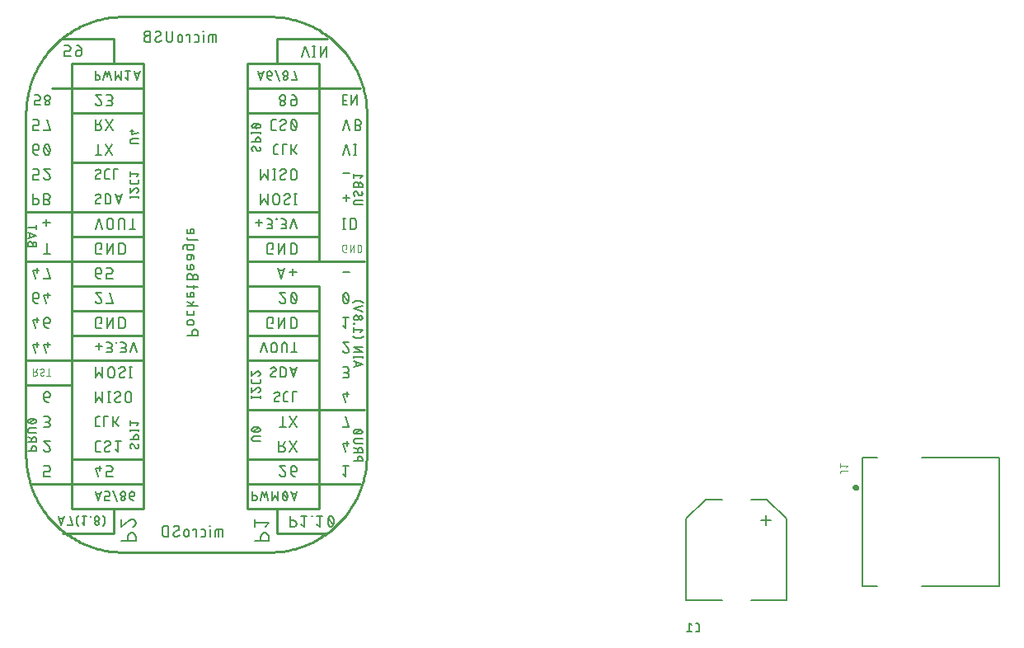
<source format=gbr>
G04 EAGLE Gerber RS-274X export*
G75*
%MOMM*%
%FSLAX34Y34*%
%LPD*%
%INSilkscreen Bottom*%
%IPPOS*%
%AMOC8*
5,1,8,0,0,1.08239X$1,22.5*%
G01*
%ADD10C,0.127000*%
%ADD11C,0.152400*%
%ADD12C,0.300000*%
%ADD13C,0.101600*%
%ADD14C,0.254000*%
%ADD15C,0.203200*%


D10*
X937500Y367600D02*
X901000Y367600D01*
X901000Y450600D01*
X921000Y470600D01*
X937500Y470600D01*
X967500Y367600D02*
X1004000Y367600D01*
X1004000Y450600D01*
X984000Y470600D01*
X967500Y470600D01*
X982500Y454100D02*
X982500Y444100D01*
X977500Y449100D02*
X987500Y449100D01*
D11*
X912299Y334702D02*
X910380Y334702D01*
X912299Y334702D02*
X912385Y334704D01*
X912471Y334710D01*
X912557Y334719D01*
X912642Y334733D01*
X912726Y334750D01*
X912810Y334771D01*
X912892Y334796D01*
X912973Y334824D01*
X913053Y334856D01*
X913132Y334892D01*
X913208Y334931D01*
X913283Y334974D01*
X913356Y335019D01*
X913427Y335069D01*
X913495Y335121D01*
X913562Y335176D01*
X913625Y335234D01*
X913686Y335295D01*
X913744Y335358D01*
X913799Y335425D01*
X913852Y335493D01*
X913901Y335564D01*
X913946Y335637D01*
X913989Y335712D01*
X914028Y335788D01*
X914064Y335867D01*
X914096Y335947D01*
X914124Y336028D01*
X914149Y336111D01*
X914170Y336194D01*
X914187Y336278D01*
X914201Y336363D01*
X914210Y336449D01*
X914216Y336535D01*
X914218Y336621D01*
X914218Y341419D01*
X914216Y341505D01*
X914210Y341591D01*
X914201Y341677D01*
X914187Y341762D01*
X914170Y341846D01*
X914149Y341930D01*
X914124Y342012D01*
X914096Y342093D01*
X914064Y342173D01*
X914028Y342252D01*
X913989Y342328D01*
X913946Y342403D01*
X913901Y342476D01*
X913852Y342547D01*
X913799Y342615D01*
X913744Y342682D01*
X913686Y342745D01*
X913625Y342806D01*
X913562Y342864D01*
X913496Y342919D01*
X913427Y342971D01*
X913356Y343021D01*
X913283Y343066D01*
X913208Y343109D01*
X913132Y343148D01*
X913053Y343184D01*
X912973Y343216D01*
X912892Y343244D01*
X912810Y343269D01*
X912726Y343290D01*
X912642Y343307D01*
X912557Y343321D01*
X912471Y343330D01*
X912385Y343336D01*
X912299Y343338D01*
X910380Y343338D01*
X906560Y341419D02*
X904161Y343338D01*
X904161Y334702D01*
X906560Y334702D02*
X901762Y334702D01*
D10*
X1082100Y381950D02*
X1082100Y513250D01*
X1082100Y381950D02*
X1097200Y381950D01*
X1143000Y381950D02*
X1222100Y381950D01*
X1222100Y513250D01*
X1143000Y513250D01*
X1097200Y513250D02*
X1082100Y513250D01*
D12*
X1073700Y482600D02*
X1073702Y482677D01*
X1073708Y482754D01*
X1073718Y482831D01*
X1073732Y482907D01*
X1073749Y482982D01*
X1073771Y483056D01*
X1073796Y483129D01*
X1073826Y483201D01*
X1073858Y483271D01*
X1073895Y483339D01*
X1073934Y483405D01*
X1073977Y483469D01*
X1074024Y483531D01*
X1074073Y483590D01*
X1074126Y483647D01*
X1074181Y483701D01*
X1074239Y483752D01*
X1074300Y483800D01*
X1074363Y483845D01*
X1074428Y483886D01*
X1074495Y483924D01*
X1074564Y483959D01*
X1074635Y483989D01*
X1074707Y484017D01*
X1074781Y484040D01*
X1074855Y484060D01*
X1074931Y484076D01*
X1075007Y484088D01*
X1075084Y484096D01*
X1075161Y484100D01*
X1075239Y484100D01*
X1075316Y484096D01*
X1075393Y484088D01*
X1075469Y484076D01*
X1075545Y484060D01*
X1075619Y484040D01*
X1075693Y484017D01*
X1075765Y483989D01*
X1075836Y483959D01*
X1075905Y483924D01*
X1075972Y483886D01*
X1076037Y483845D01*
X1076100Y483800D01*
X1076161Y483752D01*
X1076219Y483701D01*
X1076274Y483647D01*
X1076327Y483590D01*
X1076376Y483531D01*
X1076423Y483469D01*
X1076466Y483405D01*
X1076505Y483339D01*
X1076542Y483271D01*
X1076574Y483201D01*
X1076604Y483129D01*
X1076629Y483056D01*
X1076651Y482982D01*
X1076668Y482907D01*
X1076682Y482831D01*
X1076692Y482754D01*
X1076698Y482677D01*
X1076700Y482600D01*
X1076698Y482523D01*
X1076692Y482446D01*
X1076682Y482369D01*
X1076668Y482293D01*
X1076651Y482218D01*
X1076629Y482144D01*
X1076604Y482071D01*
X1076574Y481999D01*
X1076542Y481929D01*
X1076505Y481861D01*
X1076466Y481795D01*
X1076423Y481731D01*
X1076376Y481669D01*
X1076327Y481610D01*
X1076274Y481553D01*
X1076219Y481499D01*
X1076161Y481448D01*
X1076100Y481400D01*
X1076037Y481355D01*
X1075972Y481314D01*
X1075905Y481276D01*
X1075836Y481241D01*
X1075765Y481211D01*
X1075693Y481183D01*
X1075619Y481160D01*
X1075545Y481140D01*
X1075469Y481124D01*
X1075393Y481112D01*
X1075316Y481104D01*
X1075239Y481100D01*
X1075161Y481100D01*
X1075084Y481104D01*
X1075007Y481112D01*
X1074931Y481124D01*
X1074855Y481140D01*
X1074781Y481160D01*
X1074707Y481183D01*
X1074635Y481211D01*
X1074564Y481241D01*
X1074495Y481276D01*
X1074428Y481314D01*
X1074363Y481355D01*
X1074300Y481400D01*
X1074239Y481448D01*
X1074181Y481499D01*
X1074126Y481553D01*
X1074073Y481610D01*
X1074024Y481669D01*
X1073977Y481731D01*
X1073934Y481795D01*
X1073895Y481861D01*
X1073858Y481929D01*
X1073826Y481999D01*
X1073796Y482071D01*
X1073771Y482144D01*
X1073749Y482218D01*
X1073732Y482293D01*
X1073718Y482369D01*
X1073708Y482446D01*
X1073702Y482523D01*
X1073700Y482600D01*
D13*
X1066292Y499971D02*
X1060760Y499971D01*
X1060682Y499969D01*
X1060605Y499963D01*
X1060528Y499954D01*
X1060452Y499941D01*
X1060376Y499924D01*
X1060301Y499903D01*
X1060228Y499879D01*
X1060155Y499851D01*
X1060084Y499819D01*
X1060015Y499784D01*
X1059948Y499746D01*
X1059882Y499705D01*
X1059819Y499660D01*
X1059758Y499612D01*
X1059699Y499562D01*
X1059643Y499508D01*
X1059589Y499452D01*
X1059539Y499393D01*
X1059491Y499332D01*
X1059446Y499269D01*
X1059405Y499203D01*
X1059367Y499136D01*
X1059332Y499067D01*
X1059300Y498996D01*
X1059272Y498923D01*
X1059248Y498850D01*
X1059227Y498775D01*
X1059210Y498699D01*
X1059197Y498623D01*
X1059188Y498546D01*
X1059182Y498469D01*
X1059180Y498391D01*
X1059180Y497600D01*
X1064712Y503541D02*
X1066292Y505516D01*
X1059180Y505516D01*
X1059180Y503541D02*
X1059180Y507492D01*
D14*
X222770Y516470D02*
X222770Y866470D01*
X222799Y868886D01*
X222887Y871301D01*
X223033Y873713D01*
X223237Y876121D01*
X223499Y878524D01*
X223819Y880919D01*
X224197Y883306D01*
X224633Y885683D01*
X225126Y888048D01*
X225676Y890402D01*
X226282Y892741D01*
X226945Y895065D01*
X227664Y897372D01*
X228439Y899661D01*
X229268Y901930D01*
X230153Y904179D01*
X231091Y906406D01*
X232083Y908610D01*
X233127Y910789D01*
X234224Y912942D01*
X235373Y915068D01*
X236573Y917166D01*
X237823Y919234D01*
X239123Y921271D01*
X240472Y923276D01*
X241868Y925249D01*
X243312Y927186D01*
X244803Y929089D01*
X246338Y930954D01*
X247919Y932782D01*
X249543Y934572D01*
X251210Y936321D01*
X252919Y938030D01*
X254668Y939697D01*
X256458Y941321D01*
X258286Y942902D01*
X260151Y944437D01*
X262054Y945928D01*
X263991Y947372D01*
X265964Y948768D01*
X267969Y950117D01*
X270006Y951417D01*
X272074Y952667D01*
X274172Y953867D01*
X276298Y955016D01*
X278451Y956113D01*
X280630Y957157D01*
X282834Y958149D01*
X285061Y959087D01*
X287310Y959972D01*
X289579Y960801D01*
X291868Y961576D01*
X294175Y962295D01*
X296499Y962958D01*
X298838Y963564D01*
X301192Y964114D01*
X303557Y964607D01*
X305934Y965043D01*
X308321Y965421D01*
X310716Y965741D01*
X313119Y966003D01*
X315527Y966207D01*
X317939Y966353D01*
X320354Y966441D01*
X322770Y966470D01*
X472770Y966470D01*
X475186Y966441D01*
X477601Y966353D01*
X480013Y966207D01*
X482421Y966003D01*
X484824Y965741D01*
X487219Y965421D01*
X489606Y965043D01*
X491983Y964607D01*
X494348Y964114D01*
X496702Y963564D01*
X499041Y962958D01*
X501365Y962295D01*
X503672Y961576D01*
X505961Y960801D01*
X508230Y959972D01*
X510479Y959087D01*
X512706Y958149D01*
X514910Y957157D01*
X517089Y956113D01*
X519242Y955016D01*
X521368Y953867D01*
X523466Y952667D01*
X525534Y951417D01*
X527571Y950117D01*
X529576Y948768D01*
X531549Y947372D01*
X533486Y945928D01*
X535389Y944437D01*
X537254Y942902D01*
X539082Y941321D01*
X540872Y939697D01*
X542621Y938030D01*
X544330Y936321D01*
X545997Y934572D01*
X547621Y932782D01*
X549202Y930954D01*
X550737Y929089D01*
X552228Y927186D01*
X553672Y925249D01*
X555068Y923276D01*
X556417Y921271D01*
X557717Y919234D01*
X558967Y917166D01*
X560167Y915068D01*
X561316Y912942D01*
X562413Y910789D01*
X563457Y908610D01*
X564449Y906406D01*
X565387Y904179D01*
X566272Y901930D01*
X567101Y899661D01*
X567876Y897372D01*
X568595Y895065D01*
X569258Y892741D01*
X569864Y890402D01*
X570414Y888048D01*
X570907Y885683D01*
X571343Y883306D01*
X571721Y880919D01*
X572041Y878524D01*
X572303Y876121D01*
X572507Y873713D01*
X572653Y871301D01*
X572741Y868886D01*
X572770Y866470D01*
X572770Y516470D01*
X572741Y514054D01*
X572653Y511639D01*
X572507Y509227D01*
X572303Y506819D01*
X572041Y504416D01*
X571721Y502021D01*
X571343Y499634D01*
X570907Y497257D01*
X570414Y494892D01*
X569864Y492538D01*
X569258Y490199D01*
X568595Y487875D01*
X567876Y485568D01*
X567101Y483279D01*
X566272Y481010D01*
X565387Y478761D01*
X564449Y476534D01*
X563457Y474330D01*
X562413Y472151D01*
X561316Y469998D01*
X560167Y467872D01*
X558967Y465774D01*
X557717Y463706D01*
X556417Y461669D01*
X555068Y459664D01*
X553672Y457691D01*
X552228Y455754D01*
X550737Y453851D01*
X549202Y451986D01*
X547621Y450158D01*
X545997Y448368D01*
X544330Y446619D01*
X542621Y444910D01*
X540872Y443243D01*
X539082Y441619D01*
X537254Y440038D01*
X535389Y438503D01*
X533486Y437012D01*
X531549Y435568D01*
X529576Y434172D01*
X527571Y432823D01*
X525534Y431523D01*
X523466Y430273D01*
X521368Y429073D01*
X519242Y427924D01*
X517089Y426827D01*
X514910Y425783D01*
X512706Y424791D01*
X510479Y423853D01*
X508230Y422968D01*
X505961Y422139D01*
X503672Y421364D01*
X501365Y420645D01*
X499041Y419982D01*
X496702Y419376D01*
X494348Y418826D01*
X491983Y418333D01*
X489606Y417897D01*
X487219Y417519D01*
X484824Y417199D01*
X482421Y416937D01*
X480013Y416733D01*
X477601Y416587D01*
X475186Y416499D01*
X472770Y416470D01*
X322770Y416470D01*
X320354Y416499D01*
X317939Y416587D01*
X315527Y416733D01*
X313119Y416937D01*
X310716Y417199D01*
X308321Y417519D01*
X305934Y417897D01*
X303557Y418333D01*
X301192Y418826D01*
X298838Y419376D01*
X296499Y419982D01*
X294175Y420645D01*
X291868Y421364D01*
X289579Y422139D01*
X287310Y422968D01*
X285061Y423853D01*
X282834Y424791D01*
X280630Y425783D01*
X278451Y426827D01*
X276298Y427924D01*
X274172Y429073D01*
X272074Y430273D01*
X270006Y431523D01*
X267969Y432823D01*
X265964Y434172D01*
X263991Y435568D01*
X262054Y437012D01*
X260151Y438503D01*
X258286Y440038D01*
X256458Y441619D01*
X254668Y443243D01*
X252919Y444910D01*
X251210Y446619D01*
X249543Y448368D01*
X247919Y450158D01*
X246338Y451986D01*
X244803Y453851D01*
X243312Y455754D01*
X241868Y457691D01*
X240472Y459664D01*
X239123Y461669D01*
X237823Y463706D01*
X236573Y465774D01*
X235373Y467872D01*
X234224Y469998D01*
X233127Y472151D01*
X232083Y474330D01*
X231091Y476534D01*
X230153Y478761D01*
X229268Y481010D01*
X228439Y483279D01*
X227664Y485568D01*
X226945Y487875D01*
X226282Y490199D01*
X225676Y492538D01*
X225126Y494892D01*
X224633Y497257D01*
X224197Y499634D01*
X223819Y502021D01*
X223499Y504416D01*
X223237Y506819D01*
X223033Y509227D01*
X222887Y511639D01*
X222799Y514054D01*
X222770Y516470D01*
D11*
X388112Y639149D02*
X399288Y639149D01*
X399288Y642253D01*
X399286Y642364D01*
X399280Y642474D01*
X399270Y642585D01*
X399256Y642695D01*
X399239Y642804D01*
X399217Y642913D01*
X399192Y643021D01*
X399162Y643127D01*
X399129Y643233D01*
X399092Y643338D01*
X399052Y643441D01*
X399007Y643542D01*
X398960Y643642D01*
X398908Y643741D01*
X398853Y643837D01*
X398795Y643931D01*
X398734Y644023D01*
X398669Y644113D01*
X398601Y644201D01*
X398530Y644286D01*
X398456Y644368D01*
X398379Y644448D01*
X398299Y644525D01*
X398217Y644599D01*
X398132Y644670D01*
X398044Y644738D01*
X397954Y644803D01*
X397862Y644864D01*
X397768Y644922D01*
X397672Y644977D01*
X397573Y645029D01*
X397473Y645076D01*
X397372Y645121D01*
X397269Y645161D01*
X397164Y645198D01*
X397058Y645231D01*
X396952Y645261D01*
X396844Y645286D01*
X396735Y645308D01*
X396626Y645325D01*
X396516Y645339D01*
X396405Y645349D01*
X396295Y645355D01*
X396184Y645357D01*
X396073Y645355D01*
X395963Y645349D01*
X395852Y645339D01*
X395742Y645325D01*
X395633Y645308D01*
X395524Y645286D01*
X395416Y645261D01*
X395310Y645231D01*
X395204Y645198D01*
X395099Y645161D01*
X394996Y645121D01*
X394895Y645076D01*
X394795Y645029D01*
X394696Y644977D01*
X394600Y644922D01*
X394506Y644864D01*
X394414Y644803D01*
X394324Y644738D01*
X394236Y644670D01*
X394151Y644599D01*
X394069Y644525D01*
X393989Y644448D01*
X393912Y644368D01*
X393838Y644286D01*
X393767Y644201D01*
X393699Y644113D01*
X393634Y644023D01*
X393573Y643931D01*
X393515Y643837D01*
X393460Y643741D01*
X393408Y643642D01*
X393361Y643542D01*
X393316Y643441D01*
X393276Y643338D01*
X393239Y643233D01*
X393206Y643127D01*
X393176Y643021D01*
X393151Y642913D01*
X393129Y642804D01*
X393112Y642695D01*
X393098Y642585D01*
X393088Y642474D01*
X393082Y642364D01*
X393080Y642253D01*
X393079Y642253D02*
X393079Y639149D01*
X393079Y649845D02*
X390596Y649845D01*
X393079Y649845D02*
X393178Y649847D01*
X393276Y649853D01*
X393375Y649863D01*
X393472Y649876D01*
X393570Y649894D01*
X393666Y649915D01*
X393762Y649941D01*
X393856Y649970D01*
X393949Y650002D01*
X394041Y650039D01*
X394131Y650079D01*
X394220Y650123D01*
X394307Y650170D01*
X394392Y650220D01*
X394474Y650274D01*
X394555Y650331D01*
X394633Y650391D01*
X394709Y650455D01*
X394782Y650521D01*
X394853Y650590D01*
X394921Y650662D01*
X394985Y650737D01*
X395047Y650814D01*
X395106Y650893D01*
X395161Y650975D01*
X395214Y651059D01*
X395262Y651144D01*
X395308Y651232D01*
X395350Y651322D01*
X395388Y651413D01*
X395422Y651505D01*
X395453Y651599D01*
X395480Y651694D01*
X395504Y651790D01*
X395523Y651887D01*
X395539Y651984D01*
X395551Y652082D01*
X395559Y652181D01*
X395563Y652280D01*
X395563Y652378D01*
X395559Y652477D01*
X395551Y652576D01*
X395539Y652674D01*
X395523Y652771D01*
X395504Y652868D01*
X395480Y652964D01*
X395453Y653059D01*
X395422Y653153D01*
X395388Y653245D01*
X395350Y653336D01*
X395308Y653426D01*
X395262Y653514D01*
X395214Y653599D01*
X395161Y653683D01*
X395106Y653765D01*
X395047Y653844D01*
X394985Y653921D01*
X394921Y653996D01*
X394853Y654068D01*
X394782Y654137D01*
X394709Y654203D01*
X394633Y654267D01*
X394555Y654327D01*
X394474Y654384D01*
X394392Y654438D01*
X394307Y654488D01*
X394220Y654535D01*
X394131Y654579D01*
X394041Y654619D01*
X393949Y654656D01*
X393856Y654688D01*
X393762Y654717D01*
X393666Y654743D01*
X393570Y654764D01*
X393472Y654782D01*
X393375Y654795D01*
X393276Y654805D01*
X393178Y654811D01*
X393079Y654813D01*
X393079Y654812D02*
X390596Y654812D01*
X390596Y654813D02*
X390497Y654811D01*
X390399Y654805D01*
X390300Y654795D01*
X390203Y654782D01*
X390105Y654764D01*
X390009Y654743D01*
X389913Y654717D01*
X389819Y654688D01*
X389726Y654656D01*
X389634Y654619D01*
X389544Y654579D01*
X389455Y654535D01*
X389368Y654488D01*
X389283Y654438D01*
X389201Y654384D01*
X389120Y654327D01*
X389042Y654267D01*
X388966Y654203D01*
X388893Y654137D01*
X388822Y654068D01*
X388754Y653996D01*
X388690Y653921D01*
X388628Y653844D01*
X388569Y653765D01*
X388514Y653683D01*
X388461Y653599D01*
X388413Y653514D01*
X388367Y653426D01*
X388325Y653336D01*
X388287Y653245D01*
X388253Y653153D01*
X388222Y653059D01*
X388195Y652964D01*
X388171Y652868D01*
X388152Y652771D01*
X388136Y652674D01*
X388124Y652576D01*
X388116Y652477D01*
X388112Y652378D01*
X388112Y652280D01*
X388116Y652181D01*
X388124Y652082D01*
X388136Y651984D01*
X388152Y651887D01*
X388171Y651790D01*
X388195Y651694D01*
X388222Y651599D01*
X388253Y651505D01*
X388287Y651413D01*
X388325Y651322D01*
X388367Y651232D01*
X388413Y651144D01*
X388461Y651059D01*
X388514Y650975D01*
X388569Y650893D01*
X388628Y650814D01*
X388690Y650737D01*
X388754Y650662D01*
X388822Y650590D01*
X388893Y650521D01*
X388966Y650455D01*
X389042Y650391D01*
X389120Y650331D01*
X389201Y650274D01*
X389283Y650220D01*
X389368Y650170D01*
X389455Y650123D01*
X389544Y650079D01*
X389634Y650039D01*
X389726Y650002D01*
X389819Y649970D01*
X389913Y649941D01*
X390009Y649915D01*
X390105Y649894D01*
X390203Y649876D01*
X390300Y649863D01*
X390399Y649853D01*
X390497Y649847D01*
X390596Y649845D01*
X388112Y661630D02*
X388112Y664114D01*
X388112Y661630D02*
X388114Y661546D01*
X388119Y661463D01*
X388129Y661380D01*
X388142Y661297D01*
X388159Y661215D01*
X388179Y661134D01*
X388203Y661054D01*
X388231Y660975D01*
X388262Y660898D01*
X388296Y660822D01*
X388334Y660747D01*
X388376Y660674D01*
X388420Y660604D01*
X388468Y660535D01*
X388518Y660468D01*
X388572Y660404D01*
X388628Y660343D01*
X388688Y660283D01*
X388749Y660227D01*
X388813Y660173D01*
X388880Y660123D01*
X388949Y660075D01*
X389019Y660031D01*
X389092Y659989D01*
X389167Y659951D01*
X389243Y659917D01*
X389320Y659886D01*
X389399Y659858D01*
X389479Y659834D01*
X389560Y659814D01*
X389642Y659797D01*
X389725Y659784D01*
X389808Y659774D01*
X389891Y659769D01*
X389975Y659767D01*
X389975Y659768D02*
X393700Y659768D01*
X393700Y659767D02*
X393784Y659769D01*
X393867Y659775D01*
X393950Y659784D01*
X394033Y659797D01*
X394115Y659814D01*
X394196Y659834D01*
X394276Y659858D01*
X394355Y659886D01*
X394432Y659917D01*
X394508Y659951D01*
X394583Y659989D01*
X394656Y660031D01*
X394726Y660075D01*
X394795Y660123D01*
X394862Y660173D01*
X394926Y660227D01*
X394987Y660283D01*
X395047Y660343D01*
X395103Y660404D01*
X395157Y660468D01*
X395207Y660535D01*
X395255Y660604D01*
X395299Y660674D01*
X395341Y660747D01*
X395379Y660822D01*
X395413Y660898D01*
X395444Y660975D01*
X395472Y661054D01*
X395496Y661134D01*
X395516Y661215D01*
X395533Y661297D01*
X395546Y661380D01*
X395556Y661463D01*
X395561Y661546D01*
X395563Y661630D01*
X395563Y664114D01*
X399288Y669065D02*
X388112Y669065D01*
X391837Y669065D02*
X395563Y674032D01*
X393390Y671238D02*
X388112Y674032D01*
X388112Y680283D02*
X388112Y683387D01*
X388112Y680283D02*
X388114Y680199D01*
X388119Y680116D01*
X388129Y680033D01*
X388142Y679950D01*
X388159Y679868D01*
X388179Y679787D01*
X388203Y679707D01*
X388231Y679628D01*
X388262Y679551D01*
X388296Y679475D01*
X388334Y679400D01*
X388376Y679327D01*
X388420Y679257D01*
X388468Y679188D01*
X388518Y679121D01*
X388572Y679057D01*
X388628Y678996D01*
X388688Y678936D01*
X388749Y678880D01*
X388813Y678826D01*
X388880Y678776D01*
X388949Y678728D01*
X389019Y678684D01*
X389092Y678642D01*
X389167Y678604D01*
X389243Y678570D01*
X389320Y678539D01*
X389399Y678511D01*
X389479Y678487D01*
X389560Y678467D01*
X389642Y678450D01*
X389725Y678437D01*
X389808Y678427D01*
X389891Y678422D01*
X389975Y678420D01*
X393079Y678420D01*
X393178Y678422D01*
X393276Y678428D01*
X393375Y678438D01*
X393472Y678451D01*
X393570Y678469D01*
X393666Y678490D01*
X393762Y678516D01*
X393856Y678545D01*
X393949Y678577D01*
X394041Y678614D01*
X394131Y678654D01*
X394220Y678698D01*
X394307Y678745D01*
X394392Y678795D01*
X394474Y678849D01*
X394555Y678906D01*
X394633Y678966D01*
X394709Y679030D01*
X394782Y679096D01*
X394853Y679165D01*
X394921Y679237D01*
X394985Y679312D01*
X395047Y679389D01*
X395106Y679468D01*
X395161Y679550D01*
X395214Y679634D01*
X395262Y679719D01*
X395308Y679807D01*
X395350Y679897D01*
X395388Y679988D01*
X395422Y680080D01*
X395453Y680174D01*
X395480Y680269D01*
X395504Y680365D01*
X395523Y680462D01*
X395539Y680559D01*
X395551Y680657D01*
X395559Y680756D01*
X395563Y680855D01*
X395563Y680953D01*
X395559Y681052D01*
X395551Y681151D01*
X395539Y681249D01*
X395523Y681346D01*
X395504Y681443D01*
X395480Y681539D01*
X395453Y681634D01*
X395422Y681728D01*
X395388Y681820D01*
X395350Y681911D01*
X395308Y682001D01*
X395262Y682089D01*
X395214Y682174D01*
X395161Y682258D01*
X395106Y682340D01*
X395047Y682419D01*
X394985Y682496D01*
X394921Y682571D01*
X394853Y682643D01*
X394782Y682712D01*
X394709Y682778D01*
X394633Y682842D01*
X394555Y682902D01*
X394474Y682959D01*
X394392Y683013D01*
X394307Y683063D01*
X394220Y683110D01*
X394131Y683154D01*
X394041Y683194D01*
X393949Y683231D01*
X393856Y683263D01*
X393762Y683292D01*
X393666Y683318D01*
X393570Y683339D01*
X393472Y683357D01*
X393375Y683370D01*
X393276Y683380D01*
X393178Y683386D01*
X393079Y683388D01*
X393079Y683387D02*
X391837Y683387D01*
X391837Y678420D01*
X395563Y687308D02*
X395563Y691033D01*
X399288Y688549D02*
X389975Y688549D01*
X389891Y688551D01*
X389808Y688556D01*
X389725Y688566D01*
X389642Y688579D01*
X389560Y688596D01*
X389479Y688616D01*
X389399Y688640D01*
X389320Y688668D01*
X389243Y688699D01*
X389167Y688733D01*
X389092Y688771D01*
X389019Y688813D01*
X388949Y688857D01*
X388880Y688905D01*
X388813Y688955D01*
X388749Y689009D01*
X388688Y689065D01*
X388628Y689125D01*
X388572Y689186D01*
X388518Y689250D01*
X388468Y689317D01*
X388420Y689386D01*
X388376Y689456D01*
X388334Y689529D01*
X388296Y689604D01*
X388262Y689680D01*
X388231Y689757D01*
X388203Y689836D01*
X388179Y689916D01*
X388159Y689997D01*
X388142Y690079D01*
X388129Y690162D01*
X388119Y690245D01*
X388114Y690328D01*
X388112Y690412D01*
X388112Y691033D01*
X394321Y696299D02*
X394321Y699403D01*
X394320Y699403D02*
X394318Y699514D01*
X394312Y699624D01*
X394302Y699735D01*
X394288Y699845D01*
X394271Y699954D01*
X394249Y700063D01*
X394224Y700171D01*
X394194Y700277D01*
X394161Y700383D01*
X394124Y700488D01*
X394084Y700591D01*
X394039Y700692D01*
X393992Y700792D01*
X393940Y700891D01*
X393885Y700987D01*
X393827Y701081D01*
X393766Y701173D01*
X393701Y701263D01*
X393633Y701351D01*
X393562Y701436D01*
X393488Y701518D01*
X393411Y701598D01*
X393331Y701675D01*
X393249Y701749D01*
X393164Y701820D01*
X393076Y701888D01*
X392986Y701953D01*
X392894Y702014D01*
X392800Y702072D01*
X392704Y702127D01*
X392605Y702179D01*
X392505Y702226D01*
X392404Y702271D01*
X392301Y702311D01*
X392196Y702348D01*
X392090Y702381D01*
X391984Y702411D01*
X391876Y702436D01*
X391767Y702458D01*
X391658Y702475D01*
X391548Y702489D01*
X391437Y702499D01*
X391327Y702505D01*
X391216Y702507D01*
X391105Y702505D01*
X390995Y702499D01*
X390884Y702489D01*
X390774Y702475D01*
X390665Y702458D01*
X390556Y702436D01*
X390448Y702411D01*
X390342Y702381D01*
X390236Y702348D01*
X390131Y702311D01*
X390028Y702271D01*
X389927Y702226D01*
X389827Y702179D01*
X389728Y702127D01*
X389632Y702072D01*
X389538Y702014D01*
X389446Y701953D01*
X389356Y701888D01*
X389268Y701820D01*
X389183Y701749D01*
X389101Y701675D01*
X389021Y701598D01*
X388944Y701518D01*
X388870Y701436D01*
X388799Y701351D01*
X388731Y701263D01*
X388666Y701173D01*
X388605Y701081D01*
X388547Y700987D01*
X388492Y700891D01*
X388440Y700792D01*
X388393Y700692D01*
X388348Y700591D01*
X388308Y700488D01*
X388271Y700383D01*
X388238Y700277D01*
X388208Y700171D01*
X388183Y700063D01*
X388161Y699954D01*
X388144Y699845D01*
X388130Y699735D01*
X388120Y699624D01*
X388114Y699514D01*
X388112Y699403D01*
X388112Y696299D01*
X399288Y696299D01*
X399288Y699403D01*
X399286Y699502D01*
X399280Y699600D01*
X399270Y699699D01*
X399257Y699796D01*
X399239Y699894D01*
X399218Y699990D01*
X399192Y700086D01*
X399163Y700180D01*
X399131Y700273D01*
X399094Y700365D01*
X399054Y700455D01*
X399010Y700544D01*
X398963Y700631D01*
X398913Y700716D01*
X398859Y700798D01*
X398802Y700879D01*
X398742Y700957D01*
X398678Y701033D01*
X398612Y701106D01*
X398543Y701177D01*
X398471Y701245D01*
X398396Y701309D01*
X398319Y701371D01*
X398240Y701430D01*
X398158Y701485D01*
X398074Y701538D01*
X397989Y701586D01*
X397901Y701632D01*
X397811Y701674D01*
X397720Y701712D01*
X397628Y701746D01*
X397534Y701777D01*
X397439Y701804D01*
X397343Y701828D01*
X397246Y701847D01*
X397149Y701863D01*
X397051Y701875D01*
X396952Y701883D01*
X396853Y701887D01*
X396755Y701887D01*
X396656Y701883D01*
X396557Y701875D01*
X396459Y701863D01*
X396362Y701847D01*
X396265Y701828D01*
X396169Y701804D01*
X396074Y701777D01*
X395980Y701746D01*
X395888Y701712D01*
X395797Y701674D01*
X395707Y701632D01*
X395619Y701586D01*
X395534Y701538D01*
X395450Y701485D01*
X395368Y701430D01*
X395289Y701371D01*
X395212Y701309D01*
X395137Y701245D01*
X395065Y701177D01*
X394996Y701106D01*
X394930Y701033D01*
X394866Y700957D01*
X394806Y700879D01*
X394749Y700798D01*
X394695Y700716D01*
X394645Y700631D01*
X394598Y700544D01*
X394554Y700455D01*
X394514Y700365D01*
X394477Y700273D01*
X394445Y700180D01*
X394416Y700086D01*
X394390Y699990D01*
X394369Y699894D01*
X394351Y699796D01*
X394338Y699699D01*
X394328Y699600D01*
X394322Y699502D01*
X394320Y699403D01*
X388112Y708858D02*
X388112Y711962D01*
X388112Y708858D02*
X388114Y708774D01*
X388119Y708691D01*
X388129Y708608D01*
X388142Y708525D01*
X388159Y708443D01*
X388179Y708362D01*
X388203Y708282D01*
X388231Y708203D01*
X388262Y708126D01*
X388296Y708050D01*
X388334Y707975D01*
X388376Y707902D01*
X388420Y707832D01*
X388468Y707763D01*
X388518Y707696D01*
X388572Y707632D01*
X388628Y707571D01*
X388688Y707511D01*
X388749Y707455D01*
X388813Y707401D01*
X388880Y707351D01*
X388949Y707303D01*
X389019Y707259D01*
X389092Y707217D01*
X389167Y707179D01*
X389243Y707145D01*
X389320Y707114D01*
X389399Y707086D01*
X389479Y707062D01*
X389560Y707042D01*
X389642Y707025D01*
X389725Y707012D01*
X389808Y707002D01*
X389891Y706997D01*
X389975Y706995D01*
X393079Y706995D01*
X393178Y706997D01*
X393276Y707003D01*
X393375Y707013D01*
X393472Y707026D01*
X393570Y707044D01*
X393666Y707065D01*
X393762Y707091D01*
X393856Y707120D01*
X393949Y707152D01*
X394041Y707189D01*
X394131Y707229D01*
X394220Y707273D01*
X394307Y707320D01*
X394392Y707370D01*
X394474Y707424D01*
X394555Y707481D01*
X394633Y707541D01*
X394709Y707605D01*
X394782Y707671D01*
X394853Y707740D01*
X394921Y707812D01*
X394985Y707887D01*
X395047Y707964D01*
X395106Y708043D01*
X395161Y708125D01*
X395214Y708209D01*
X395262Y708294D01*
X395308Y708382D01*
X395350Y708472D01*
X395388Y708563D01*
X395422Y708655D01*
X395453Y708749D01*
X395480Y708844D01*
X395504Y708940D01*
X395523Y709037D01*
X395539Y709134D01*
X395551Y709232D01*
X395559Y709331D01*
X395563Y709430D01*
X395563Y709528D01*
X395559Y709627D01*
X395551Y709726D01*
X395539Y709824D01*
X395523Y709921D01*
X395504Y710018D01*
X395480Y710114D01*
X395453Y710209D01*
X395422Y710303D01*
X395388Y710395D01*
X395350Y710486D01*
X395308Y710576D01*
X395262Y710664D01*
X395214Y710749D01*
X395161Y710833D01*
X395106Y710915D01*
X395047Y710994D01*
X394985Y711071D01*
X394921Y711146D01*
X394853Y711218D01*
X394782Y711287D01*
X394709Y711353D01*
X394633Y711417D01*
X394555Y711477D01*
X394474Y711534D01*
X394392Y711588D01*
X394307Y711638D01*
X394220Y711685D01*
X394131Y711729D01*
X394041Y711769D01*
X393949Y711806D01*
X393856Y711838D01*
X393762Y711867D01*
X393666Y711893D01*
X393570Y711914D01*
X393472Y711932D01*
X393375Y711945D01*
X393276Y711955D01*
X393178Y711961D01*
X393079Y711963D01*
X393079Y711962D02*
X391837Y711962D01*
X391837Y706995D01*
X392458Y719000D02*
X392458Y721794D01*
X392458Y719000D02*
X392456Y718908D01*
X392450Y718816D01*
X392440Y718724D01*
X392427Y718633D01*
X392409Y718542D01*
X392388Y718452D01*
X392363Y718364D01*
X392334Y718276D01*
X392301Y718190D01*
X392265Y718105D01*
X392225Y718022D01*
X392182Y717940D01*
X392135Y717861D01*
X392085Y717783D01*
X392032Y717708D01*
X391976Y717635D01*
X391916Y717564D01*
X391854Y717496D01*
X391789Y717431D01*
X391721Y717369D01*
X391650Y717309D01*
X391577Y717253D01*
X391502Y717200D01*
X391424Y717150D01*
X391345Y717103D01*
X391263Y717060D01*
X391180Y717020D01*
X391095Y716984D01*
X391009Y716951D01*
X390921Y716922D01*
X390833Y716897D01*
X390743Y716876D01*
X390652Y716858D01*
X390561Y716845D01*
X390469Y716835D01*
X390377Y716829D01*
X390285Y716827D01*
X390193Y716829D01*
X390101Y716835D01*
X390009Y716845D01*
X389918Y716858D01*
X389827Y716876D01*
X389737Y716897D01*
X389649Y716922D01*
X389561Y716951D01*
X389475Y716984D01*
X389390Y717020D01*
X389307Y717060D01*
X389225Y717103D01*
X389146Y717150D01*
X389068Y717200D01*
X388993Y717253D01*
X388920Y717309D01*
X388849Y717369D01*
X388781Y717431D01*
X388716Y717496D01*
X388654Y717564D01*
X388594Y717635D01*
X388538Y717708D01*
X388485Y717783D01*
X388435Y717861D01*
X388388Y717940D01*
X388345Y718022D01*
X388305Y718105D01*
X388269Y718190D01*
X388236Y718276D01*
X388207Y718364D01*
X388182Y718452D01*
X388161Y718542D01*
X388143Y718633D01*
X388130Y718724D01*
X388120Y718816D01*
X388114Y718908D01*
X388112Y719000D01*
X388112Y721794D01*
X393700Y721794D01*
X393700Y721795D02*
X393784Y721793D01*
X393867Y721788D01*
X393950Y721778D01*
X394033Y721765D01*
X394115Y721748D01*
X394196Y721728D01*
X394276Y721704D01*
X394355Y721676D01*
X394432Y721645D01*
X394508Y721611D01*
X394583Y721573D01*
X394656Y721531D01*
X394726Y721487D01*
X394795Y721439D01*
X394862Y721389D01*
X394926Y721335D01*
X394987Y721279D01*
X395047Y721219D01*
X395103Y721158D01*
X395157Y721094D01*
X395207Y721027D01*
X395255Y720958D01*
X395299Y720888D01*
X395341Y720815D01*
X395379Y720740D01*
X395413Y720664D01*
X395444Y720587D01*
X395472Y720508D01*
X395496Y720428D01*
X395516Y720347D01*
X395533Y720265D01*
X395546Y720182D01*
X395556Y720099D01*
X395561Y720016D01*
X395563Y719932D01*
X395563Y717448D01*
X388112Y728977D02*
X388112Y732081D01*
X388112Y728977D02*
X388114Y728893D01*
X388119Y728810D01*
X388129Y728727D01*
X388142Y728644D01*
X388159Y728562D01*
X388179Y728481D01*
X388203Y728401D01*
X388231Y728322D01*
X388262Y728245D01*
X388296Y728169D01*
X388334Y728094D01*
X388376Y728021D01*
X388420Y727951D01*
X388468Y727882D01*
X388518Y727815D01*
X388572Y727751D01*
X388628Y727690D01*
X388688Y727630D01*
X388749Y727574D01*
X388813Y727520D01*
X388880Y727470D01*
X388949Y727422D01*
X389019Y727378D01*
X389092Y727336D01*
X389167Y727298D01*
X389243Y727264D01*
X389320Y727233D01*
X389399Y727205D01*
X389479Y727181D01*
X389560Y727161D01*
X389642Y727144D01*
X389725Y727131D01*
X389808Y727121D01*
X389891Y727116D01*
X389975Y727114D01*
X393700Y727114D01*
X393784Y727116D01*
X393867Y727122D01*
X393950Y727131D01*
X394033Y727144D01*
X394115Y727161D01*
X394196Y727181D01*
X394276Y727205D01*
X394355Y727233D01*
X394432Y727264D01*
X394508Y727298D01*
X394583Y727336D01*
X394656Y727378D01*
X394726Y727422D01*
X394795Y727470D01*
X394862Y727520D01*
X394926Y727574D01*
X394987Y727630D01*
X395047Y727690D01*
X395103Y727751D01*
X395157Y727815D01*
X395207Y727882D01*
X395255Y727951D01*
X395299Y728021D01*
X395341Y728094D01*
X395379Y728169D01*
X395413Y728245D01*
X395444Y728322D01*
X395472Y728401D01*
X395496Y728481D01*
X395516Y728562D01*
X395533Y728644D01*
X395546Y728727D01*
X395556Y728810D01*
X395561Y728893D01*
X395563Y728977D01*
X395563Y732081D01*
X386249Y732081D01*
X386249Y732082D02*
X386163Y732080D01*
X386077Y732074D01*
X385992Y732064D01*
X385907Y732050D01*
X385822Y732033D01*
X385739Y732011D01*
X385657Y731985D01*
X385576Y731956D01*
X385497Y731923D01*
X385419Y731887D01*
X385342Y731847D01*
X385268Y731803D01*
X385196Y731756D01*
X385126Y731706D01*
X385059Y731652D01*
X384994Y731596D01*
X384932Y731536D01*
X384872Y731474D01*
X384816Y731409D01*
X384762Y731342D01*
X384712Y731272D01*
X384665Y731200D01*
X384621Y731126D01*
X384581Y731049D01*
X384545Y730972D01*
X384512Y730892D01*
X384483Y730811D01*
X384457Y730729D01*
X384435Y730646D01*
X384418Y730561D01*
X384404Y730476D01*
X384394Y730391D01*
X384388Y730305D01*
X384386Y730219D01*
X384387Y730219D02*
X384387Y727735D01*
X389975Y737567D02*
X399288Y737567D01*
X389975Y737566D02*
X389891Y737568D01*
X389808Y737573D01*
X389725Y737583D01*
X389642Y737596D01*
X389560Y737613D01*
X389479Y737633D01*
X389399Y737657D01*
X389320Y737685D01*
X389243Y737716D01*
X389167Y737750D01*
X389092Y737788D01*
X389019Y737830D01*
X388949Y737874D01*
X388880Y737922D01*
X388813Y737972D01*
X388749Y738026D01*
X388688Y738082D01*
X388628Y738142D01*
X388572Y738203D01*
X388518Y738267D01*
X388468Y738334D01*
X388420Y738403D01*
X388376Y738473D01*
X388334Y738546D01*
X388296Y738621D01*
X388262Y738697D01*
X388231Y738774D01*
X388203Y738853D01*
X388179Y738933D01*
X388159Y739014D01*
X388142Y739096D01*
X388129Y739179D01*
X388119Y739262D01*
X388114Y739345D01*
X388112Y739429D01*
X388112Y745434D02*
X388112Y748538D01*
X388112Y745434D02*
X388114Y745350D01*
X388119Y745267D01*
X388129Y745184D01*
X388142Y745101D01*
X388159Y745019D01*
X388179Y744938D01*
X388203Y744858D01*
X388231Y744779D01*
X388262Y744702D01*
X388296Y744626D01*
X388334Y744551D01*
X388376Y744478D01*
X388420Y744408D01*
X388468Y744339D01*
X388518Y744272D01*
X388572Y744208D01*
X388628Y744147D01*
X388688Y744087D01*
X388749Y744031D01*
X388813Y743977D01*
X388880Y743927D01*
X388949Y743879D01*
X389019Y743835D01*
X389092Y743793D01*
X389167Y743755D01*
X389243Y743721D01*
X389320Y743690D01*
X389399Y743662D01*
X389479Y743638D01*
X389560Y743618D01*
X389642Y743601D01*
X389725Y743588D01*
X389808Y743578D01*
X389891Y743573D01*
X389975Y743571D01*
X393079Y743571D01*
X393079Y743570D02*
X393178Y743572D01*
X393276Y743578D01*
X393375Y743588D01*
X393472Y743601D01*
X393570Y743619D01*
X393666Y743640D01*
X393762Y743666D01*
X393856Y743695D01*
X393949Y743727D01*
X394041Y743764D01*
X394131Y743804D01*
X394220Y743848D01*
X394307Y743895D01*
X394392Y743945D01*
X394474Y743999D01*
X394555Y744056D01*
X394633Y744116D01*
X394709Y744180D01*
X394782Y744246D01*
X394853Y744315D01*
X394921Y744387D01*
X394985Y744462D01*
X395047Y744539D01*
X395106Y744618D01*
X395161Y744700D01*
X395214Y744784D01*
X395262Y744869D01*
X395308Y744957D01*
X395350Y745047D01*
X395388Y745138D01*
X395422Y745230D01*
X395453Y745324D01*
X395480Y745419D01*
X395504Y745515D01*
X395523Y745612D01*
X395539Y745709D01*
X395551Y745807D01*
X395559Y745906D01*
X395563Y746005D01*
X395563Y746103D01*
X395559Y746202D01*
X395551Y746301D01*
X395539Y746399D01*
X395523Y746496D01*
X395504Y746593D01*
X395480Y746689D01*
X395453Y746784D01*
X395422Y746878D01*
X395388Y746970D01*
X395350Y747061D01*
X395308Y747151D01*
X395262Y747239D01*
X395214Y747324D01*
X395161Y747408D01*
X395106Y747490D01*
X395047Y747569D01*
X394985Y747646D01*
X394921Y747721D01*
X394853Y747793D01*
X394782Y747862D01*
X394709Y747928D01*
X394633Y747992D01*
X394555Y748052D01*
X394474Y748109D01*
X394392Y748163D01*
X394307Y748213D01*
X394220Y748260D01*
X394131Y748304D01*
X394041Y748344D01*
X393949Y748381D01*
X393856Y748413D01*
X393762Y748442D01*
X393666Y748468D01*
X393570Y748489D01*
X393472Y748507D01*
X393375Y748520D01*
X393276Y748530D01*
X393178Y748536D01*
X393079Y748538D01*
X391837Y748538D01*
X391837Y743571D01*
X418049Y940562D02*
X418049Y948013D01*
X412461Y948013D01*
X412375Y948011D01*
X412289Y948005D01*
X412204Y947995D01*
X412119Y947981D01*
X412034Y947964D01*
X411951Y947942D01*
X411869Y947916D01*
X411788Y947887D01*
X411709Y947854D01*
X411631Y947818D01*
X411554Y947778D01*
X411480Y947734D01*
X411408Y947687D01*
X411338Y947637D01*
X411271Y947583D01*
X411206Y947527D01*
X411144Y947467D01*
X411084Y947405D01*
X411028Y947340D01*
X410974Y947273D01*
X410924Y947203D01*
X410877Y947131D01*
X410833Y947057D01*
X410793Y946980D01*
X410757Y946903D01*
X410724Y946823D01*
X410695Y946742D01*
X410669Y946660D01*
X410647Y946577D01*
X410630Y946492D01*
X410616Y946407D01*
X410606Y946322D01*
X410600Y946236D01*
X410598Y946150D01*
X410598Y940562D01*
X414323Y940562D02*
X414323Y948013D01*
X405179Y948013D02*
X405179Y940562D01*
X405490Y951117D02*
X405490Y951738D01*
X404869Y951738D01*
X404869Y951117D01*
X405490Y951117D01*
X398545Y940562D02*
X396061Y940562D01*
X398545Y940562D02*
X398629Y940564D01*
X398712Y940570D01*
X398795Y940579D01*
X398878Y940592D01*
X398960Y940609D01*
X399041Y940629D01*
X399121Y940653D01*
X399200Y940681D01*
X399277Y940712D01*
X399353Y940746D01*
X399428Y940784D01*
X399501Y940826D01*
X399571Y940870D01*
X399640Y940918D01*
X399707Y940968D01*
X399771Y941022D01*
X399832Y941078D01*
X399892Y941138D01*
X399948Y941199D01*
X400002Y941263D01*
X400052Y941330D01*
X400100Y941399D01*
X400144Y941469D01*
X400186Y941542D01*
X400224Y941617D01*
X400258Y941693D01*
X400289Y941770D01*
X400317Y941849D01*
X400341Y941929D01*
X400361Y942010D01*
X400378Y942092D01*
X400391Y942175D01*
X400401Y942258D01*
X400406Y942341D01*
X400408Y942425D01*
X400407Y942425D02*
X400407Y946150D01*
X400408Y946150D02*
X400406Y946234D01*
X400401Y946317D01*
X400391Y946400D01*
X400378Y946483D01*
X400361Y946565D01*
X400341Y946646D01*
X400317Y946726D01*
X400289Y946805D01*
X400258Y946882D01*
X400224Y946958D01*
X400186Y947033D01*
X400144Y947106D01*
X400100Y947176D01*
X400052Y947245D01*
X400002Y947312D01*
X399948Y947376D01*
X399892Y947437D01*
X399832Y947497D01*
X399771Y947553D01*
X399707Y947607D01*
X399640Y947657D01*
X399571Y947705D01*
X399501Y947749D01*
X399428Y947791D01*
X399353Y947829D01*
X399277Y947863D01*
X399200Y947894D01*
X399121Y947922D01*
X399041Y947946D01*
X398960Y947966D01*
X398878Y947983D01*
X398795Y947996D01*
X398712Y948006D01*
X398629Y948011D01*
X398545Y948013D01*
X396061Y948013D01*
X391197Y948013D02*
X391197Y940562D01*
X391197Y948013D02*
X387472Y948013D01*
X387472Y946771D01*
X383660Y945529D02*
X383660Y943046D01*
X383660Y945529D02*
X383658Y945628D01*
X383652Y945726D01*
X383642Y945825D01*
X383629Y945922D01*
X383611Y946020D01*
X383590Y946116D01*
X383564Y946212D01*
X383535Y946306D01*
X383503Y946399D01*
X383466Y946491D01*
X383426Y946581D01*
X383382Y946670D01*
X383335Y946757D01*
X383285Y946842D01*
X383231Y946924D01*
X383174Y947005D01*
X383114Y947083D01*
X383050Y947159D01*
X382984Y947232D01*
X382915Y947303D01*
X382843Y947371D01*
X382768Y947435D01*
X382691Y947497D01*
X382612Y947556D01*
X382530Y947611D01*
X382446Y947664D01*
X382361Y947712D01*
X382273Y947758D01*
X382183Y947800D01*
X382092Y947838D01*
X382000Y947872D01*
X381906Y947903D01*
X381811Y947930D01*
X381715Y947954D01*
X381618Y947973D01*
X381521Y947989D01*
X381423Y948001D01*
X381324Y948009D01*
X381225Y948013D01*
X381127Y948013D01*
X381028Y948009D01*
X380929Y948001D01*
X380831Y947989D01*
X380734Y947973D01*
X380637Y947954D01*
X380541Y947930D01*
X380446Y947903D01*
X380352Y947872D01*
X380260Y947838D01*
X380169Y947800D01*
X380079Y947758D01*
X379991Y947712D01*
X379906Y947664D01*
X379822Y947611D01*
X379740Y947556D01*
X379661Y947497D01*
X379584Y947435D01*
X379509Y947371D01*
X379437Y947303D01*
X379368Y947232D01*
X379302Y947159D01*
X379238Y947083D01*
X379178Y947005D01*
X379121Y946924D01*
X379067Y946842D01*
X379017Y946757D01*
X378970Y946670D01*
X378926Y946581D01*
X378886Y946491D01*
X378849Y946399D01*
X378817Y946306D01*
X378788Y946212D01*
X378762Y946116D01*
X378741Y946020D01*
X378723Y945922D01*
X378710Y945825D01*
X378700Y945726D01*
X378694Y945628D01*
X378692Y945529D01*
X378693Y945529D02*
X378693Y943046D01*
X378692Y943046D02*
X378694Y942947D01*
X378700Y942849D01*
X378710Y942750D01*
X378723Y942653D01*
X378741Y942555D01*
X378762Y942459D01*
X378788Y942363D01*
X378817Y942269D01*
X378849Y942176D01*
X378886Y942084D01*
X378926Y941994D01*
X378970Y941905D01*
X379017Y941818D01*
X379067Y941733D01*
X379121Y941651D01*
X379178Y941570D01*
X379238Y941492D01*
X379302Y941416D01*
X379368Y941343D01*
X379437Y941272D01*
X379509Y941204D01*
X379584Y941140D01*
X379661Y941078D01*
X379740Y941019D01*
X379822Y940964D01*
X379906Y940911D01*
X379991Y940863D01*
X380079Y940817D01*
X380169Y940775D01*
X380260Y940737D01*
X380352Y940703D01*
X380446Y940672D01*
X380541Y940645D01*
X380637Y940621D01*
X380734Y940602D01*
X380831Y940586D01*
X380929Y940574D01*
X381028Y940566D01*
X381127Y940562D01*
X381225Y940562D01*
X381324Y940566D01*
X381423Y940574D01*
X381521Y940586D01*
X381618Y940602D01*
X381715Y940621D01*
X381811Y940645D01*
X381906Y940672D01*
X382000Y940703D01*
X382092Y940737D01*
X382183Y940775D01*
X382273Y940817D01*
X382361Y940863D01*
X382446Y940911D01*
X382530Y940964D01*
X382612Y941019D01*
X382691Y941078D01*
X382768Y941140D01*
X382843Y941204D01*
X382915Y941272D01*
X382984Y941343D01*
X383050Y941416D01*
X383114Y941492D01*
X383174Y941570D01*
X383231Y941651D01*
X383285Y941733D01*
X383335Y941818D01*
X383382Y941905D01*
X383426Y941994D01*
X383466Y942084D01*
X383503Y942176D01*
X383535Y942269D01*
X383564Y942363D01*
X383590Y942459D01*
X383611Y942555D01*
X383629Y942653D01*
X383642Y942750D01*
X383652Y942849D01*
X383658Y942947D01*
X383660Y943046D01*
X373232Y943666D02*
X373232Y951738D01*
X373231Y943666D02*
X373229Y943555D01*
X373223Y943445D01*
X373213Y943334D01*
X373199Y943224D01*
X373182Y943115D01*
X373160Y943006D01*
X373135Y942898D01*
X373105Y942792D01*
X373072Y942686D01*
X373035Y942581D01*
X372995Y942478D01*
X372950Y942377D01*
X372903Y942277D01*
X372851Y942178D01*
X372796Y942082D01*
X372738Y941988D01*
X372677Y941896D01*
X372612Y941806D01*
X372544Y941718D01*
X372473Y941633D01*
X372399Y941551D01*
X372322Y941471D01*
X372242Y941394D01*
X372160Y941320D01*
X372075Y941249D01*
X371987Y941181D01*
X371897Y941116D01*
X371805Y941055D01*
X371711Y940997D01*
X371615Y940942D01*
X371516Y940890D01*
X371416Y940843D01*
X371315Y940798D01*
X371212Y940758D01*
X371107Y940721D01*
X371001Y940688D01*
X370895Y940658D01*
X370787Y940633D01*
X370678Y940611D01*
X370569Y940594D01*
X370459Y940580D01*
X370348Y940570D01*
X370238Y940564D01*
X370127Y940562D01*
X370016Y940564D01*
X369906Y940570D01*
X369795Y940580D01*
X369685Y940594D01*
X369576Y940611D01*
X369467Y940633D01*
X369359Y940658D01*
X369253Y940688D01*
X369147Y940721D01*
X369042Y940758D01*
X368939Y940798D01*
X368838Y940843D01*
X368738Y940890D01*
X368639Y940942D01*
X368543Y940997D01*
X368449Y941055D01*
X368357Y941116D01*
X368267Y941181D01*
X368179Y941249D01*
X368094Y941320D01*
X368012Y941394D01*
X367932Y941471D01*
X367855Y941551D01*
X367781Y941633D01*
X367710Y941718D01*
X367642Y941806D01*
X367577Y941896D01*
X367516Y941988D01*
X367458Y942082D01*
X367403Y942178D01*
X367351Y942277D01*
X367304Y942377D01*
X367259Y942478D01*
X367219Y942581D01*
X367182Y942686D01*
X367149Y942792D01*
X367119Y942898D01*
X367094Y943006D01*
X367072Y943115D01*
X367055Y943224D01*
X367041Y943334D01*
X367031Y943445D01*
X367025Y943555D01*
X367023Y943666D01*
X367023Y951738D01*
X358077Y940562D02*
X357979Y940564D01*
X357882Y940570D01*
X357785Y940579D01*
X357688Y940593D01*
X357592Y940610D01*
X357497Y940631D01*
X357403Y940655D01*
X357309Y940684D01*
X357217Y940716D01*
X357126Y940751D01*
X357037Y940790D01*
X356949Y940833D01*
X356863Y940879D01*
X356779Y940928D01*
X356697Y940981D01*
X356617Y941036D01*
X356539Y941095D01*
X356464Y941157D01*
X356391Y941222D01*
X356321Y941290D01*
X356253Y941360D01*
X356188Y941433D01*
X356126Y941508D01*
X356067Y941586D01*
X356012Y941666D01*
X355959Y941748D01*
X355910Y941832D01*
X355864Y941918D01*
X355821Y942006D01*
X355782Y942095D01*
X355747Y942186D01*
X355715Y942278D01*
X355686Y942372D01*
X355662Y942466D01*
X355641Y942561D01*
X355624Y942657D01*
X355610Y942754D01*
X355601Y942851D01*
X355595Y942948D01*
X355593Y943046D01*
X358077Y940562D02*
X358220Y940564D01*
X358363Y940570D01*
X358505Y940579D01*
X358647Y940593D01*
X358789Y940611D01*
X358930Y940632D01*
X359071Y940657D01*
X359211Y940686D01*
X359350Y940719D01*
X359488Y940755D01*
X359625Y940796D01*
X359761Y940840D01*
X359895Y940887D01*
X360029Y940939D01*
X360160Y940993D01*
X360291Y941052D01*
X360419Y941114D01*
X360546Y941179D01*
X360671Y941248D01*
X360795Y941321D01*
X360916Y941396D01*
X361035Y941475D01*
X361152Y941557D01*
X361266Y941643D01*
X361378Y941731D01*
X361488Y941822D01*
X361595Y941917D01*
X361700Y942014D01*
X361802Y942114D01*
X361492Y949254D02*
X361490Y949352D01*
X361484Y949449D01*
X361475Y949546D01*
X361461Y949643D01*
X361444Y949739D01*
X361423Y949834D01*
X361399Y949928D01*
X361370Y950022D01*
X361338Y950114D01*
X361303Y950205D01*
X361264Y950294D01*
X361221Y950382D01*
X361175Y950468D01*
X361126Y950552D01*
X361073Y950634D01*
X361018Y950714D01*
X360959Y950792D01*
X360897Y950867D01*
X360832Y950940D01*
X360764Y951010D01*
X360694Y951078D01*
X360621Y951143D01*
X360546Y951205D01*
X360468Y951264D01*
X360388Y951319D01*
X360306Y951372D01*
X360222Y951421D01*
X360136Y951467D01*
X360048Y951510D01*
X359959Y951549D01*
X359868Y951584D01*
X359776Y951616D01*
X359682Y951645D01*
X359588Y951669D01*
X359493Y951690D01*
X359397Y951707D01*
X359300Y951721D01*
X359203Y951730D01*
X359106Y951736D01*
X359008Y951738D01*
X358878Y951736D01*
X358748Y951731D01*
X358618Y951722D01*
X358488Y951709D01*
X358359Y951693D01*
X358230Y951673D01*
X358102Y951649D01*
X357974Y951622D01*
X357848Y951591D01*
X357722Y951557D01*
X357597Y951519D01*
X357474Y951478D01*
X357351Y951433D01*
X357230Y951385D01*
X357110Y951334D01*
X356992Y951279D01*
X356876Y951221D01*
X356761Y951160D01*
X356647Y951095D01*
X356536Y951028D01*
X356427Y950957D01*
X356319Y950883D01*
X356214Y950807D01*
X360249Y947081D02*
X360332Y947132D01*
X360413Y947186D01*
X360491Y947243D01*
X360567Y947303D01*
X360641Y947366D01*
X360712Y947432D01*
X360781Y947500D01*
X360847Y947571D01*
X360911Y947644D01*
X360971Y947720D01*
X361028Y947798D01*
X361083Y947879D01*
X361134Y947961D01*
X361182Y948045D01*
X361227Y948131D01*
X361269Y948219D01*
X361307Y948308D01*
X361341Y948398D01*
X361373Y948490D01*
X361400Y948583D01*
X361424Y948677D01*
X361445Y948772D01*
X361461Y948868D01*
X361474Y948964D01*
X361484Y949060D01*
X361489Y949157D01*
X361491Y949254D01*
X356835Y945219D02*
X356752Y945168D01*
X356671Y945114D01*
X356593Y945057D01*
X356517Y944997D01*
X356443Y944934D01*
X356372Y944868D01*
X356303Y944800D01*
X356237Y944729D01*
X356173Y944656D01*
X356113Y944580D01*
X356056Y944502D01*
X356001Y944421D01*
X355950Y944339D01*
X355902Y944255D01*
X355857Y944169D01*
X355815Y944081D01*
X355777Y943992D01*
X355743Y943902D01*
X355711Y943810D01*
X355684Y943717D01*
X355660Y943623D01*
X355639Y943528D01*
X355623Y943432D01*
X355610Y943336D01*
X355600Y943240D01*
X355595Y943143D01*
X355593Y943046D01*
X356835Y945219D02*
X360250Y947081D01*
X350160Y946771D02*
X347056Y946771D01*
X347056Y946770D02*
X346945Y946768D01*
X346835Y946762D01*
X346724Y946752D01*
X346614Y946738D01*
X346505Y946721D01*
X346396Y946699D01*
X346288Y946674D01*
X346182Y946644D01*
X346076Y946611D01*
X345971Y946574D01*
X345868Y946534D01*
X345767Y946489D01*
X345667Y946442D01*
X345568Y946390D01*
X345472Y946335D01*
X345378Y946277D01*
X345286Y946216D01*
X345196Y946151D01*
X345108Y946083D01*
X345023Y946012D01*
X344941Y945938D01*
X344861Y945861D01*
X344784Y945781D01*
X344710Y945699D01*
X344639Y945614D01*
X344571Y945526D01*
X344506Y945436D01*
X344445Y945344D01*
X344387Y945250D01*
X344332Y945154D01*
X344280Y945055D01*
X344233Y944955D01*
X344188Y944854D01*
X344148Y944751D01*
X344111Y944646D01*
X344078Y944540D01*
X344048Y944434D01*
X344023Y944326D01*
X344001Y944217D01*
X343984Y944108D01*
X343970Y943998D01*
X343960Y943887D01*
X343954Y943777D01*
X343952Y943666D01*
X343954Y943555D01*
X343960Y943445D01*
X343970Y943334D01*
X343984Y943224D01*
X344001Y943115D01*
X344023Y943006D01*
X344048Y942898D01*
X344078Y942792D01*
X344111Y942686D01*
X344148Y942581D01*
X344188Y942478D01*
X344233Y942377D01*
X344280Y942277D01*
X344332Y942178D01*
X344387Y942082D01*
X344445Y941988D01*
X344506Y941896D01*
X344571Y941806D01*
X344639Y941718D01*
X344710Y941633D01*
X344784Y941551D01*
X344861Y941471D01*
X344941Y941394D01*
X345023Y941320D01*
X345108Y941249D01*
X345196Y941181D01*
X345286Y941116D01*
X345378Y941055D01*
X345472Y940997D01*
X345568Y940942D01*
X345667Y940890D01*
X345767Y940843D01*
X345868Y940798D01*
X345971Y940758D01*
X346076Y940721D01*
X346182Y940688D01*
X346288Y940658D01*
X346396Y940633D01*
X346505Y940611D01*
X346614Y940594D01*
X346724Y940580D01*
X346835Y940570D01*
X346945Y940564D01*
X347056Y940562D01*
X350160Y940562D01*
X350160Y951738D01*
X347056Y951738D01*
X346957Y951736D01*
X346859Y951730D01*
X346760Y951720D01*
X346663Y951707D01*
X346565Y951689D01*
X346469Y951668D01*
X346373Y951642D01*
X346279Y951613D01*
X346186Y951581D01*
X346094Y951544D01*
X346004Y951504D01*
X345915Y951460D01*
X345828Y951413D01*
X345743Y951363D01*
X345661Y951309D01*
X345580Y951252D01*
X345502Y951192D01*
X345426Y951128D01*
X345353Y951062D01*
X345282Y950993D01*
X345214Y950921D01*
X345150Y950846D01*
X345088Y950769D01*
X345029Y950690D01*
X344974Y950608D01*
X344921Y950524D01*
X344873Y950439D01*
X344827Y950351D01*
X344785Y950261D01*
X344747Y950170D01*
X344713Y950078D01*
X344682Y949984D01*
X344655Y949889D01*
X344631Y949793D01*
X344612Y949696D01*
X344596Y949599D01*
X344584Y949501D01*
X344576Y949402D01*
X344572Y949303D01*
X344572Y949205D01*
X344576Y949106D01*
X344584Y949007D01*
X344596Y948909D01*
X344612Y948812D01*
X344631Y948715D01*
X344655Y948619D01*
X344682Y948524D01*
X344713Y948430D01*
X344747Y948338D01*
X344785Y948247D01*
X344827Y948157D01*
X344873Y948069D01*
X344921Y947984D01*
X344974Y947900D01*
X345029Y947818D01*
X345088Y947739D01*
X345150Y947662D01*
X345214Y947587D01*
X345282Y947515D01*
X345353Y947446D01*
X345426Y947380D01*
X345502Y947316D01*
X345580Y947256D01*
X345661Y947199D01*
X345743Y947145D01*
X345828Y947095D01*
X345915Y947048D01*
X346004Y947004D01*
X346094Y946964D01*
X346186Y946927D01*
X346279Y946895D01*
X346373Y946866D01*
X346469Y946840D01*
X346565Y946819D01*
X346663Y946801D01*
X346760Y946788D01*
X346859Y946778D01*
X346957Y946772D01*
X347056Y946770D01*
X424547Y440013D02*
X424547Y432562D01*
X424547Y440013D02*
X418959Y440013D01*
X418873Y440011D01*
X418787Y440005D01*
X418702Y439995D01*
X418617Y439981D01*
X418532Y439964D01*
X418449Y439942D01*
X418367Y439916D01*
X418286Y439887D01*
X418207Y439854D01*
X418129Y439818D01*
X418052Y439778D01*
X417978Y439734D01*
X417906Y439687D01*
X417836Y439637D01*
X417769Y439583D01*
X417704Y439527D01*
X417642Y439467D01*
X417582Y439405D01*
X417526Y439340D01*
X417472Y439273D01*
X417422Y439203D01*
X417375Y439131D01*
X417331Y439057D01*
X417291Y438980D01*
X417255Y438903D01*
X417222Y438823D01*
X417193Y438742D01*
X417167Y438660D01*
X417145Y438577D01*
X417128Y438492D01*
X417114Y438407D01*
X417104Y438322D01*
X417098Y438236D01*
X417096Y438150D01*
X417096Y432562D01*
X420822Y432562D02*
X420822Y440013D01*
X411678Y440013D02*
X411678Y432562D01*
X411988Y443117D02*
X411988Y443738D01*
X411367Y443738D01*
X411367Y443117D01*
X411988Y443117D01*
X405043Y432562D02*
X402559Y432562D01*
X405043Y432562D02*
X405127Y432564D01*
X405210Y432570D01*
X405293Y432579D01*
X405376Y432592D01*
X405458Y432609D01*
X405539Y432629D01*
X405619Y432653D01*
X405698Y432681D01*
X405775Y432712D01*
X405851Y432746D01*
X405926Y432784D01*
X405999Y432826D01*
X406069Y432870D01*
X406138Y432918D01*
X406205Y432968D01*
X406269Y433022D01*
X406330Y433078D01*
X406390Y433138D01*
X406446Y433199D01*
X406500Y433263D01*
X406550Y433330D01*
X406598Y433399D01*
X406642Y433469D01*
X406684Y433542D01*
X406722Y433617D01*
X406756Y433693D01*
X406787Y433770D01*
X406815Y433849D01*
X406839Y433929D01*
X406859Y434010D01*
X406876Y434092D01*
X406889Y434175D01*
X406899Y434258D01*
X406904Y434341D01*
X406906Y434425D01*
X406905Y434425D02*
X406905Y438150D01*
X406906Y438150D02*
X406904Y438234D01*
X406899Y438317D01*
X406889Y438400D01*
X406876Y438483D01*
X406859Y438565D01*
X406839Y438646D01*
X406815Y438726D01*
X406787Y438805D01*
X406756Y438882D01*
X406722Y438958D01*
X406684Y439033D01*
X406642Y439106D01*
X406598Y439176D01*
X406550Y439245D01*
X406500Y439312D01*
X406446Y439376D01*
X406390Y439437D01*
X406330Y439497D01*
X406269Y439553D01*
X406205Y439607D01*
X406138Y439657D01*
X406069Y439705D01*
X405999Y439749D01*
X405926Y439791D01*
X405851Y439829D01*
X405775Y439863D01*
X405698Y439894D01*
X405619Y439922D01*
X405539Y439946D01*
X405458Y439966D01*
X405376Y439983D01*
X405293Y439996D01*
X405210Y440006D01*
X405127Y440011D01*
X405043Y440013D01*
X402559Y440013D01*
X397695Y440013D02*
X397695Y432562D01*
X397695Y440013D02*
X393970Y440013D01*
X393970Y438771D01*
X390158Y437529D02*
X390158Y435046D01*
X390159Y437529D02*
X390157Y437628D01*
X390151Y437726D01*
X390141Y437825D01*
X390128Y437922D01*
X390110Y438020D01*
X390089Y438116D01*
X390063Y438212D01*
X390034Y438306D01*
X390002Y438399D01*
X389965Y438491D01*
X389925Y438581D01*
X389881Y438670D01*
X389834Y438757D01*
X389784Y438842D01*
X389730Y438924D01*
X389673Y439005D01*
X389613Y439083D01*
X389549Y439159D01*
X389483Y439232D01*
X389414Y439303D01*
X389342Y439371D01*
X389267Y439435D01*
X389190Y439497D01*
X389111Y439556D01*
X389029Y439611D01*
X388945Y439664D01*
X388860Y439712D01*
X388772Y439758D01*
X388682Y439800D01*
X388591Y439838D01*
X388499Y439872D01*
X388405Y439903D01*
X388310Y439930D01*
X388214Y439954D01*
X388117Y439973D01*
X388020Y439989D01*
X387922Y440001D01*
X387823Y440009D01*
X387724Y440013D01*
X387626Y440013D01*
X387527Y440009D01*
X387428Y440001D01*
X387330Y439989D01*
X387233Y439973D01*
X387136Y439954D01*
X387040Y439930D01*
X386945Y439903D01*
X386851Y439872D01*
X386759Y439838D01*
X386668Y439800D01*
X386578Y439758D01*
X386490Y439712D01*
X386405Y439664D01*
X386321Y439611D01*
X386239Y439556D01*
X386160Y439497D01*
X386083Y439435D01*
X386008Y439371D01*
X385936Y439303D01*
X385867Y439232D01*
X385801Y439159D01*
X385737Y439083D01*
X385677Y439005D01*
X385620Y438924D01*
X385566Y438842D01*
X385516Y438757D01*
X385469Y438670D01*
X385425Y438581D01*
X385385Y438491D01*
X385348Y438399D01*
X385316Y438306D01*
X385287Y438212D01*
X385261Y438116D01*
X385240Y438020D01*
X385222Y437922D01*
X385209Y437825D01*
X385199Y437726D01*
X385193Y437628D01*
X385191Y437529D01*
X385191Y435046D01*
X385193Y434947D01*
X385199Y434849D01*
X385209Y434750D01*
X385222Y434653D01*
X385240Y434555D01*
X385261Y434459D01*
X385287Y434363D01*
X385316Y434269D01*
X385348Y434176D01*
X385385Y434084D01*
X385425Y433994D01*
X385469Y433905D01*
X385516Y433818D01*
X385566Y433733D01*
X385620Y433651D01*
X385677Y433570D01*
X385737Y433492D01*
X385801Y433416D01*
X385867Y433343D01*
X385936Y433272D01*
X386008Y433204D01*
X386083Y433140D01*
X386160Y433078D01*
X386239Y433019D01*
X386321Y432964D01*
X386405Y432911D01*
X386490Y432863D01*
X386578Y432817D01*
X386668Y432775D01*
X386759Y432737D01*
X386851Y432703D01*
X386945Y432672D01*
X387040Y432645D01*
X387136Y432621D01*
X387233Y432602D01*
X387330Y432586D01*
X387428Y432574D01*
X387527Y432566D01*
X387626Y432562D01*
X387724Y432562D01*
X387823Y432566D01*
X387922Y432574D01*
X388020Y432586D01*
X388117Y432602D01*
X388214Y432621D01*
X388310Y432645D01*
X388405Y432672D01*
X388499Y432703D01*
X388591Y432737D01*
X388682Y432775D01*
X388772Y432817D01*
X388860Y432863D01*
X388945Y432911D01*
X389029Y432964D01*
X389111Y433019D01*
X389190Y433078D01*
X389267Y433140D01*
X389342Y433204D01*
X389414Y433272D01*
X389483Y433343D01*
X389549Y433416D01*
X389613Y433492D01*
X389673Y433570D01*
X389730Y433651D01*
X389784Y433733D01*
X389834Y433818D01*
X389881Y433905D01*
X389925Y433994D01*
X389965Y434084D01*
X390002Y434176D01*
X390034Y434269D01*
X390063Y434363D01*
X390089Y434459D01*
X390110Y434555D01*
X390128Y434653D01*
X390141Y434750D01*
X390151Y434849D01*
X390157Y434947D01*
X390159Y435046D01*
X376767Y432562D02*
X376669Y432564D01*
X376572Y432570D01*
X376475Y432579D01*
X376378Y432593D01*
X376282Y432610D01*
X376187Y432631D01*
X376093Y432655D01*
X375999Y432684D01*
X375907Y432716D01*
X375816Y432751D01*
X375727Y432790D01*
X375639Y432833D01*
X375553Y432879D01*
X375469Y432928D01*
X375387Y432981D01*
X375307Y433036D01*
X375229Y433095D01*
X375154Y433157D01*
X375081Y433222D01*
X375011Y433290D01*
X374943Y433360D01*
X374878Y433433D01*
X374816Y433508D01*
X374757Y433586D01*
X374702Y433666D01*
X374649Y433748D01*
X374600Y433832D01*
X374554Y433918D01*
X374511Y434006D01*
X374472Y434095D01*
X374437Y434186D01*
X374405Y434278D01*
X374376Y434372D01*
X374352Y434466D01*
X374331Y434561D01*
X374314Y434657D01*
X374300Y434754D01*
X374291Y434851D01*
X374285Y434948D01*
X374283Y435046D01*
X376767Y432562D02*
X376910Y432564D01*
X377053Y432570D01*
X377195Y432579D01*
X377337Y432593D01*
X377479Y432611D01*
X377620Y432632D01*
X377761Y432657D01*
X377901Y432686D01*
X378040Y432719D01*
X378178Y432755D01*
X378315Y432796D01*
X378451Y432840D01*
X378585Y432887D01*
X378719Y432939D01*
X378850Y432993D01*
X378981Y433052D01*
X379109Y433114D01*
X379236Y433179D01*
X379361Y433248D01*
X379485Y433321D01*
X379606Y433396D01*
X379725Y433475D01*
X379842Y433557D01*
X379956Y433643D01*
X380068Y433731D01*
X380178Y433822D01*
X380285Y433917D01*
X380390Y434014D01*
X380492Y434114D01*
X380182Y441254D02*
X380180Y441352D01*
X380174Y441449D01*
X380165Y441546D01*
X380151Y441643D01*
X380134Y441739D01*
X380113Y441834D01*
X380089Y441928D01*
X380060Y442022D01*
X380028Y442114D01*
X379993Y442205D01*
X379954Y442294D01*
X379911Y442382D01*
X379865Y442468D01*
X379816Y442552D01*
X379763Y442634D01*
X379708Y442714D01*
X379649Y442792D01*
X379587Y442867D01*
X379522Y442940D01*
X379454Y443010D01*
X379384Y443078D01*
X379311Y443143D01*
X379236Y443205D01*
X379158Y443264D01*
X379078Y443319D01*
X378996Y443372D01*
X378912Y443421D01*
X378826Y443467D01*
X378738Y443510D01*
X378649Y443549D01*
X378558Y443584D01*
X378466Y443616D01*
X378372Y443645D01*
X378278Y443669D01*
X378183Y443690D01*
X378087Y443707D01*
X377990Y443721D01*
X377893Y443730D01*
X377796Y443736D01*
X377698Y443738D01*
X377568Y443736D01*
X377438Y443731D01*
X377308Y443722D01*
X377178Y443709D01*
X377049Y443693D01*
X376920Y443673D01*
X376792Y443649D01*
X376664Y443622D01*
X376538Y443591D01*
X376412Y443557D01*
X376287Y443519D01*
X376164Y443478D01*
X376041Y443433D01*
X375920Y443385D01*
X375800Y443334D01*
X375682Y443279D01*
X375566Y443221D01*
X375451Y443160D01*
X375337Y443095D01*
X375226Y443028D01*
X375117Y442957D01*
X375009Y442883D01*
X374904Y442807D01*
X378939Y439081D02*
X379022Y439132D01*
X379103Y439186D01*
X379181Y439243D01*
X379257Y439303D01*
X379331Y439366D01*
X379402Y439432D01*
X379471Y439500D01*
X379537Y439571D01*
X379601Y439644D01*
X379661Y439720D01*
X379718Y439798D01*
X379773Y439879D01*
X379824Y439961D01*
X379872Y440045D01*
X379917Y440131D01*
X379959Y440219D01*
X379997Y440308D01*
X380031Y440398D01*
X380063Y440490D01*
X380090Y440583D01*
X380114Y440677D01*
X380135Y440772D01*
X380151Y440868D01*
X380164Y440964D01*
X380174Y441060D01*
X380179Y441157D01*
X380181Y441254D01*
X375526Y437219D02*
X375443Y437168D01*
X375362Y437114D01*
X375284Y437057D01*
X375208Y436997D01*
X375134Y436934D01*
X375063Y436868D01*
X374994Y436800D01*
X374928Y436729D01*
X374864Y436656D01*
X374804Y436580D01*
X374747Y436502D01*
X374692Y436421D01*
X374641Y436339D01*
X374593Y436255D01*
X374548Y436169D01*
X374506Y436081D01*
X374468Y435992D01*
X374434Y435902D01*
X374402Y435810D01*
X374375Y435717D01*
X374351Y435623D01*
X374330Y435528D01*
X374314Y435432D01*
X374301Y435336D01*
X374291Y435240D01*
X374286Y435143D01*
X374284Y435046D01*
X375525Y437219D02*
X378940Y439081D01*
X369062Y443738D02*
X369062Y432562D01*
X369062Y443738D02*
X365958Y443738D01*
X365847Y443736D01*
X365737Y443730D01*
X365626Y443720D01*
X365516Y443706D01*
X365407Y443689D01*
X365298Y443667D01*
X365190Y443642D01*
X365084Y443612D01*
X364978Y443579D01*
X364873Y443542D01*
X364770Y443502D01*
X364669Y443457D01*
X364569Y443410D01*
X364470Y443358D01*
X364374Y443303D01*
X364280Y443245D01*
X364188Y443184D01*
X364098Y443119D01*
X364010Y443051D01*
X363925Y442980D01*
X363843Y442906D01*
X363763Y442829D01*
X363686Y442749D01*
X363612Y442667D01*
X363541Y442582D01*
X363473Y442494D01*
X363408Y442404D01*
X363347Y442312D01*
X363289Y442218D01*
X363234Y442122D01*
X363182Y442023D01*
X363135Y441923D01*
X363090Y441822D01*
X363050Y441719D01*
X363013Y441614D01*
X362980Y441508D01*
X362950Y441402D01*
X362925Y441294D01*
X362903Y441185D01*
X362886Y441076D01*
X362872Y440966D01*
X362862Y440855D01*
X362856Y440745D01*
X362854Y440634D01*
X362853Y440634D02*
X362853Y435666D01*
X362854Y435666D02*
X362856Y435555D01*
X362862Y435445D01*
X362872Y435334D01*
X362886Y435224D01*
X362903Y435115D01*
X362925Y435006D01*
X362950Y434898D01*
X362980Y434792D01*
X363013Y434686D01*
X363050Y434581D01*
X363090Y434478D01*
X363135Y434377D01*
X363182Y434277D01*
X363234Y434178D01*
X363289Y434082D01*
X363347Y433988D01*
X363408Y433896D01*
X363473Y433806D01*
X363541Y433718D01*
X363612Y433633D01*
X363686Y433551D01*
X363763Y433471D01*
X363843Y433394D01*
X363925Y433320D01*
X364010Y433249D01*
X364098Y433181D01*
X364188Y433116D01*
X364280Y433055D01*
X364374Y432997D01*
X364470Y432942D01*
X364569Y432890D01*
X364669Y432843D01*
X364770Y432798D01*
X364873Y432758D01*
X364978Y432721D01*
X365084Y432688D01*
X365190Y432658D01*
X365298Y432633D01*
X365407Y432611D01*
X365516Y432594D01*
X365626Y432580D01*
X365737Y432570D01*
X365847Y432564D01*
X365958Y432562D01*
X369062Y432562D01*
D14*
X523494Y715518D02*
X523494Y740918D01*
X523494Y766318D01*
X523494Y867918D01*
X523494Y893318D01*
X523494Y690118D02*
X449834Y690118D01*
X523494Y690118D02*
X523494Y664718D01*
X523494Y639318D01*
X523494Y613918D01*
X523494Y563118D01*
X523494Y512318D01*
X523494Y486918D01*
X269494Y715518D02*
X269494Y740918D01*
X269494Y766318D01*
X269494Y817118D01*
X269494Y867918D01*
X269494Y715518D02*
X269494Y690118D01*
X269494Y664718D01*
X269494Y639318D01*
X269494Y613918D01*
X269494Y588518D01*
X269494Y512318D01*
X269494Y486918D01*
X523494Y893318D02*
X566420Y893318D01*
X570230Y715518D02*
X523494Y715518D01*
X523494Y563118D02*
X570230Y563118D01*
X566420Y486918D02*
X523494Y486918D01*
X523494Y512318D02*
X449834Y512318D01*
X449834Y563118D02*
X523494Y563118D01*
X523494Y613918D02*
X449834Y613918D01*
X449834Y715518D02*
X523494Y715518D01*
X523494Y867918D02*
X449834Y867918D01*
X343154Y867918D02*
X269494Y867918D01*
X269494Y817118D02*
X343154Y817118D01*
X343154Y766318D02*
X269494Y766318D01*
X269494Y715518D02*
X343154Y715518D01*
X269494Y766318D02*
X222504Y766318D01*
X222504Y715518D02*
X269494Y715518D01*
X269494Y486918D02*
X227584Y486918D01*
X222504Y588518D02*
X269494Y588518D01*
X269494Y613918D02*
X343154Y613918D01*
X343154Y512318D02*
X269494Y512318D01*
X449834Y664718D02*
X523494Y664718D01*
X343154Y664718D02*
X269494Y664718D01*
D10*
X559435Y606598D02*
X568325Y609562D01*
X559435Y612525D01*
X561658Y611784D02*
X561658Y607339D01*
X559435Y616877D02*
X568325Y616877D01*
X559435Y615889D02*
X559435Y617865D01*
X568325Y617865D02*
X568325Y615889D01*
X568325Y622027D02*
X559435Y622027D01*
X559435Y626966D02*
X568325Y622027D01*
X568325Y626966D02*
X559435Y626966D01*
X563880Y636341D02*
X564083Y636343D01*
X564287Y636351D01*
X564490Y636363D01*
X564693Y636380D01*
X564895Y636402D01*
X565096Y636429D01*
X565297Y636461D01*
X565497Y636497D01*
X565697Y636538D01*
X565895Y636584D01*
X566092Y636635D01*
X566288Y636691D01*
X566482Y636751D01*
X566675Y636816D01*
X566866Y636886D01*
X567055Y636960D01*
X567243Y637038D01*
X567429Y637121D01*
X567612Y637209D01*
X567794Y637301D01*
X567973Y637397D01*
X568150Y637498D01*
X568324Y637603D01*
X568496Y637712D01*
X568665Y637825D01*
X568831Y637942D01*
X568995Y638063D01*
X569155Y638188D01*
X569313Y638317D01*
X563880Y636341D02*
X563677Y636343D01*
X563473Y636351D01*
X563270Y636363D01*
X563067Y636380D01*
X562865Y636402D01*
X562664Y636429D01*
X562463Y636461D01*
X562263Y636497D01*
X562063Y636538D01*
X561865Y636584D01*
X561668Y636635D01*
X561472Y636691D01*
X561278Y636751D01*
X561085Y636816D01*
X560894Y636886D01*
X560705Y636960D01*
X560517Y637038D01*
X560331Y637121D01*
X560148Y637209D01*
X559966Y637301D01*
X559787Y637397D01*
X559610Y637498D01*
X559436Y637603D01*
X559264Y637712D01*
X559095Y637825D01*
X558929Y637942D01*
X558765Y638063D01*
X558605Y638188D01*
X558447Y638317D01*
X566349Y642144D02*
X568325Y644613D01*
X559435Y644613D01*
X559435Y642144D02*
X559435Y647083D01*
X559435Y650767D02*
X559929Y650767D01*
X559929Y651261D01*
X559435Y651261D01*
X559435Y650767D01*
X561904Y654946D02*
X562002Y654948D01*
X562100Y654954D01*
X562198Y654964D01*
X562295Y654977D01*
X562392Y654995D01*
X562488Y655016D01*
X562582Y655041D01*
X562676Y655070D01*
X562769Y655102D01*
X562860Y655139D01*
X562950Y655178D01*
X563038Y655222D01*
X563124Y655269D01*
X563209Y655319D01*
X563291Y655372D01*
X563371Y655429D01*
X563449Y655489D01*
X563524Y655552D01*
X563597Y655618D01*
X563667Y655687D01*
X563734Y655758D01*
X563799Y655832D01*
X563860Y655909D01*
X563919Y655988D01*
X563974Y656069D01*
X564026Y656152D01*
X564074Y656238D01*
X564119Y656325D01*
X564161Y656414D01*
X564199Y656504D01*
X564233Y656596D01*
X564264Y656689D01*
X564291Y656784D01*
X564314Y656879D01*
X564334Y656976D01*
X564349Y657072D01*
X564361Y657170D01*
X564369Y657268D01*
X564373Y657366D01*
X564373Y657464D01*
X564369Y657562D01*
X564361Y657660D01*
X564349Y657758D01*
X564334Y657854D01*
X564314Y657951D01*
X564291Y658046D01*
X564264Y658141D01*
X564233Y658234D01*
X564199Y658326D01*
X564161Y658416D01*
X564119Y658505D01*
X564074Y658592D01*
X564026Y658678D01*
X563974Y658761D01*
X563919Y658842D01*
X563860Y658921D01*
X563799Y658998D01*
X563734Y659072D01*
X563667Y659143D01*
X563597Y659212D01*
X563524Y659278D01*
X563449Y659341D01*
X563371Y659401D01*
X563291Y659458D01*
X563209Y659511D01*
X563124Y659561D01*
X563038Y659608D01*
X562950Y659652D01*
X562860Y659691D01*
X562769Y659728D01*
X562676Y659760D01*
X562582Y659789D01*
X562488Y659814D01*
X562392Y659835D01*
X562295Y659853D01*
X562198Y659866D01*
X562100Y659876D01*
X562002Y659882D01*
X561904Y659884D01*
X561806Y659882D01*
X561708Y659876D01*
X561610Y659866D01*
X561513Y659853D01*
X561416Y659835D01*
X561320Y659814D01*
X561226Y659789D01*
X561132Y659760D01*
X561039Y659728D01*
X560948Y659691D01*
X560858Y659652D01*
X560770Y659608D01*
X560684Y659561D01*
X560599Y659511D01*
X560517Y659458D01*
X560437Y659401D01*
X560359Y659341D01*
X560284Y659278D01*
X560211Y659212D01*
X560141Y659143D01*
X560074Y659072D01*
X560009Y658998D01*
X559948Y658921D01*
X559889Y658842D01*
X559834Y658761D01*
X559782Y658678D01*
X559734Y658592D01*
X559689Y658505D01*
X559647Y658416D01*
X559609Y658326D01*
X559575Y658234D01*
X559544Y658141D01*
X559517Y658046D01*
X559494Y657951D01*
X559474Y657854D01*
X559459Y657758D01*
X559447Y657660D01*
X559439Y657562D01*
X559435Y657464D01*
X559435Y657366D01*
X559439Y657268D01*
X559447Y657170D01*
X559459Y657072D01*
X559474Y656976D01*
X559494Y656879D01*
X559517Y656784D01*
X559544Y656689D01*
X559575Y656596D01*
X559609Y656504D01*
X559647Y656414D01*
X559689Y656325D01*
X559734Y656238D01*
X559782Y656152D01*
X559834Y656069D01*
X559889Y655988D01*
X559948Y655909D01*
X560009Y655832D01*
X560074Y655758D01*
X560141Y655687D01*
X560211Y655618D01*
X560284Y655552D01*
X560359Y655489D01*
X560437Y655429D01*
X560517Y655372D01*
X560599Y655319D01*
X560684Y655269D01*
X560770Y655222D01*
X560858Y655178D01*
X560948Y655139D01*
X561039Y655102D01*
X561132Y655070D01*
X561226Y655041D01*
X561320Y655016D01*
X561416Y654995D01*
X561513Y654977D01*
X561610Y654964D01*
X561708Y654954D01*
X561806Y654948D01*
X561904Y654946D01*
X566349Y655439D02*
X566436Y655441D01*
X566524Y655447D01*
X566611Y655456D01*
X566697Y655470D01*
X566783Y655487D01*
X566867Y655508D01*
X566951Y655533D01*
X567034Y655562D01*
X567115Y655594D01*
X567195Y655629D01*
X567273Y655668D01*
X567350Y655711D01*
X567424Y655757D01*
X567496Y655806D01*
X567566Y655858D01*
X567634Y655914D01*
X567699Y655972D01*
X567762Y656033D01*
X567821Y656097D01*
X567878Y656164D01*
X567932Y656232D01*
X567983Y656304D01*
X568030Y656377D01*
X568075Y656452D01*
X568116Y656530D01*
X568153Y656609D01*
X568187Y656689D01*
X568217Y656771D01*
X568244Y656854D01*
X568267Y656939D01*
X568286Y657024D01*
X568301Y657110D01*
X568313Y657197D01*
X568321Y657284D01*
X568325Y657371D01*
X568325Y657459D01*
X568321Y657546D01*
X568313Y657633D01*
X568301Y657720D01*
X568286Y657806D01*
X568267Y657891D01*
X568244Y657976D01*
X568217Y658059D01*
X568187Y658141D01*
X568153Y658221D01*
X568116Y658300D01*
X568075Y658378D01*
X568030Y658453D01*
X567983Y658526D01*
X567932Y658598D01*
X567878Y658666D01*
X567821Y658733D01*
X567762Y658797D01*
X567699Y658858D01*
X567634Y658916D01*
X567566Y658972D01*
X567496Y659024D01*
X567424Y659073D01*
X567350Y659119D01*
X567273Y659162D01*
X567195Y659201D01*
X567115Y659236D01*
X567034Y659268D01*
X566951Y659297D01*
X566867Y659322D01*
X566783Y659343D01*
X566697Y659360D01*
X566611Y659374D01*
X566524Y659383D01*
X566436Y659389D01*
X566349Y659391D01*
X566262Y659389D01*
X566174Y659383D01*
X566087Y659374D01*
X566001Y659360D01*
X565915Y659343D01*
X565831Y659322D01*
X565747Y659297D01*
X565664Y659268D01*
X565583Y659236D01*
X565503Y659201D01*
X565425Y659162D01*
X565348Y659119D01*
X565274Y659073D01*
X565202Y659024D01*
X565132Y658972D01*
X565064Y658916D01*
X564999Y658858D01*
X564936Y658797D01*
X564877Y658733D01*
X564820Y658666D01*
X564766Y658598D01*
X564715Y658526D01*
X564668Y658453D01*
X564623Y658378D01*
X564582Y658300D01*
X564545Y658221D01*
X564511Y658141D01*
X564481Y658059D01*
X564454Y657976D01*
X564431Y657891D01*
X564412Y657806D01*
X564397Y657720D01*
X564385Y657633D01*
X564377Y657546D01*
X564373Y657459D01*
X564373Y657371D01*
X564377Y657284D01*
X564385Y657197D01*
X564397Y657110D01*
X564412Y657024D01*
X564431Y656939D01*
X564454Y656854D01*
X564481Y656771D01*
X564511Y656689D01*
X564545Y656609D01*
X564582Y656530D01*
X564623Y656452D01*
X564668Y656377D01*
X564715Y656304D01*
X564766Y656232D01*
X564820Y656164D01*
X564877Y656097D01*
X564936Y656033D01*
X564999Y655972D01*
X565064Y655914D01*
X565132Y655858D01*
X565202Y655806D01*
X565274Y655757D01*
X565348Y655711D01*
X565425Y655668D01*
X565503Y655629D01*
X565583Y655594D01*
X565664Y655562D01*
X565747Y655533D01*
X565831Y655508D01*
X565915Y655487D01*
X566001Y655470D01*
X566087Y655456D01*
X566174Y655447D01*
X566262Y655441D01*
X566349Y655439D01*
X568325Y663596D02*
X559435Y666559D01*
X568325Y669522D01*
X563880Y674832D02*
X563677Y674830D01*
X563473Y674822D01*
X563270Y674810D01*
X563067Y674793D01*
X562865Y674771D01*
X562664Y674744D01*
X562463Y674712D01*
X562263Y674676D01*
X562063Y674635D01*
X561865Y674589D01*
X561668Y674538D01*
X561472Y674482D01*
X561278Y674422D01*
X561085Y674357D01*
X560894Y674287D01*
X560705Y674213D01*
X560517Y674135D01*
X560331Y674052D01*
X560148Y673964D01*
X559966Y673872D01*
X559787Y673776D01*
X559610Y673675D01*
X559436Y673570D01*
X559264Y673461D01*
X559095Y673348D01*
X558929Y673231D01*
X558765Y673110D01*
X558605Y672985D01*
X558447Y672856D01*
X563880Y674832D02*
X564083Y674830D01*
X564287Y674822D01*
X564490Y674810D01*
X564693Y674793D01*
X564895Y674771D01*
X565096Y674744D01*
X565297Y674712D01*
X565497Y674676D01*
X565697Y674635D01*
X565895Y674589D01*
X566092Y674538D01*
X566288Y674482D01*
X566482Y674422D01*
X566675Y674357D01*
X566866Y674287D01*
X567055Y674213D01*
X567243Y674135D01*
X567429Y674052D01*
X567612Y673964D01*
X567794Y673872D01*
X567973Y673776D01*
X568150Y673675D01*
X568324Y673570D01*
X568496Y673461D01*
X568665Y673348D01*
X568831Y673231D01*
X568995Y673110D01*
X569155Y672985D01*
X569313Y672856D01*
D13*
X230231Y604901D02*
X230231Y597789D01*
X232207Y597789D01*
X232294Y597791D01*
X232382Y597797D01*
X232469Y597806D01*
X232555Y597820D01*
X232641Y597837D01*
X232725Y597858D01*
X232809Y597883D01*
X232892Y597912D01*
X232973Y597944D01*
X233053Y597979D01*
X233131Y598018D01*
X233208Y598061D01*
X233282Y598107D01*
X233354Y598156D01*
X233424Y598208D01*
X233492Y598264D01*
X233557Y598322D01*
X233620Y598383D01*
X233679Y598447D01*
X233736Y598514D01*
X233790Y598582D01*
X233841Y598654D01*
X233888Y598727D01*
X233933Y598802D01*
X233974Y598880D01*
X234011Y598959D01*
X234045Y599039D01*
X234075Y599121D01*
X234102Y599204D01*
X234125Y599289D01*
X234144Y599374D01*
X234159Y599460D01*
X234171Y599547D01*
X234179Y599634D01*
X234183Y599721D01*
X234183Y599809D01*
X234179Y599896D01*
X234171Y599983D01*
X234159Y600070D01*
X234144Y600156D01*
X234125Y600241D01*
X234102Y600326D01*
X234075Y600409D01*
X234045Y600491D01*
X234011Y600571D01*
X233974Y600650D01*
X233933Y600728D01*
X233888Y600803D01*
X233841Y600876D01*
X233790Y600948D01*
X233736Y601016D01*
X233679Y601083D01*
X233620Y601147D01*
X233557Y601208D01*
X233492Y601266D01*
X233424Y601322D01*
X233354Y601374D01*
X233282Y601423D01*
X233208Y601469D01*
X233131Y601512D01*
X233053Y601551D01*
X232973Y601586D01*
X232892Y601618D01*
X232809Y601647D01*
X232725Y601672D01*
X232641Y601693D01*
X232555Y601710D01*
X232469Y601724D01*
X232382Y601733D01*
X232294Y601739D01*
X232207Y601741D01*
X232207Y601740D02*
X230231Y601740D01*
X232602Y601740D02*
X234182Y604901D01*
X239613Y604901D02*
X239691Y604899D01*
X239768Y604893D01*
X239845Y604884D01*
X239921Y604871D01*
X239997Y604854D01*
X240072Y604833D01*
X240145Y604809D01*
X240218Y604781D01*
X240289Y604749D01*
X240358Y604714D01*
X240425Y604676D01*
X240491Y604635D01*
X240554Y604590D01*
X240615Y604542D01*
X240674Y604492D01*
X240730Y604438D01*
X240784Y604382D01*
X240834Y604323D01*
X240882Y604262D01*
X240927Y604199D01*
X240968Y604133D01*
X241006Y604066D01*
X241041Y603997D01*
X241073Y603926D01*
X241101Y603853D01*
X241125Y603780D01*
X241146Y603705D01*
X241163Y603629D01*
X241176Y603553D01*
X241185Y603476D01*
X241191Y603399D01*
X241193Y603321D01*
X239613Y604901D02*
X239498Y604899D01*
X239384Y604893D01*
X239270Y604883D01*
X239156Y604870D01*
X239043Y604852D01*
X238930Y604830D01*
X238818Y604805D01*
X238708Y604776D01*
X238598Y604743D01*
X238489Y604706D01*
X238382Y604666D01*
X238276Y604622D01*
X238172Y604574D01*
X238069Y604523D01*
X237969Y604468D01*
X237870Y604410D01*
X237773Y604348D01*
X237679Y604284D01*
X237586Y604216D01*
X237496Y604144D01*
X237409Y604070D01*
X237324Y603993D01*
X237242Y603913D01*
X237440Y599369D02*
X237442Y599291D01*
X237448Y599214D01*
X237457Y599137D01*
X237470Y599061D01*
X237487Y598985D01*
X237508Y598910D01*
X237532Y598837D01*
X237560Y598764D01*
X237592Y598693D01*
X237627Y598624D01*
X237665Y598557D01*
X237706Y598491D01*
X237751Y598428D01*
X237799Y598367D01*
X237849Y598308D01*
X237903Y598252D01*
X237959Y598198D01*
X238018Y598148D01*
X238079Y598100D01*
X238142Y598055D01*
X238208Y598014D01*
X238275Y597976D01*
X238344Y597941D01*
X238415Y597909D01*
X238488Y597881D01*
X238561Y597857D01*
X238636Y597836D01*
X238712Y597819D01*
X238788Y597806D01*
X238865Y597797D01*
X238942Y597791D01*
X239020Y597789D01*
X239126Y597791D01*
X239232Y597797D01*
X239337Y597806D01*
X239442Y597819D01*
X239547Y597836D01*
X239651Y597857D01*
X239754Y597881D01*
X239856Y597909D01*
X239957Y597941D01*
X240057Y597976D01*
X240155Y598015D01*
X240253Y598058D01*
X240348Y598103D01*
X240442Y598152D01*
X240534Y598205D01*
X240624Y598261D01*
X240712Y598320D01*
X240798Y598382D01*
X238230Y600752D02*
X238163Y600710D01*
X238098Y600665D01*
X238035Y600616D01*
X237974Y600565D01*
X237917Y600510D01*
X237862Y600453D01*
X237809Y600393D01*
X237760Y600331D01*
X237714Y600266D01*
X237672Y600200D01*
X237632Y600131D01*
X237596Y600060D01*
X237564Y599987D01*
X237535Y599913D01*
X237510Y599838D01*
X237489Y599762D01*
X237471Y599684D01*
X237458Y599606D01*
X237448Y599527D01*
X237442Y599448D01*
X237440Y599369D01*
X240403Y601938D02*
X240470Y601980D01*
X240535Y602025D01*
X240598Y602074D01*
X240659Y602125D01*
X240716Y602180D01*
X240771Y602237D01*
X240824Y602297D01*
X240873Y602359D01*
X240919Y602424D01*
X240961Y602490D01*
X241001Y602559D01*
X241037Y602630D01*
X241069Y602703D01*
X241098Y602777D01*
X241123Y602852D01*
X241144Y602928D01*
X241162Y603006D01*
X241175Y603084D01*
X241185Y603163D01*
X241191Y603242D01*
X241193Y603321D01*
X240403Y601938D02*
X238230Y600752D01*
X245801Y597789D02*
X245801Y604901D01*
X243826Y597789D02*
X247777Y597789D01*
D11*
X484971Y697357D02*
X481245Y708533D01*
X488696Y708533D02*
X484971Y697357D01*
X487765Y705739D02*
X482177Y705739D01*
X493437Y704187D02*
X500888Y704187D01*
X497163Y707912D02*
X497163Y700461D01*
X489458Y674751D02*
X489456Y674647D01*
X489450Y674542D01*
X489440Y674438D01*
X489427Y674335D01*
X489409Y674232D01*
X489388Y674129D01*
X489363Y674028D01*
X489334Y673927D01*
X489301Y673828D01*
X489265Y673730D01*
X489225Y673634D01*
X489181Y673539D01*
X489134Y673445D01*
X489084Y673354D01*
X489030Y673265D01*
X488973Y673177D01*
X488912Y673092D01*
X488848Y673009D01*
X488782Y672929D01*
X488712Y672851D01*
X488640Y672775D01*
X488564Y672703D01*
X488486Y672633D01*
X488406Y672567D01*
X488323Y672503D01*
X488238Y672442D01*
X488150Y672385D01*
X488061Y672331D01*
X487970Y672281D01*
X487876Y672234D01*
X487781Y672190D01*
X487685Y672150D01*
X487587Y672114D01*
X487488Y672081D01*
X487387Y672052D01*
X487286Y672027D01*
X487183Y672006D01*
X487080Y671988D01*
X486977Y671975D01*
X486873Y671965D01*
X486768Y671959D01*
X486664Y671957D01*
X486545Y671959D01*
X486427Y671965D01*
X486308Y671975D01*
X486190Y671988D01*
X486073Y672006D01*
X485956Y672028D01*
X485840Y672053D01*
X485725Y672082D01*
X485610Y672115D01*
X485497Y672152D01*
X485386Y672192D01*
X485275Y672236D01*
X485167Y672284D01*
X485060Y672335D01*
X484954Y672390D01*
X484851Y672449D01*
X484749Y672510D01*
X484650Y672575D01*
X484552Y672644D01*
X484458Y672715D01*
X484365Y672790D01*
X484275Y672867D01*
X484188Y672948D01*
X484103Y673031D01*
X484021Y673117D01*
X483942Y673206D01*
X483866Y673297D01*
X483793Y673391D01*
X483724Y673487D01*
X483657Y673586D01*
X483594Y673686D01*
X483534Y673789D01*
X483477Y673893D01*
X483425Y674000D01*
X483375Y674108D01*
X483329Y674217D01*
X483287Y674329D01*
X483249Y674441D01*
X488527Y676924D02*
X488602Y676850D01*
X488674Y676773D01*
X488744Y676694D01*
X488811Y676612D01*
X488875Y676528D01*
X488936Y676442D01*
X488994Y676354D01*
X489049Y676263D01*
X489101Y676171D01*
X489149Y676077D01*
X489194Y675982D01*
X489236Y675884D01*
X489274Y675786D01*
X489309Y675686D01*
X489340Y675585D01*
X489367Y675483D01*
X489391Y675380D01*
X489412Y675277D01*
X489428Y675172D01*
X489441Y675067D01*
X489451Y674962D01*
X489456Y674857D01*
X489458Y674751D01*
X488527Y676924D02*
X483249Y683133D01*
X489458Y683133D01*
X494679Y677545D02*
X494682Y677325D01*
X494689Y677105D01*
X494703Y676886D01*
X494721Y676667D01*
X494745Y676448D01*
X494773Y676230D01*
X494807Y676013D01*
X494846Y675797D01*
X494891Y675581D01*
X494940Y675367D01*
X494995Y675154D01*
X495054Y674942D01*
X495119Y674732D01*
X495189Y674524D01*
X495263Y674317D01*
X495343Y674112D01*
X495427Y673909D01*
X495516Y673708D01*
X495610Y673509D01*
X495611Y673509D02*
X495644Y673420D01*
X495680Y673332D01*
X495720Y673246D01*
X495763Y673161D01*
X495810Y673079D01*
X495861Y672998D01*
X495914Y672920D01*
X495971Y672844D01*
X496031Y672770D01*
X496094Y672699D01*
X496159Y672630D01*
X496228Y672564D01*
X496299Y672502D01*
X496373Y672442D01*
X496449Y672385D01*
X496527Y672331D01*
X496608Y672281D01*
X496690Y672234D01*
X496775Y672191D01*
X496861Y672151D01*
X496949Y672114D01*
X497038Y672082D01*
X497128Y672053D01*
X497220Y672027D01*
X497312Y672006D01*
X497406Y671988D01*
X497500Y671975D01*
X497594Y671965D01*
X497689Y671959D01*
X497784Y671957D01*
X497879Y671959D01*
X497974Y671965D01*
X498068Y671975D01*
X498162Y671988D01*
X498256Y672006D01*
X498348Y672027D01*
X498440Y672053D01*
X498530Y672082D01*
X498619Y672114D01*
X498707Y672151D01*
X498793Y672191D01*
X498878Y672234D01*
X498960Y672281D01*
X499041Y672331D01*
X499119Y672385D01*
X499195Y672442D01*
X499269Y672502D01*
X499340Y672564D01*
X499409Y672630D01*
X499474Y672699D01*
X499537Y672770D01*
X499597Y672844D01*
X499654Y672920D01*
X499707Y672998D01*
X499758Y673079D01*
X499805Y673162D01*
X499848Y673246D01*
X499888Y673332D01*
X499924Y673420D01*
X499957Y673509D01*
X500051Y673708D01*
X500140Y673909D01*
X500224Y674112D01*
X500304Y674317D01*
X500378Y674524D01*
X500448Y674732D01*
X500513Y674942D01*
X500572Y675154D01*
X500627Y675367D01*
X500676Y675581D01*
X500721Y675797D01*
X500760Y676013D01*
X500794Y676230D01*
X500822Y676448D01*
X500846Y676667D01*
X500864Y676886D01*
X500878Y677105D01*
X500885Y677325D01*
X500888Y677545D01*
X494679Y677545D02*
X494682Y677765D01*
X494689Y677985D01*
X494703Y678204D01*
X494721Y678423D01*
X494745Y678642D01*
X494773Y678860D01*
X494807Y679077D01*
X494846Y679293D01*
X494891Y679509D01*
X494940Y679723D01*
X494995Y679936D01*
X495054Y680148D01*
X495119Y680358D01*
X495189Y680566D01*
X495263Y680773D01*
X495343Y680978D01*
X495427Y681181D01*
X495516Y681382D01*
X495610Y681581D01*
X495611Y681581D02*
X495644Y681670D01*
X495680Y681758D01*
X495720Y681844D01*
X495763Y681929D01*
X495810Y682011D01*
X495861Y682092D01*
X495914Y682170D01*
X495971Y682246D01*
X496031Y682320D01*
X496094Y682391D01*
X496159Y682460D01*
X496228Y682526D01*
X496299Y682588D01*
X496373Y682648D01*
X496449Y682705D01*
X496527Y682759D01*
X496608Y682809D01*
X496690Y682856D01*
X496775Y682899D01*
X496861Y682939D01*
X496949Y682976D01*
X497038Y683008D01*
X497128Y683037D01*
X497220Y683063D01*
X497312Y683084D01*
X497406Y683102D01*
X497500Y683115D01*
X497594Y683125D01*
X497689Y683131D01*
X497784Y683133D01*
X499957Y681581D02*
X500051Y681382D01*
X500140Y681181D01*
X500224Y680978D01*
X500304Y680773D01*
X500378Y680566D01*
X500448Y680358D01*
X500513Y680148D01*
X500572Y679936D01*
X500627Y679723D01*
X500676Y679509D01*
X500721Y679293D01*
X500760Y679077D01*
X500794Y678860D01*
X500822Y678642D01*
X500846Y678423D01*
X500864Y678204D01*
X500878Y677985D01*
X500885Y677765D01*
X500888Y677545D01*
X499957Y681581D02*
X499924Y681670D01*
X499888Y681758D01*
X499848Y681844D01*
X499805Y681929D01*
X499758Y682011D01*
X499707Y682092D01*
X499654Y682170D01*
X499597Y682246D01*
X499537Y682320D01*
X499474Y682391D01*
X499409Y682460D01*
X499340Y682526D01*
X499269Y682588D01*
X499195Y682648D01*
X499119Y682705D01*
X499041Y682759D01*
X498960Y682809D01*
X498878Y682856D01*
X498793Y682899D01*
X498707Y682939D01*
X498619Y682976D01*
X498530Y683008D01*
X498440Y683037D01*
X498348Y683063D01*
X498256Y683084D01*
X498162Y683102D01*
X498068Y683115D01*
X497974Y683125D01*
X497879Y683131D01*
X497784Y683133D01*
X495300Y680649D02*
X500267Y674441D01*
X476504Y651524D02*
X474641Y651524D01*
X476504Y651524D02*
X476504Y657733D01*
X472779Y657733D01*
X472681Y657731D01*
X472584Y657725D01*
X472487Y657716D01*
X472390Y657702D01*
X472294Y657685D01*
X472199Y657664D01*
X472105Y657640D01*
X472011Y657611D01*
X471919Y657579D01*
X471828Y657544D01*
X471739Y657505D01*
X471651Y657462D01*
X471565Y657416D01*
X471481Y657367D01*
X471399Y657314D01*
X471319Y657259D01*
X471241Y657200D01*
X471166Y657138D01*
X471093Y657073D01*
X471023Y657005D01*
X470955Y656935D01*
X470890Y656862D01*
X470828Y656787D01*
X470769Y656709D01*
X470714Y656629D01*
X470661Y656547D01*
X470612Y656463D01*
X470566Y656377D01*
X470523Y656289D01*
X470484Y656200D01*
X470449Y656109D01*
X470417Y656017D01*
X470388Y655923D01*
X470364Y655829D01*
X470343Y655734D01*
X470326Y655638D01*
X470312Y655541D01*
X470303Y655444D01*
X470297Y655347D01*
X470295Y655249D01*
X470295Y649041D01*
X470297Y648943D01*
X470303Y648846D01*
X470312Y648749D01*
X470326Y648652D01*
X470343Y648556D01*
X470364Y648461D01*
X470388Y648367D01*
X470417Y648273D01*
X470449Y648181D01*
X470484Y648090D01*
X470523Y648001D01*
X470566Y647913D01*
X470612Y647827D01*
X470661Y647743D01*
X470714Y647661D01*
X470769Y647581D01*
X470828Y647503D01*
X470890Y647428D01*
X470955Y647355D01*
X471023Y647285D01*
X471093Y647217D01*
X471166Y647152D01*
X471241Y647090D01*
X471319Y647031D01*
X471399Y646976D01*
X471481Y646923D01*
X471565Y646874D01*
X471651Y646828D01*
X471739Y646785D01*
X471828Y646746D01*
X471919Y646711D01*
X472011Y646679D01*
X472105Y646650D01*
X472199Y646626D01*
X472294Y646605D01*
X472390Y646588D01*
X472487Y646574D01*
X472584Y646565D01*
X472681Y646559D01*
X472779Y646557D01*
X476504Y646557D01*
X482487Y646557D02*
X482487Y657733D01*
X488696Y657733D02*
X482487Y646557D01*
X488696Y646557D02*
X488696Y657733D01*
X494679Y657733D02*
X494679Y646557D01*
X497784Y646557D01*
X497892Y646559D01*
X498001Y646565D01*
X498108Y646574D01*
X498216Y646587D01*
X498323Y646604D01*
X498429Y646625D01*
X498535Y646649D01*
X498640Y646677D01*
X498743Y646709D01*
X498846Y646744D01*
X498947Y646783D01*
X499047Y646825D01*
X499145Y646871D01*
X499241Y646920D01*
X499336Y646973D01*
X499429Y647029D01*
X499520Y647088D01*
X499608Y647150D01*
X499695Y647215D01*
X499779Y647283D01*
X499861Y647354D01*
X499940Y647428D01*
X500017Y647505D01*
X500091Y647584D01*
X500162Y647666D01*
X500230Y647750D01*
X500295Y647837D01*
X500357Y647925D01*
X500416Y648016D01*
X500472Y648109D01*
X500525Y648204D01*
X500574Y648300D01*
X500620Y648399D01*
X500662Y648498D01*
X500701Y648599D01*
X500736Y648702D01*
X500768Y648805D01*
X500796Y648910D01*
X500820Y649016D01*
X500841Y649122D01*
X500858Y649229D01*
X500871Y649337D01*
X500880Y649445D01*
X500886Y649553D01*
X500888Y649661D01*
X500888Y654629D01*
X500886Y654740D01*
X500880Y654850D01*
X500870Y654961D01*
X500856Y655071D01*
X500839Y655180D01*
X500817Y655289D01*
X500792Y655397D01*
X500762Y655503D01*
X500729Y655609D01*
X500692Y655714D01*
X500652Y655817D01*
X500607Y655918D01*
X500560Y656018D01*
X500508Y656117D01*
X500453Y656213D01*
X500395Y656307D01*
X500334Y656399D01*
X500269Y656489D01*
X500201Y656577D01*
X500130Y656662D01*
X500056Y656744D01*
X499979Y656824D01*
X499899Y656901D01*
X499817Y656975D01*
X499732Y657046D01*
X499644Y657114D01*
X499554Y657179D01*
X499462Y657240D01*
X499368Y657298D01*
X499272Y657353D01*
X499173Y657405D01*
X499073Y657452D01*
X498972Y657497D01*
X498869Y657537D01*
X498764Y657574D01*
X498658Y657607D01*
X498552Y657637D01*
X498444Y657662D01*
X498335Y657684D01*
X498226Y657701D01*
X498116Y657715D01*
X498005Y657725D01*
X497895Y657731D01*
X497784Y657733D01*
X494679Y657733D01*
D10*
X467332Y631825D02*
X463945Y621665D01*
X470719Y621665D02*
X467332Y631825D01*
X474797Y629003D02*
X474797Y624487D01*
X474799Y624381D01*
X474805Y624276D01*
X474815Y624171D01*
X474829Y624066D01*
X474846Y623962D01*
X474868Y623859D01*
X474893Y623757D01*
X474922Y623655D01*
X474955Y623555D01*
X474992Y623456D01*
X475032Y623359D01*
X475076Y623263D01*
X475124Y623168D01*
X475175Y623076D01*
X475230Y622986D01*
X475287Y622897D01*
X475348Y622811D01*
X475413Y622728D01*
X475480Y622646D01*
X475550Y622568D01*
X475624Y622492D01*
X475700Y622418D01*
X475778Y622348D01*
X475860Y622281D01*
X475943Y622216D01*
X476029Y622155D01*
X476118Y622098D01*
X476208Y622043D01*
X476300Y621992D01*
X476395Y621944D01*
X476491Y621900D01*
X476588Y621860D01*
X476687Y621823D01*
X476787Y621790D01*
X476889Y621761D01*
X476991Y621736D01*
X477094Y621714D01*
X477198Y621697D01*
X477303Y621683D01*
X477408Y621673D01*
X477513Y621667D01*
X477619Y621665D01*
X477725Y621667D01*
X477830Y621673D01*
X477935Y621683D01*
X478040Y621697D01*
X478144Y621714D01*
X478247Y621736D01*
X478349Y621761D01*
X478451Y621790D01*
X478551Y621823D01*
X478650Y621860D01*
X478747Y621900D01*
X478843Y621944D01*
X478938Y621992D01*
X479030Y622043D01*
X479120Y622098D01*
X479209Y622155D01*
X479295Y622216D01*
X479378Y622281D01*
X479460Y622348D01*
X479538Y622418D01*
X479614Y622492D01*
X479688Y622568D01*
X479758Y622646D01*
X479825Y622728D01*
X479890Y622811D01*
X479951Y622897D01*
X480008Y622986D01*
X480063Y623076D01*
X480114Y623168D01*
X480162Y623263D01*
X480206Y623359D01*
X480246Y623456D01*
X480283Y623555D01*
X480316Y623655D01*
X480345Y623757D01*
X480370Y623859D01*
X480392Y623962D01*
X480409Y624066D01*
X480423Y624171D01*
X480433Y624276D01*
X480439Y624381D01*
X480441Y624487D01*
X480441Y629003D01*
X480439Y629109D01*
X480433Y629214D01*
X480423Y629319D01*
X480409Y629424D01*
X480392Y629528D01*
X480370Y629631D01*
X480345Y629733D01*
X480316Y629835D01*
X480283Y629935D01*
X480246Y630034D01*
X480206Y630131D01*
X480162Y630227D01*
X480114Y630322D01*
X480063Y630414D01*
X480008Y630504D01*
X479951Y630593D01*
X479890Y630679D01*
X479825Y630762D01*
X479758Y630844D01*
X479688Y630922D01*
X479614Y630998D01*
X479538Y631072D01*
X479460Y631142D01*
X479378Y631209D01*
X479295Y631274D01*
X479209Y631335D01*
X479120Y631392D01*
X479030Y631447D01*
X478938Y631498D01*
X478843Y631546D01*
X478747Y631590D01*
X478650Y631630D01*
X478551Y631667D01*
X478451Y631700D01*
X478349Y631729D01*
X478247Y631754D01*
X478144Y631776D01*
X478040Y631793D01*
X477935Y631807D01*
X477830Y631817D01*
X477725Y631823D01*
X477619Y631825D01*
X477513Y631823D01*
X477408Y631817D01*
X477303Y631807D01*
X477198Y631793D01*
X477094Y631776D01*
X476991Y631754D01*
X476889Y631729D01*
X476787Y631700D01*
X476687Y631667D01*
X476588Y631630D01*
X476491Y631590D01*
X476395Y631546D01*
X476300Y631498D01*
X476208Y631447D01*
X476118Y631392D01*
X476029Y631335D01*
X475943Y631274D01*
X475860Y631209D01*
X475778Y631142D01*
X475700Y631072D01*
X475624Y630998D01*
X475550Y630922D01*
X475480Y630844D01*
X475413Y630762D01*
X475348Y630679D01*
X475287Y630593D01*
X475230Y630504D01*
X475175Y630414D01*
X475124Y630322D01*
X475076Y630227D01*
X475032Y630131D01*
X474992Y630034D01*
X474955Y629935D01*
X474922Y629835D01*
X474893Y629733D01*
X474868Y629631D01*
X474846Y629528D01*
X474829Y629424D01*
X474815Y629319D01*
X474805Y629214D01*
X474799Y629109D01*
X474797Y629003D01*
X485427Y629003D02*
X485427Y621665D01*
X485427Y629003D02*
X485429Y629109D01*
X485435Y629214D01*
X485445Y629319D01*
X485459Y629424D01*
X485476Y629528D01*
X485498Y629631D01*
X485523Y629733D01*
X485552Y629835D01*
X485585Y629935D01*
X485622Y630034D01*
X485662Y630131D01*
X485706Y630227D01*
X485754Y630322D01*
X485805Y630414D01*
X485860Y630504D01*
X485917Y630593D01*
X485978Y630679D01*
X486043Y630762D01*
X486110Y630844D01*
X486180Y630922D01*
X486254Y630998D01*
X486330Y631072D01*
X486408Y631142D01*
X486490Y631209D01*
X486573Y631274D01*
X486659Y631335D01*
X486748Y631392D01*
X486838Y631447D01*
X486930Y631498D01*
X487025Y631546D01*
X487121Y631590D01*
X487218Y631630D01*
X487317Y631667D01*
X487417Y631700D01*
X487519Y631729D01*
X487621Y631754D01*
X487724Y631776D01*
X487828Y631793D01*
X487933Y631807D01*
X488038Y631817D01*
X488143Y631823D01*
X488249Y631825D01*
X488355Y631823D01*
X488460Y631817D01*
X488565Y631807D01*
X488670Y631793D01*
X488774Y631776D01*
X488877Y631754D01*
X488979Y631729D01*
X489081Y631700D01*
X489181Y631667D01*
X489280Y631630D01*
X489377Y631590D01*
X489473Y631546D01*
X489568Y631498D01*
X489660Y631447D01*
X489750Y631392D01*
X489839Y631335D01*
X489925Y631274D01*
X490008Y631209D01*
X490090Y631142D01*
X490168Y631072D01*
X490244Y630998D01*
X490318Y630922D01*
X490388Y630844D01*
X490455Y630762D01*
X490520Y630679D01*
X490581Y630593D01*
X490638Y630504D01*
X490693Y630414D01*
X490744Y630322D01*
X490792Y630227D01*
X490836Y630131D01*
X490876Y630034D01*
X490913Y629935D01*
X490946Y629835D01*
X490975Y629733D01*
X491000Y629631D01*
X491022Y629528D01*
X491039Y629424D01*
X491053Y629319D01*
X491063Y629214D01*
X491069Y629109D01*
X491071Y629003D01*
X491071Y621665D01*
X498193Y621665D02*
X498193Y631825D01*
X495371Y621665D02*
X501015Y621665D01*
X479534Y604167D02*
X479532Y604260D01*
X479526Y604353D01*
X479517Y604446D01*
X479503Y604539D01*
X479486Y604630D01*
X479465Y604721D01*
X479440Y604811D01*
X479412Y604900D01*
X479380Y604988D01*
X479344Y605074D01*
X479305Y605159D01*
X479262Y605242D01*
X479216Y605323D01*
X479166Y605402D01*
X479114Y605479D01*
X479058Y605554D01*
X478999Y605626D01*
X478937Y605696D01*
X478873Y605764D01*
X478805Y605828D01*
X478735Y605890D01*
X478663Y605949D01*
X478588Y606005D01*
X478511Y606057D01*
X478432Y606107D01*
X478351Y606153D01*
X478268Y606196D01*
X478183Y606235D01*
X478097Y606271D01*
X478009Y606303D01*
X477920Y606331D01*
X477830Y606356D01*
X477739Y606377D01*
X477648Y606394D01*
X477555Y606408D01*
X477462Y606417D01*
X477369Y606423D01*
X477276Y606425D01*
X477142Y606423D01*
X477007Y606417D01*
X476873Y606408D01*
X476739Y606395D01*
X476606Y606378D01*
X476473Y606357D01*
X476341Y606332D01*
X476209Y606304D01*
X476078Y606272D01*
X475949Y606237D01*
X475820Y606197D01*
X475693Y606155D01*
X475566Y606108D01*
X475441Y606058D01*
X475318Y606005D01*
X475196Y605948D01*
X475076Y605887D01*
X474957Y605824D01*
X474841Y605757D01*
X474726Y605686D01*
X474614Y605613D01*
X474503Y605536D01*
X474395Y605456D01*
X474289Y605374D01*
X474185Y605288D01*
X474084Y605199D01*
X473985Y605108D01*
X473889Y605014D01*
X474171Y598523D02*
X474173Y598430D01*
X474179Y598337D01*
X474188Y598244D01*
X474202Y598151D01*
X474219Y598060D01*
X474240Y597969D01*
X474265Y597879D01*
X474293Y597790D01*
X474325Y597702D01*
X474361Y597616D01*
X474400Y597531D01*
X474443Y597448D01*
X474489Y597367D01*
X474539Y597288D01*
X474591Y597211D01*
X474647Y597136D01*
X474706Y597064D01*
X474768Y596994D01*
X474832Y596926D01*
X474900Y596862D01*
X474970Y596800D01*
X475042Y596741D01*
X475117Y596685D01*
X475194Y596633D01*
X475273Y596583D01*
X475354Y596537D01*
X475437Y596494D01*
X475522Y596455D01*
X475608Y596419D01*
X475696Y596387D01*
X475785Y596359D01*
X475875Y596334D01*
X475966Y596313D01*
X476057Y596296D01*
X476150Y596282D01*
X476243Y596273D01*
X476336Y596267D01*
X476429Y596265D01*
X476559Y596267D01*
X476688Y596273D01*
X476818Y596283D01*
X476947Y596297D01*
X477075Y596315D01*
X477203Y596336D01*
X477330Y596362D01*
X477456Y596392D01*
X477582Y596425D01*
X477706Y596462D01*
X477829Y596503D01*
X477951Y596548D01*
X478071Y596596D01*
X478190Y596649D01*
X478307Y596704D01*
X478422Y596764D01*
X478536Y596827D01*
X478647Y596893D01*
X478757Y596962D01*
X478864Y597035D01*
X478969Y597112D01*
X475301Y600498D02*
X475220Y600448D01*
X475141Y600395D01*
X475064Y600339D01*
X474990Y600279D01*
X474919Y600216D01*
X474850Y600150D01*
X474783Y600082D01*
X474720Y600011D01*
X474660Y599937D01*
X474603Y599861D01*
X474549Y599782D01*
X474498Y599702D01*
X474451Y599619D01*
X474407Y599534D01*
X474367Y599448D01*
X474330Y599360D01*
X474297Y599271D01*
X474268Y599180D01*
X474243Y599088D01*
X474221Y598996D01*
X474204Y598902D01*
X474190Y598808D01*
X474180Y598713D01*
X474174Y598618D01*
X474172Y598523D01*
X478405Y602191D02*
X478486Y602242D01*
X478565Y602295D01*
X478642Y602351D01*
X478716Y602411D01*
X478787Y602474D01*
X478856Y602540D01*
X478923Y602608D01*
X478986Y602679D01*
X479046Y602753D01*
X479103Y602829D01*
X479157Y602908D01*
X479208Y602988D01*
X479255Y603071D01*
X479299Y603156D01*
X479339Y603242D01*
X479376Y603330D01*
X479409Y603419D01*
X479438Y603510D01*
X479463Y603601D01*
X479485Y603694D01*
X479502Y603788D01*
X479516Y603882D01*
X479526Y603977D01*
X479532Y604072D01*
X479534Y604167D01*
X478405Y602192D02*
X475300Y600498D01*
X484176Y596265D02*
X484176Y606425D01*
X484176Y596265D02*
X486999Y596265D01*
X487105Y596267D01*
X487210Y596273D01*
X487315Y596283D01*
X487420Y596297D01*
X487524Y596314D01*
X487627Y596336D01*
X487729Y596361D01*
X487831Y596390D01*
X487931Y596423D01*
X488030Y596460D01*
X488128Y596500D01*
X488223Y596544D01*
X488318Y596592D01*
X488410Y596643D01*
X488500Y596698D01*
X488589Y596755D01*
X488675Y596816D01*
X488758Y596881D01*
X488840Y596948D01*
X488918Y597018D01*
X488994Y597092D01*
X489068Y597168D01*
X489138Y597246D01*
X489205Y597328D01*
X489270Y597411D01*
X489331Y597497D01*
X489388Y597586D01*
X489443Y597676D01*
X489494Y597768D01*
X489542Y597863D01*
X489586Y597959D01*
X489626Y598056D01*
X489663Y598155D01*
X489696Y598255D01*
X489725Y598357D01*
X489750Y598459D01*
X489772Y598562D01*
X489789Y598666D01*
X489803Y598771D01*
X489813Y598876D01*
X489819Y598982D01*
X489821Y599087D01*
X489821Y603603D01*
X489819Y603709D01*
X489813Y603814D01*
X489803Y603919D01*
X489789Y604024D01*
X489772Y604128D01*
X489750Y604231D01*
X489725Y604333D01*
X489696Y604435D01*
X489663Y604535D01*
X489626Y604634D01*
X489586Y604731D01*
X489542Y604827D01*
X489494Y604922D01*
X489443Y605014D01*
X489388Y605104D01*
X489331Y605193D01*
X489270Y605279D01*
X489205Y605362D01*
X489138Y605444D01*
X489068Y605522D01*
X488994Y605598D01*
X488918Y605672D01*
X488840Y605742D01*
X488758Y605809D01*
X488675Y605874D01*
X488589Y605935D01*
X488500Y605992D01*
X488410Y606047D01*
X488318Y606098D01*
X488223Y606146D01*
X488127Y606190D01*
X488030Y606230D01*
X487931Y606267D01*
X487831Y606300D01*
X487729Y606329D01*
X487627Y606354D01*
X487524Y606376D01*
X487420Y606393D01*
X487315Y606407D01*
X487210Y606417D01*
X487105Y606423D01*
X486999Y606425D01*
X484176Y606425D01*
X494242Y606425D02*
X497628Y596265D01*
X501015Y606425D01*
X500168Y603885D02*
X495088Y603885D01*
X481002Y581025D02*
X481095Y581023D01*
X481188Y581017D01*
X481281Y581008D01*
X481374Y580994D01*
X481465Y580977D01*
X481556Y580956D01*
X481646Y580931D01*
X481735Y580903D01*
X481823Y580871D01*
X481909Y580835D01*
X481994Y580796D01*
X482077Y580753D01*
X482158Y580707D01*
X482237Y580657D01*
X482314Y580605D01*
X482389Y580549D01*
X482461Y580490D01*
X482531Y580428D01*
X482599Y580364D01*
X482663Y580296D01*
X482725Y580226D01*
X482784Y580154D01*
X482840Y580079D01*
X482892Y580002D01*
X482942Y579923D01*
X482988Y579842D01*
X483031Y579759D01*
X483070Y579674D01*
X483106Y579588D01*
X483138Y579500D01*
X483166Y579411D01*
X483191Y579321D01*
X483212Y579230D01*
X483229Y579139D01*
X483243Y579046D01*
X483252Y578953D01*
X483258Y578860D01*
X483260Y578767D01*
X481002Y581025D02*
X480868Y581023D01*
X480733Y581017D01*
X480599Y581008D01*
X480465Y580995D01*
X480332Y580978D01*
X480199Y580957D01*
X480067Y580932D01*
X479935Y580904D01*
X479804Y580872D01*
X479675Y580837D01*
X479546Y580797D01*
X479419Y580755D01*
X479292Y580708D01*
X479167Y580658D01*
X479044Y580605D01*
X478922Y580548D01*
X478802Y580487D01*
X478683Y580424D01*
X478567Y580357D01*
X478452Y580286D01*
X478340Y580213D01*
X478229Y580136D01*
X478121Y580056D01*
X478015Y579974D01*
X477911Y579888D01*
X477810Y579799D01*
X477711Y579708D01*
X477615Y579614D01*
X477898Y573123D02*
X477900Y573030D01*
X477906Y572937D01*
X477915Y572844D01*
X477929Y572751D01*
X477946Y572660D01*
X477967Y572569D01*
X477992Y572479D01*
X478020Y572390D01*
X478052Y572302D01*
X478088Y572216D01*
X478127Y572131D01*
X478170Y572048D01*
X478216Y571967D01*
X478266Y571888D01*
X478318Y571811D01*
X478374Y571736D01*
X478433Y571664D01*
X478495Y571594D01*
X478559Y571526D01*
X478627Y571462D01*
X478697Y571400D01*
X478769Y571341D01*
X478844Y571285D01*
X478921Y571233D01*
X479000Y571183D01*
X479081Y571137D01*
X479164Y571094D01*
X479249Y571055D01*
X479335Y571019D01*
X479423Y570987D01*
X479512Y570959D01*
X479602Y570934D01*
X479693Y570913D01*
X479784Y570896D01*
X479877Y570882D01*
X479970Y570873D01*
X480063Y570867D01*
X480156Y570865D01*
X480286Y570867D01*
X480415Y570873D01*
X480545Y570883D01*
X480674Y570897D01*
X480802Y570915D01*
X480930Y570936D01*
X481057Y570962D01*
X481183Y570992D01*
X481309Y571025D01*
X481433Y571062D01*
X481556Y571103D01*
X481678Y571148D01*
X481798Y571196D01*
X481917Y571249D01*
X482034Y571304D01*
X482149Y571364D01*
X482263Y571427D01*
X482374Y571493D01*
X482484Y571562D01*
X482591Y571635D01*
X482696Y571712D01*
X479027Y575098D02*
X478946Y575048D01*
X478867Y574995D01*
X478790Y574939D01*
X478716Y574879D01*
X478645Y574816D01*
X478576Y574750D01*
X478509Y574682D01*
X478446Y574611D01*
X478386Y574537D01*
X478329Y574461D01*
X478275Y574382D01*
X478224Y574302D01*
X478177Y574219D01*
X478133Y574134D01*
X478093Y574048D01*
X478056Y573960D01*
X478023Y573871D01*
X477994Y573780D01*
X477969Y573688D01*
X477947Y573596D01*
X477930Y573502D01*
X477916Y573408D01*
X477906Y573313D01*
X477900Y573218D01*
X477898Y573123D01*
X482131Y576791D02*
X482212Y576842D01*
X482291Y576895D01*
X482368Y576951D01*
X482442Y577011D01*
X482513Y577074D01*
X482582Y577140D01*
X482649Y577208D01*
X482712Y577279D01*
X482772Y577353D01*
X482829Y577429D01*
X482883Y577508D01*
X482934Y577588D01*
X482981Y577671D01*
X483025Y577756D01*
X483065Y577842D01*
X483102Y577930D01*
X483135Y578019D01*
X483164Y578110D01*
X483189Y578201D01*
X483211Y578294D01*
X483228Y578388D01*
X483242Y578482D01*
X483252Y578577D01*
X483258Y578672D01*
X483260Y578767D01*
X482131Y576792D02*
X479027Y575098D01*
X489782Y581025D02*
X492040Y581025D01*
X489782Y581025D02*
X489689Y581023D01*
X489596Y581017D01*
X489503Y581008D01*
X489410Y580994D01*
X489319Y580977D01*
X489228Y580956D01*
X489138Y580931D01*
X489049Y580903D01*
X488961Y580871D01*
X488875Y580835D01*
X488790Y580796D01*
X488707Y580753D01*
X488626Y580707D01*
X488547Y580657D01*
X488470Y580605D01*
X488395Y580549D01*
X488323Y580490D01*
X488253Y580428D01*
X488185Y580364D01*
X488121Y580296D01*
X488059Y580226D01*
X488000Y580154D01*
X487944Y580079D01*
X487892Y580002D01*
X487842Y579923D01*
X487796Y579842D01*
X487753Y579759D01*
X487714Y579674D01*
X487678Y579588D01*
X487646Y579500D01*
X487618Y579411D01*
X487593Y579321D01*
X487572Y579230D01*
X487555Y579139D01*
X487541Y579046D01*
X487532Y578953D01*
X487526Y578860D01*
X487524Y578767D01*
X487524Y573123D01*
X487526Y573030D01*
X487532Y572937D01*
X487541Y572844D01*
X487555Y572751D01*
X487572Y572660D01*
X487593Y572569D01*
X487618Y572479D01*
X487646Y572390D01*
X487678Y572302D01*
X487714Y572216D01*
X487753Y572131D01*
X487796Y572048D01*
X487842Y571967D01*
X487892Y571888D01*
X487944Y571811D01*
X488000Y571736D01*
X488059Y571664D01*
X488121Y571594D01*
X488185Y571526D01*
X488253Y571462D01*
X488323Y571400D01*
X488395Y571341D01*
X488470Y571285D01*
X488547Y571233D01*
X488626Y571183D01*
X488707Y571137D01*
X488790Y571094D01*
X488875Y571055D01*
X488961Y571019D01*
X489049Y570987D01*
X489138Y570959D01*
X489228Y570934D01*
X489319Y570913D01*
X489410Y570896D01*
X489503Y570882D01*
X489595Y570873D01*
X489689Y570867D01*
X489782Y570865D01*
X492040Y570865D01*
X496499Y570865D02*
X496499Y581025D01*
X501015Y581025D01*
D11*
X486495Y556133D02*
X486495Y544957D01*
X489599Y544957D02*
X483390Y544957D01*
X493437Y556133D02*
X500888Y544957D01*
X493437Y544957D02*
X500888Y556133D01*
X482720Y530733D02*
X482720Y519557D01*
X485825Y519557D01*
X485936Y519559D01*
X486046Y519565D01*
X486157Y519575D01*
X486267Y519589D01*
X486376Y519606D01*
X486485Y519628D01*
X486593Y519653D01*
X486699Y519683D01*
X486805Y519716D01*
X486910Y519753D01*
X487013Y519793D01*
X487114Y519838D01*
X487214Y519885D01*
X487313Y519937D01*
X487409Y519992D01*
X487503Y520050D01*
X487595Y520111D01*
X487685Y520176D01*
X487773Y520244D01*
X487858Y520315D01*
X487940Y520389D01*
X488020Y520466D01*
X488097Y520546D01*
X488171Y520628D01*
X488242Y520713D01*
X488310Y520801D01*
X488375Y520891D01*
X488436Y520983D01*
X488494Y521077D01*
X488549Y521173D01*
X488601Y521272D01*
X488648Y521372D01*
X488693Y521473D01*
X488733Y521576D01*
X488770Y521681D01*
X488803Y521787D01*
X488833Y521893D01*
X488858Y522001D01*
X488880Y522110D01*
X488897Y522219D01*
X488911Y522329D01*
X488921Y522440D01*
X488927Y522550D01*
X488929Y522661D01*
X488927Y522772D01*
X488921Y522882D01*
X488911Y522993D01*
X488897Y523103D01*
X488880Y523212D01*
X488858Y523321D01*
X488833Y523429D01*
X488803Y523535D01*
X488770Y523641D01*
X488733Y523746D01*
X488693Y523849D01*
X488648Y523950D01*
X488601Y524050D01*
X488549Y524149D01*
X488494Y524245D01*
X488436Y524339D01*
X488375Y524431D01*
X488310Y524521D01*
X488242Y524609D01*
X488171Y524694D01*
X488097Y524776D01*
X488020Y524856D01*
X487940Y524933D01*
X487858Y525007D01*
X487773Y525078D01*
X487685Y525146D01*
X487595Y525211D01*
X487503Y525272D01*
X487409Y525330D01*
X487313Y525385D01*
X487214Y525437D01*
X487114Y525484D01*
X487013Y525529D01*
X486910Y525569D01*
X486805Y525606D01*
X486699Y525639D01*
X486593Y525669D01*
X486485Y525694D01*
X486376Y525716D01*
X486267Y525733D01*
X486157Y525747D01*
X486046Y525757D01*
X485936Y525763D01*
X485825Y525765D01*
X485825Y525766D02*
X482720Y525766D01*
X486446Y525766D02*
X488929Y530733D01*
X493437Y530733D02*
X500888Y519557D01*
X493437Y519557D02*
X500888Y530733D01*
X489458Y496951D02*
X489456Y496847D01*
X489450Y496742D01*
X489440Y496638D01*
X489427Y496535D01*
X489409Y496432D01*
X489388Y496329D01*
X489363Y496228D01*
X489334Y496127D01*
X489301Y496028D01*
X489265Y495930D01*
X489225Y495834D01*
X489181Y495739D01*
X489134Y495645D01*
X489084Y495554D01*
X489030Y495465D01*
X488973Y495377D01*
X488912Y495292D01*
X488848Y495209D01*
X488782Y495129D01*
X488712Y495051D01*
X488640Y494975D01*
X488564Y494903D01*
X488486Y494833D01*
X488406Y494767D01*
X488323Y494703D01*
X488238Y494642D01*
X488150Y494585D01*
X488061Y494531D01*
X487970Y494481D01*
X487876Y494434D01*
X487781Y494390D01*
X487685Y494350D01*
X487587Y494314D01*
X487488Y494281D01*
X487387Y494252D01*
X487286Y494227D01*
X487183Y494206D01*
X487080Y494188D01*
X486977Y494175D01*
X486873Y494165D01*
X486768Y494159D01*
X486664Y494157D01*
X486545Y494159D01*
X486427Y494165D01*
X486308Y494175D01*
X486190Y494188D01*
X486073Y494206D01*
X485956Y494228D01*
X485840Y494253D01*
X485725Y494282D01*
X485610Y494315D01*
X485497Y494352D01*
X485386Y494392D01*
X485275Y494436D01*
X485167Y494484D01*
X485060Y494535D01*
X484954Y494590D01*
X484851Y494649D01*
X484749Y494710D01*
X484650Y494775D01*
X484552Y494844D01*
X484458Y494915D01*
X484365Y494990D01*
X484275Y495067D01*
X484188Y495148D01*
X484103Y495231D01*
X484021Y495317D01*
X483942Y495406D01*
X483866Y495497D01*
X483793Y495591D01*
X483724Y495687D01*
X483657Y495786D01*
X483594Y495886D01*
X483534Y495989D01*
X483477Y496093D01*
X483425Y496200D01*
X483375Y496308D01*
X483329Y496417D01*
X483287Y496529D01*
X483249Y496641D01*
X488527Y499124D02*
X488602Y499050D01*
X488674Y498973D01*
X488744Y498894D01*
X488811Y498812D01*
X488875Y498728D01*
X488936Y498642D01*
X488994Y498554D01*
X489049Y498463D01*
X489101Y498371D01*
X489149Y498277D01*
X489194Y498182D01*
X489236Y498084D01*
X489274Y497986D01*
X489309Y497886D01*
X489340Y497785D01*
X489367Y497683D01*
X489391Y497580D01*
X489412Y497477D01*
X489428Y497372D01*
X489441Y497267D01*
X489451Y497162D01*
X489456Y497057D01*
X489458Y496951D01*
X488527Y499124D02*
X483249Y505333D01*
X489458Y505333D01*
X494679Y499124D02*
X498404Y499124D01*
X498502Y499126D01*
X498599Y499132D01*
X498696Y499141D01*
X498793Y499155D01*
X498889Y499172D01*
X498984Y499193D01*
X499078Y499217D01*
X499172Y499246D01*
X499264Y499278D01*
X499355Y499313D01*
X499444Y499352D01*
X499532Y499395D01*
X499618Y499441D01*
X499702Y499490D01*
X499784Y499543D01*
X499864Y499598D01*
X499942Y499657D01*
X500017Y499719D01*
X500090Y499784D01*
X500160Y499852D01*
X500228Y499922D01*
X500293Y499995D01*
X500355Y500070D01*
X500414Y500148D01*
X500469Y500228D01*
X500522Y500310D01*
X500571Y500394D01*
X500617Y500480D01*
X500660Y500568D01*
X500699Y500657D01*
X500734Y500748D01*
X500766Y500840D01*
X500795Y500934D01*
X500819Y501028D01*
X500840Y501123D01*
X500857Y501219D01*
X500871Y501316D01*
X500880Y501413D01*
X500886Y501510D01*
X500888Y501608D01*
X500888Y502229D01*
X500886Y502340D01*
X500880Y502450D01*
X500870Y502561D01*
X500856Y502671D01*
X500839Y502780D01*
X500817Y502889D01*
X500792Y502997D01*
X500762Y503103D01*
X500729Y503209D01*
X500692Y503314D01*
X500652Y503417D01*
X500607Y503518D01*
X500560Y503618D01*
X500508Y503717D01*
X500453Y503813D01*
X500395Y503907D01*
X500334Y503999D01*
X500269Y504089D01*
X500201Y504177D01*
X500130Y504262D01*
X500056Y504344D01*
X499979Y504424D01*
X499899Y504501D01*
X499817Y504575D01*
X499732Y504646D01*
X499644Y504714D01*
X499554Y504779D01*
X499462Y504840D01*
X499368Y504898D01*
X499272Y504953D01*
X499173Y505005D01*
X499073Y505052D01*
X498972Y505097D01*
X498869Y505137D01*
X498764Y505174D01*
X498658Y505207D01*
X498552Y505237D01*
X498444Y505262D01*
X498335Y505284D01*
X498226Y505301D01*
X498116Y505315D01*
X498005Y505325D01*
X497895Y505331D01*
X497784Y505333D01*
X497673Y505331D01*
X497563Y505325D01*
X497452Y505315D01*
X497342Y505301D01*
X497233Y505284D01*
X497124Y505262D01*
X497016Y505237D01*
X496910Y505207D01*
X496804Y505174D01*
X496699Y505137D01*
X496596Y505097D01*
X496495Y505052D01*
X496395Y505005D01*
X496296Y504953D01*
X496200Y504898D01*
X496106Y504840D01*
X496014Y504779D01*
X495924Y504714D01*
X495836Y504646D01*
X495751Y504575D01*
X495669Y504501D01*
X495589Y504424D01*
X495512Y504344D01*
X495438Y504262D01*
X495367Y504177D01*
X495299Y504089D01*
X495234Y503999D01*
X495173Y503907D01*
X495115Y503813D01*
X495060Y503717D01*
X495008Y503618D01*
X494961Y503518D01*
X494916Y503417D01*
X494876Y503314D01*
X494839Y503209D01*
X494806Y503103D01*
X494776Y502997D01*
X494751Y502889D01*
X494729Y502780D01*
X494712Y502671D01*
X494698Y502561D01*
X494688Y502450D01*
X494682Y502340D01*
X494680Y502229D01*
X494679Y502229D02*
X494679Y499124D01*
X494681Y498985D01*
X494687Y498845D01*
X494697Y498707D01*
X494710Y498568D01*
X494728Y498430D01*
X494749Y498292D01*
X494774Y498155D01*
X494804Y498019D01*
X494836Y497883D01*
X494873Y497749D01*
X494914Y497616D01*
X494958Y497484D01*
X495006Y497353D01*
X495057Y497223D01*
X495112Y497095D01*
X495171Y496969D01*
X495233Y496844D01*
X495299Y496721D01*
X495368Y496600D01*
X495440Y496481D01*
X495516Y496364D01*
X495595Y496250D01*
X495677Y496137D01*
X495763Y496027D01*
X495851Y495919D01*
X495942Y495814D01*
X496037Y495712D01*
X496134Y495612D01*
X496234Y495515D01*
X496336Y495420D01*
X496441Y495329D01*
X496549Y495241D01*
X496659Y495155D01*
X496772Y495073D01*
X496886Y494994D01*
X497003Y494918D01*
X497122Y494846D01*
X497243Y494777D01*
X497366Y494711D01*
X497491Y494649D01*
X497617Y494590D01*
X497745Y494535D01*
X497875Y494484D01*
X498005Y494436D01*
X498138Y494392D01*
X498271Y494351D01*
X498405Y494314D01*
X498541Y494282D01*
X498677Y494252D01*
X498814Y494227D01*
X498952Y494206D01*
X499090Y494188D01*
X499228Y494175D01*
X499367Y494165D01*
X499507Y494159D01*
X499646Y494157D01*
X476504Y727724D02*
X474641Y727724D01*
X476504Y727724D02*
X476504Y733933D01*
X472779Y733933D01*
X472681Y733931D01*
X472584Y733925D01*
X472487Y733916D01*
X472390Y733902D01*
X472294Y733885D01*
X472199Y733864D01*
X472105Y733840D01*
X472011Y733811D01*
X471919Y733779D01*
X471828Y733744D01*
X471739Y733705D01*
X471651Y733662D01*
X471565Y733616D01*
X471481Y733567D01*
X471399Y733514D01*
X471319Y733459D01*
X471241Y733400D01*
X471166Y733338D01*
X471093Y733273D01*
X471023Y733205D01*
X470955Y733135D01*
X470890Y733062D01*
X470828Y732987D01*
X470769Y732909D01*
X470714Y732829D01*
X470661Y732747D01*
X470612Y732663D01*
X470566Y732577D01*
X470523Y732489D01*
X470484Y732400D01*
X470449Y732309D01*
X470417Y732217D01*
X470388Y732123D01*
X470364Y732029D01*
X470343Y731934D01*
X470326Y731838D01*
X470312Y731741D01*
X470303Y731644D01*
X470297Y731547D01*
X470295Y731449D01*
X470295Y725241D01*
X470297Y725143D01*
X470303Y725046D01*
X470312Y724949D01*
X470326Y724852D01*
X470343Y724756D01*
X470364Y724661D01*
X470388Y724567D01*
X470417Y724473D01*
X470449Y724381D01*
X470484Y724290D01*
X470523Y724201D01*
X470566Y724113D01*
X470612Y724027D01*
X470661Y723943D01*
X470714Y723861D01*
X470769Y723781D01*
X470828Y723703D01*
X470890Y723628D01*
X470955Y723555D01*
X471023Y723485D01*
X471093Y723417D01*
X471166Y723352D01*
X471241Y723290D01*
X471319Y723231D01*
X471399Y723176D01*
X471481Y723123D01*
X471565Y723074D01*
X471651Y723028D01*
X471739Y722985D01*
X471828Y722946D01*
X471919Y722911D01*
X472011Y722879D01*
X472105Y722850D01*
X472199Y722826D01*
X472294Y722805D01*
X472390Y722788D01*
X472487Y722774D01*
X472584Y722765D01*
X472681Y722759D01*
X472779Y722757D01*
X476504Y722757D01*
X482487Y722757D02*
X482487Y733933D01*
X488696Y733933D02*
X482487Y722757D01*
X488696Y722757D02*
X488696Y733933D01*
X494679Y733933D02*
X494679Y722757D01*
X497784Y722757D01*
X497892Y722759D01*
X498001Y722765D01*
X498108Y722774D01*
X498216Y722787D01*
X498323Y722804D01*
X498429Y722825D01*
X498535Y722849D01*
X498640Y722877D01*
X498743Y722909D01*
X498846Y722944D01*
X498947Y722983D01*
X499047Y723025D01*
X499145Y723071D01*
X499241Y723120D01*
X499336Y723173D01*
X499429Y723229D01*
X499520Y723288D01*
X499608Y723350D01*
X499695Y723415D01*
X499779Y723483D01*
X499861Y723554D01*
X499940Y723628D01*
X500017Y723705D01*
X500091Y723784D01*
X500162Y723866D01*
X500230Y723950D01*
X500295Y724037D01*
X500357Y724125D01*
X500416Y724216D01*
X500472Y724309D01*
X500525Y724404D01*
X500574Y724500D01*
X500620Y724599D01*
X500662Y724698D01*
X500701Y724799D01*
X500736Y724902D01*
X500768Y725005D01*
X500796Y725110D01*
X500820Y725216D01*
X500841Y725322D01*
X500858Y725429D01*
X500871Y725537D01*
X500880Y725645D01*
X500886Y725753D01*
X500888Y725861D01*
X500888Y730829D01*
X500886Y730940D01*
X500880Y731050D01*
X500870Y731161D01*
X500856Y731271D01*
X500839Y731380D01*
X500817Y731489D01*
X500792Y731597D01*
X500762Y731703D01*
X500729Y731809D01*
X500692Y731914D01*
X500652Y732017D01*
X500607Y732118D01*
X500560Y732218D01*
X500508Y732317D01*
X500453Y732413D01*
X500395Y732507D01*
X500334Y732599D01*
X500269Y732689D01*
X500201Y732777D01*
X500130Y732862D01*
X500056Y732944D01*
X499979Y733024D01*
X499899Y733101D01*
X499817Y733175D01*
X499732Y733246D01*
X499644Y733314D01*
X499554Y733379D01*
X499462Y733440D01*
X499368Y733498D01*
X499272Y733553D01*
X499173Y733605D01*
X499073Y733652D01*
X498972Y733697D01*
X498869Y733737D01*
X498764Y733774D01*
X498658Y733807D01*
X498552Y733837D01*
X498444Y733862D01*
X498335Y733884D01*
X498226Y733901D01*
X498116Y733915D01*
X498005Y733925D01*
X497895Y733931D01*
X497784Y733933D01*
X494679Y733933D01*
D10*
X465354Y754874D02*
X458580Y754874D01*
X461967Y758261D02*
X461967Y751487D01*
X470117Y758825D02*
X472940Y758825D01*
X473046Y758823D01*
X473151Y758817D01*
X473256Y758807D01*
X473361Y758793D01*
X473465Y758776D01*
X473568Y758754D01*
X473670Y758729D01*
X473772Y758700D01*
X473872Y758667D01*
X473971Y758630D01*
X474068Y758590D01*
X474164Y758546D01*
X474259Y758498D01*
X474351Y758447D01*
X474441Y758392D01*
X474530Y758335D01*
X474616Y758274D01*
X474699Y758209D01*
X474781Y758142D01*
X474859Y758072D01*
X474935Y757998D01*
X475009Y757922D01*
X475079Y757844D01*
X475146Y757762D01*
X475211Y757679D01*
X475272Y757593D01*
X475329Y757504D01*
X475384Y757414D01*
X475435Y757322D01*
X475483Y757227D01*
X475527Y757131D01*
X475567Y757034D01*
X475604Y756935D01*
X475637Y756835D01*
X475666Y756733D01*
X475691Y756631D01*
X475713Y756528D01*
X475730Y756424D01*
X475744Y756319D01*
X475754Y756214D01*
X475760Y756109D01*
X475762Y756003D01*
X475760Y755897D01*
X475754Y755792D01*
X475744Y755687D01*
X475730Y755582D01*
X475713Y755478D01*
X475691Y755375D01*
X475666Y755273D01*
X475637Y755171D01*
X475604Y755071D01*
X475567Y754972D01*
X475527Y754875D01*
X475483Y754779D01*
X475435Y754684D01*
X475384Y754592D01*
X475329Y754502D01*
X475272Y754413D01*
X475211Y754327D01*
X475146Y754244D01*
X475079Y754162D01*
X475009Y754084D01*
X474935Y754008D01*
X474859Y753934D01*
X474781Y753864D01*
X474699Y753797D01*
X474616Y753732D01*
X474530Y753671D01*
X474441Y753614D01*
X474351Y753559D01*
X474259Y753508D01*
X474164Y753460D01*
X474068Y753416D01*
X473971Y753376D01*
X473872Y753339D01*
X473772Y753306D01*
X473670Y753277D01*
X473568Y753252D01*
X473465Y753230D01*
X473361Y753213D01*
X473256Y753199D01*
X473151Y753189D01*
X473046Y753183D01*
X472940Y753181D01*
X473504Y748665D02*
X470117Y748665D01*
X473504Y748665D02*
X473597Y748667D01*
X473690Y748673D01*
X473783Y748682D01*
X473876Y748696D01*
X473967Y748713D01*
X474058Y748734D01*
X474148Y748759D01*
X474237Y748787D01*
X474325Y748819D01*
X474411Y748855D01*
X474496Y748894D01*
X474579Y748937D01*
X474660Y748983D01*
X474739Y749033D01*
X474816Y749085D01*
X474891Y749141D01*
X474963Y749200D01*
X475033Y749262D01*
X475101Y749326D01*
X475165Y749394D01*
X475227Y749464D01*
X475286Y749536D01*
X475342Y749611D01*
X475394Y749688D01*
X475444Y749767D01*
X475490Y749848D01*
X475533Y749931D01*
X475572Y750016D01*
X475608Y750102D01*
X475640Y750190D01*
X475668Y750279D01*
X475693Y750369D01*
X475714Y750460D01*
X475731Y750551D01*
X475745Y750644D01*
X475754Y750737D01*
X475760Y750830D01*
X475762Y750923D01*
X475760Y751016D01*
X475754Y751109D01*
X475745Y751202D01*
X475731Y751295D01*
X475714Y751386D01*
X475693Y751477D01*
X475668Y751567D01*
X475640Y751656D01*
X475608Y751744D01*
X475572Y751830D01*
X475533Y751915D01*
X475490Y751998D01*
X475444Y752079D01*
X475394Y752158D01*
X475342Y752235D01*
X475286Y752310D01*
X475227Y752382D01*
X475165Y752452D01*
X475101Y752520D01*
X475033Y752584D01*
X474963Y752646D01*
X474891Y752705D01*
X474816Y752761D01*
X474739Y752813D01*
X474660Y752863D01*
X474579Y752909D01*
X474496Y752952D01*
X474411Y752991D01*
X474325Y753027D01*
X474237Y753059D01*
X474148Y753087D01*
X474058Y753112D01*
X473967Y753133D01*
X473876Y753150D01*
X473783Y753164D01*
X473690Y753173D01*
X473597Y753179D01*
X473504Y753181D01*
X471246Y753181D01*
X479858Y758261D02*
X479858Y758825D01*
X479858Y758261D02*
X480423Y758261D01*
X480423Y758825D01*
X479858Y758825D01*
X484519Y758825D02*
X487341Y758825D01*
X487447Y758823D01*
X487552Y758817D01*
X487657Y758807D01*
X487762Y758793D01*
X487866Y758776D01*
X487969Y758754D01*
X488071Y758729D01*
X488173Y758700D01*
X488273Y758667D01*
X488372Y758630D01*
X488469Y758590D01*
X488565Y758546D01*
X488660Y758498D01*
X488752Y758447D01*
X488842Y758392D01*
X488931Y758335D01*
X489017Y758274D01*
X489100Y758209D01*
X489182Y758142D01*
X489260Y758072D01*
X489336Y757998D01*
X489410Y757922D01*
X489480Y757844D01*
X489547Y757762D01*
X489612Y757679D01*
X489673Y757593D01*
X489730Y757504D01*
X489785Y757414D01*
X489836Y757322D01*
X489884Y757227D01*
X489928Y757131D01*
X489968Y757034D01*
X490005Y756935D01*
X490038Y756835D01*
X490067Y756733D01*
X490092Y756631D01*
X490114Y756528D01*
X490131Y756424D01*
X490145Y756319D01*
X490155Y756214D01*
X490161Y756109D01*
X490163Y756003D01*
X490161Y755897D01*
X490155Y755792D01*
X490145Y755687D01*
X490131Y755582D01*
X490114Y755478D01*
X490092Y755375D01*
X490067Y755273D01*
X490038Y755171D01*
X490005Y755071D01*
X489968Y754972D01*
X489928Y754875D01*
X489884Y754779D01*
X489836Y754684D01*
X489785Y754592D01*
X489730Y754502D01*
X489673Y754413D01*
X489612Y754327D01*
X489547Y754244D01*
X489480Y754162D01*
X489410Y754084D01*
X489336Y754008D01*
X489260Y753934D01*
X489182Y753864D01*
X489100Y753797D01*
X489017Y753732D01*
X488931Y753671D01*
X488842Y753614D01*
X488752Y753559D01*
X488660Y753508D01*
X488565Y753460D01*
X488469Y753416D01*
X488372Y753376D01*
X488273Y753339D01*
X488173Y753306D01*
X488071Y753277D01*
X487969Y753252D01*
X487866Y753230D01*
X487762Y753213D01*
X487657Y753199D01*
X487552Y753189D01*
X487447Y753183D01*
X487341Y753181D01*
X487906Y748665D02*
X484519Y748665D01*
X487906Y748665D02*
X487999Y748667D01*
X488092Y748673D01*
X488185Y748682D01*
X488278Y748696D01*
X488369Y748713D01*
X488460Y748734D01*
X488550Y748759D01*
X488639Y748787D01*
X488727Y748819D01*
X488813Y748855D01*
X488898Y748894D01*
X488981Y748937D01*
X489062Y748983D01*
X489141Y749033D01*
X489218Y749085D01*
X489293Y749141D01*
X489365Y749200D01*
X489435Y749262D01*
X489503Y749326D01*
X489567Y749394D01*
X489629Y749464D01*
X489688Y749536D01*
X489744Y749611D01*
X489796Y749688D01*
X489846Y749767D01*
X489892Y749848D01*
X489935Y749931D01*
X489974Y750016D01*
X490010Y750102D01*
X490042Y750190D01*
X490070Y750279D01*
X490095Y750369D01*
X490116Y750460D01*
X490133Y750551D01*
X490147Y750644D01*
X490156Y750737D01*
X490162Y750830D01*
X490164Y750923D01*
X490162Y751016D01*
X490156Y751109D01*
X490147Y751202D01*
X490133Y751295D01*
X490116Y751386D01*
X490095Y751477D01*
X490070Y751567D01*
X490042Y751656D01*
X490010Y751744D01*
X489974Y751830D01*
X489935Y751915D01*
X489892Y751998D01*
X489846Y752079D01*
X489796Y752158D01*
X489744Y752235D01*
X489688Y752310D01*
X489629Y752382D01*
X489567Y752452D01*
X489503Y752520D01*
X489435Y752584D01*
X489365Y752646D01*
X489293Y752705D01*
X489218Y752761D01*
X489141Y752813D01*
X489062Y752863D01*
X488981Y752909D01*
X488898Y752952D01*
X488813Y752991D01*
X488727Y753027D01*
X488639Y753059D01*
X488550Y753087D01*
X488460Y753112D01*
X488369Y753133D01*
X488278Y753150D01*
X488185Y753164D01*
X488092Y753173D01*
X487999Y753179D01*
X487906Y753181D01*
X485648Y753181D01*
X494242Y748665D02*
X497628Y758825D01*
X501015Y748665D01*
D11*
X463536Y773557D02*
X463536Y784733D01*
X467261Y779766D02*
X463536Y773557D01*
X467261Y779766D02*
X470987Y773557D01*
X470987Y784733D01*
X476730Y781629D02*
X476730Y776661D01*
X476732Y776550D01*
X476738Y776440D01*
X476748Y776329D01*
X476762Y776219D01*
X476779Y776110D01*
X476801Y776001D01*
X476826Y775893D01*
X476856Y775787D01*
X476889Y775681D01*
X476926Y775576D01*
X476966Y775473D01*
X477011Y775372D01*
X477058Y775272D01*
X477110Y775173D01*
X477165Y775077D01*
X477223Y774983D01*
X477284Y774891D01*
X477349Y774801D01*
X477417Y774713D01*
X477488Y774628D01*
X477562Y774546D01*
X477639Y774466D01*
X477719Y774389D01*
X477801Y774315D01*
X477886Y774244D01*
X477974Y774176D01*
X478064Y774111D01*
X478156Y774050D01*
X478250Y773992D01*
X478346Y773937D01*
X478445Y773885D01*
X478545Y773838D01*
X478646Y773793D01*
X478749Y773753D01*
X478854Y773716D01*
X478960Y773683D01*
X479066Y773653D01*
X479174Y773628D01*
X479283Y773606D01*
X479392Y773589D01*
X479502Y773575D01*
X479613Y773565D01*
X479723Y773559D01*
X479834Y773557D01*
X479945Y773559D01*
X480055Y773565D01*
X480166Y773575D01*
X480276Y773589D01*
X480385Y773606D01*
X480494Y773628D01*
X480602Y773653D01*
X480708Y773683D01*
X480814Y773716D01*
X480919Y773753D01*
X481022Y773793D01*
X481123Y773838D01*
X481223Y773885D01*
X481322Y773937D01*
X481418Y773992D01*
X481512Y774050D01*
X481604Y774111D01*
X481694Y774176D01*
X481782Y774244D01*
X481867Y774315D01*
X481949Y774389D01*
X482029Y774466D01*
X482106Y774546D01*
X482180Y774628D01*
X482251Y774713D01*
X482319Y774801D01*
X482384Y774891D01*
X482445Y774983D01*
X482503Y775077D01*
X482558Y775173D01*
X482610Y775272D01*
X482657Y775372D01*
X482702Y775473D01*
X482742Y775576D01*
X482779Y775681D01*
X482812Y775787D01*
X482842Y775893D01*
X482867Y776001D01*
X482889Y776110D01*
X482906Y776219D01*
X482920Y776329D01*
X482930Y776440D01*
X482936Y776550D01*
X482938Y776661D01*
X482939Y776661D02*
X482939Y781629D01*
X482938Y781629D02*
X482936Y781740D01*
X482930Y781850D01*
X482920Y781961D01*
X482906Y782071D01*
X482889Y782180D01*
X482867Y782289D01*
X482842Y782397D01*
X482812Y782503D01*
X482779Y782609D01*
X482742Y782714D01*
X482702Y782817D01*
X482657Y782918D01*
X482610Y783018D01*
X482558Y783117D01*
X482503Y783213D01*
X482445Y783307D01*
X482384Y783399D01*
X482319Y783489D01*
X482251Y783577D01*
X482180Y783662D01*
X482106Y783744D01*
X482029Y783824D01*
X481949Y783901D01*
X481867Y783975D01*
X481782Y784046D01*
X481694Y784114D01*
X481604Y784179D01*
X481512Y784240D01*
X481418Y784298D01*
X481322Y784353D01*
X481223Y784405D01*
X481123Y784452D01*
X481022Y784497D01*
X480919Y784537D01*
X480814Y784574D01*
X480708Y784607D01*
X480602Y784637D01*
X480494Y784662D01*
X480385Y784684D01*
X480276Y784701D01*
X480166Y784715D01*
X480055Y784725D01*
X479945Y784731D01*
X479834Y784733D01*
X479723Y784731D01*
X479613Y784725D01*
X479502Y784715D01*
X479392Y784701D01*
X479283Y784684D01*
X479174Y784662D01*
X479066Y784637D01*
X478960Y784607D01*
X478854Y784574D01*
X478749Y784537D01*
X478646Y784497D01*
X478545Y784452D01*
X478445Y784405D01*
X478346Y784353D01*
X478250Y784298D01*
X478156Y784240D01*
X478064Y784179D01*
X477974Y784114D01*
X477886Y784046D01*
X477801Y783975D01*
X477719Y783901D01*
X477639Y783824D01*
X477562Y783744D01*
X477488Y783662D01*
X477417Y783577D01*
X477349Y783489D01*
X477284Y783399D01*
X477223Y783307D01*
X477165Y783213D01*
X477110Y783117D01*
X477058Y783018D01*
X477011Y782918D01*
X476966Y782817D01*
X476926Y782714D01*
X476889Y782609D01*
X476856Y782503D01*
X476826Y782397D01*
X476801Y782289D01*
X476779Y782180D01*
X476762Y782071D01*
X476748Y781961D01*
X476738Y781850D01*
X476732Y781740D01*
X476730Y781629D01*
X491504Y784733D02*
X491601Y784731D01*
X491699Y784725D01*
X491796Y784716D01*
X491893Y784702D01*
X491989Y784685D01*
X492084Y784664D01*
X492178Y784640D01*
X492272Y784611D01*
X492364Y784579D01*
X492455Y784544D01*
X492544Y784505D01*
X492632Y784462D01*
X492718Y784416D01*
X492802Y784367D01*
X492884Y784314D01*
X492964Y784259D01*
X493042Y784200D01*
X493117Y784138D01*
X493190Y784073D01*
X493260Y784005D01*
X493328Y783935D01*
X493393Y783862D01*
X493455Y783787D01*
X493514Y783709D01*
X493569Y783629D01*
X493622Y783547D01*
X493671Y783463D01*
X493717Y783377D01*
X493760Y783289D01*
X493799Y783200D01*
X493834Y783109D01*
X493866Y783017D01*
X493895Y782923D01*
X493919Y782829D01*
X493940Y782734D01*
X493957Y782638D01*
X493971Y782541D01*
X493980Y782444D01*
X493986Y782347D01*
X493988Y782249D01*
X491504Y784733D02*
X491361Y784731D01*
X491218Y784725D01*
X491076Y784716D01*
X490934Y784702D01*
X490792Y784684D01*
X490651Y784663D01*
X490510Y784638D01*
X490370Y784609D01*
X490231Y784576D01*
X490093Y784540D01*
X489956Y784499D01*
X489820Y784455D01*
X489685Y784408D01*
X489552Y784356D01*
X489420Y784301D01*
X489290Y784243D01*
X489161Y784181D01*
X489034Y784115D01*
X488909Y784046D01*
X488786Y783974D01*
X488665Y783898D01*
X488546Y783820D01*
X488429Y783737D01*
X488314Y783652D01*
X488202Y783564D01*
X488092Y783472D01*
X487985Y783378D01*
X487880Y783281D01*
X487778Y783181D01*
X488089Y776041D02*
X488091Y775943D01*
X488097Y775846D01*
X488106Y775749D01*
X488120Y775652D01*
X488137Y775556D01*
X488158Y775461D01*
X488182Y775367D01*
X488211Y775273D01*
X488243Y775181D01*
X488278Y775090D01*
X488317Y775001D01*
X488360Y774913D01*
X488406Y774827D01*
X488455Y774743D01*
X488508Y774661D01*
X488563Y774581D01*
X488622Y774503D01*
X488684Y774428D01*
X488749Y774355D01*
X488817Y774285D01*
X488887Y774217D01*
X488960Y774152D01*
X489035Y774090D01*
X489113Y774031D01*
X489193Y773976D01*
X489275Y773923D01*
X489359Y773874D01*
X489445Y773828D01*
X489533Y773785D01*
X489622Y773746D01*
X489713Y773711D01*
X489805Y773679D01*
X489899Y773650D01*
X489993Y773626D01*
X490088Y773605D01*
X490184Y773588D01*
X490281Y773574D01*
X490378Y773565D01*
X490475Y773559D01*
X490573Y773557D01*
X490703Y773559D01*
X490833Y773564D01*
X490963Y773573D01*
X491093Y773586D01*
X491222Y773602D01*
X491351Y773622D01*
X491479Y773646D01*
X491607Y773673D01*
X491733Y773704D01*
X491859Y773738D01*
X491984Y773776D01*
X492107Y773817D01*
X492230Y773862D01*
X492351Y773910D01*
X492471Y773961D01*
X492589Y774016D01*
X492705Y774074D01*
X492820Y774135D01*
X492934Y774200D01*
X493045Y774267D01*
X493154Y774338D01*
X493262Y774412D01*
X493367Y774488D01*
X489332Y778214D02*
X489249Y778163D01*
X489168Y778109D01*
X489090Y778052D01*
X489014Y777992D01*
X488940Y777929D01*
X488869Y777863D01*
X488800Y777795D01*
X488734Y777724D01*
X488670Y777651D01*
X488610Y777575D01*
X488553Y777497D01*
X488498Y777416D01*
X488447Y777334D01*
X488399Y777250D01*
X488354Y777164D01*
X488312Y777076D01*
X488274Y776987D01*
X488240Y776897D01*
X488208Y776805D01*
X488181Y776712D01*
X488157Y776618D01*
X488136Y776523D01*
X488120Y776427D01*
X488107Y776331D01*
X488097Y776235D01*
X488092Y776138D01*
X488090Y776041D01*
X492745Y780076D02*
X492828Y780127D01*
X492909Y780181D01*
X492987Y780238D01*
X493063Y780298D01*
X493137Y780361D01*
X493208Y780427D01*
X493277Y780495D01*
X493343Y780566D01*
X493407Y780639D01*
X493467Y780715D01*
X493524Y780793D01*
X493579Y780874D01*
X493630Y780956D01*
X493678Y781040D01*
X493723Y781126D01*
X493765Y781214D01*
X493803Y781303D01*
X493837Y781393D01*
X493869Y781485D01*
X493896Y781578D01*
X493920Y781672D01*
X493941Y781767D01*
X493957Y781863D01*
X493970Y781959D01*
X493980Y782055D01*
X493985Y782152D01*
X493987Y782249D01*
X492746Y780076D02*
X489331Y778214D01*
X499646Y773557D02*
X499646Y784733D01*
X498404Y784733D02*
X500888Y784733D01*
X500888Y773557D02*
X498404Y773557D01*
X463959Y798957D02*
X463959Y810133D01*
X467685Y805166D02*
X463959Y798957D01*
X467685Y805166D02*
X471410Y798957D01*
X471410Y810133D01*
X477972Y810133D02*
X477972Y798957D01*
X476730Y810133D02*
X479213Y810133D01*
X479213Y798957D02*
X476730Y798957D01*
X487355Y810133D02*
X487452Y810131D01*
X487550Y810125D01*
X487647Y810116D01*
X487744Y810102D01*
X487840Y810085D01*
X487935Y810064D01*
X488029Y810040D01*
X488123Y810011D01*
X488215Y809979D01*
X488306Y809944D01*
X488395Y809905D01*
X488483Y809862D01*
X488569Y809816D01*
X488653Y809767D01*
X488735Y809714D01*
X488815Y809659D01*
X488893Y809600D01*
X488968Y809538D01*
X489041Y809473D01*
X489111Y809405D01*
X489179Y809335D01*
X489244Y809262D01*
X489306Y809187D01*
X489365Y809109D01*
X489420Y809029D01*
X489473Y808947D01*
X489522Y808863D01*
X489568Y808777D01*
X489611Y808689D01*
X489650Y808600D01*
X489685Y808509D01*
X489717Y808417D01*
X489746Y808323D01*
X489770Y808229D01*
X489791Y808134D01*
X489808Y808038D01*
X489822Y807941D01*
X489831Y807844D01*
X489837Y807747D01*
X489839Y807649D01*
X487356Y810133D02*
X487213Y810131D01*
X487070Y810125D01*
X486928Y810116D01*
X486786Y810102D01*
X486644Y810084D01*
X486503Y810063D01*
X486362Y810038D01*
X486222Y810009D01*
X486083Y809976D01*
X485945Y809940D01*
X485808Y809899D01*
X485672Y809855D01*
X485537Y809808D01*
X485404Y809756D01*
X485272Y809701D01*
X485142Y809643D01*
X485013Y809581D01*
X484886Y809515D01*
X484761Y809446D01*
X484638Y809374D01*
X484517Y809298D01*
X484398Y809220D01*
X484281Y809137D01*
X484166Y809052D01*
X484054Y808964D01*
X483944Y808872D01*
X483837Y808778D01*
X483732Y808681D01*
X483630Y808581D01*
X483940Y801441D02*
X483942Y801343D01*
X483948Y801246D01*
X483957Y801149D01*
X483971Y801052D01*
X483988Y800956D01*
X484009Y800861D01*
X484033Y800767D01*
X484062Y800673D01*
X484094Y800581D01*
X484129Y800490D01*
X484168Y800401D01*
X484211Y800313D01*
X484257Y800227D01*
X484306Y800143D01*
X484359Y800061D01*
X484414Y799981D01*
X484473Y799903D01*
X484535Y799828D01*
X484600Y799755D01*
X484668Y799685D01*
X484738Y799617D01*
X484811Y799552D01*
X484886Y799490D01*
X484964Y799431D01*
X485044Y799376D01*
X485126Y799323D01*
X485210Y799274D01*
X485296Y799228D01*
X485384Y799185D01*
X485473Y799146D01*
X485564Y799111D01*
X485656Y799079D01*
X485750Y799050D01*
X485844Y799026D01*
X485939Y799005D01*
X486035Y798988D01*
X486132Y798974D01*
X486229Y798965D01*
X486326Y798959D01*
X486424Y798957D01*
X486554Y798959D01*
X486684Y798964D01*
X486814Y798973D01*
X486944Y798986D01*
X487073Y799002D01*
X487202Y799022D01*
X487330Y799046D01*
X487458Y799073D01*
X487584Y799104D01*
X487710Y799138D01*
X487835Y799176D01*
X487958Y799217D01*
X488081Y799262D01*
X488202Y799310D01*
X488322Y799361D01*
X488440Y799416D01*
X488556Y799474D01*
X488671Y799535D01*
X488785Y799600D01*
X488896Y799667D01*
X489005Y799738D01*
X489113Y799812D01*
X489218Y799888D01*
X485183Y803614D02*
X485100Y803563D01*
X485019Y803509D01*
X484941Y803452D01*
X484865Y803392D01*
X484791Y803329D01*
X484720Y803263D01*
X484651Y803195D01*
X484585Y803124D01*
X484521Y803051D01*
X484461Y802975D01*
X484404Y802897D01*
X484349Y802816D01*
X484298Y802734D01*
X484250Y802650D01*
X484205Y802564D01*
X484163Y802476D01*
X484125Y802387D01*
X484091Y802297D01*
X484059Y802205D01*
X484032Y802112D01*
X484008Y802018D01*
X483987Y801923D01*
X483971Y801827D01*
X483958Y801731D01*
X483948Y801635D01*
X483943Y801538D01*
X483941Y801441D01*
X488597Y805476D02*
X488680Y805527D01*
X488761Y805581D01*
X488839Y805638D01*
X488915Y805698D01*
X488989Y805761D01*
X489060Y805827D01*
X489129Y805895D01*
X489195Y805966D01*
X489259Y806039D01*
X489319Y806115D01*
X489376Y806193D01*
X489431Y806274D01*
X489482Y806356D01*
X489530Y806440D01*
X489575Y806526D01*
X489617Y806614D01*
X489655Y806703D01*
X489689Y806793D01*
X489721Y806885D01*
X489748Y806978D01*
X489772Y807072D01*
X489793Y807167D01*
X489809Y807263D01*
X489822Y807359D01*
X489832Y807455D01*
X489837Y807552D01*
X489839Y807649D01*
X488597Y805476D02*
X485182Y803614D01*
X494679Y802061D02*
X494679Y807029D01*
X494680Y802061D02*
X494682Y801950D01*
X494688Y801840D01*
X494698Y801729D01*
X494712Y801619D01*
X494729Y801510D01*
X494751Y801401D01*
X494776Y801293D01*
X494806Y801187D01*
X494839Y801081D01*
X494876Y800976D01*
X494916Y800873D01*
X494961Y800772D01*
X495008Y800672D01*
X495060Y800573D01*
X495115Y800477D01*
X495173Y800383D01*
X495234Y800291D01*
X495299Y800201D01*
X495367Y800113D01*
X495438Y800028D01*
X495512Y799946D01*
X495589Y799866D01*
X495669Y799789D01*
X495751Y799715D01*
X495836Y799644D01*
X495924Y799576D01*
X496014Y799511D01*
X496106Y799450D01*
X496200Y799392D01*
X496296Y799337D01*
X496395Y799285D01*
X496495Y799238D01*
X496596Y799193D01*
X496699Y799153D01*
X496804Y799116D01*
X496910Y799083D01*
X497016Y799053D01*
X497124Y799028D01*
X497233Y799006D01*
X497342Y798989D01*
X497452Y798975D01*
X497563Y798965D01*
X497673Y798959D01*
X497784Y798957D01*
X497895Y798959D01*
X498005Y798965D01*
X498116Y798975D01*
X498226Y798989D01*
X498335Y799006D01*
X498444Y799028D01*
X498552Y799053D01*
X498658Y799083D01*
X498764Y799116D01*
X498869Y799153D01*
X498972Y799193D01*
X499073Y799238D01*
X499173Y799285D01*
X499272Y799337D01*
X499368Y799392D01*
X499462Y799450D01*
X499554Y799511D01*
X499644Y799576D01*
X499732Y799644D01*
X499817Y799715D01*
X499899Y799789D01*
X499979Y799866D01*
X500056Y799946D01*
X500130Y800028D01*
X500201Y800113D01*
X500269Y800201D01*
X500334Y800291D01*
X500395Y800383D01*
X500453Y800477D01*
X500508Y800573D01*
X500560Y800672D01*
X500607Y800772D01*
X500652Y800873D01*
X500692Y800976D01*
X500729Y801081D01*
X500762Y801187D01*
X500792Y801293D01*
X500817Y801401D01*
X500839Y801510D01*
X500856Y801619D01*
X500870Y801729D01*
X500880Y801840D01*
X500886Y801950D01*
X500888Y802061D01*
X500888Y807029D01*
X500886Y807140D01*
X500880Y807250D01*
X500870Y807361D01*
X500856Y807471D01*
X500839Y807580D01*
X500817Y807689D01*
X500792Y807797D01*
X500762Y807903D01*
X500729Y808009D01*
X500692Y808114D01*
X500652Y808217D01*
X500607Y808318D01*
X500560Y808418D01*
X500508Y808517D01*
X500453Y808613D01*
X500395Y808707D01*
X500334Y808799D01*
X500269Y808889D01*
X500201Y808977D01*
X500130Y809062D01*
X500056Y809144D01*
X499979Y809224D01*
X499899Y809301D01*
X499817Y809375D01*
X499732Y809446D01*
X499644Y809514D01*
X499554Y809579D01*
X499462Y809640D01*
X499368Y809698D01*
X499272Y809753D01*
X499173Y809805D01*
X499073Y809852D01*
X498972Y809897D01*
X498869Y809937D01*
X498764Y809974D01*
X498658Y810007D01*
X498552Y810037D01*
X498444Y810062D01*
X498335Y810084D01*
X498226Y810101D01*
X498116Y810115D01*
X498005Y810125D01*
X497895Y810131D01*
X497784Y810133D01*
X497673Y810131D01*
X497563Y810125D01*
X497452Y810115D01*
X497342Y810101D01*
X497233Y810084D01*
X497124Y810062D01*
X497016Y810037D01*
X496910Y810007D01*
X496804Y809974D01*
X496699Y809937D01*
X496596Y809897D01*
X496495Y809852D01*
X496395Y809805D01*
X496296Y809753D01*
X496200Y809698D01*
X496106Y809640D01*
X496014Y809579D01*
X495924Y809514D01*
X495836Y809446D01*
X495751Y809375D01*
X495669Y809301D01*
X495589Y809224D01*
X495512Y809144D01*
X495438Y809062D01*
X495367Y808977D01*
X495299Y808889D01*
X495234Y808799D01*
X495173Y808707D01*
X495115Y808613D01*
X495060Y808517D01*
X495008Y808418D01*
X494961Y808318D01*
X494916Y808217D01*
X494876Y808114D01*
X494839Y808009D01*
X494806Y807903D01*
X494776Y807797D01*
X494751Y807689D01*
X494729Y807580D01*
X494712Y807471D01*
X494698Y807361D01*
X494688Y807250D01*
X494682Y807140D01*
X494680Y807029D01*
D10*
X481838Y835025D02*
X479580Y835025D01*
X479487Y835023D01*
X479394Y835017D01*
X479301Y835008D01*
X479208Y834994D01*
X479117Y834977D01*
X479026Y834956D01*
X478936Y834931D01*
X478847Y834903D01*
X478759Y834871D01*
X478673Y834835D01*
X478588Y834796D01*
X478505Y834753D01*
X478424Y834707D01*
X478345Y834657D01*
X478268Y834605D01*
X478193Y834549D01*
X478121Y834490D01*
X478051Y834428D01*
X477983Y834364D01*
X477919Y834296D01*
X477857Y834226D01*
X477798Y834154D01*
X477742Y834079D01*
X477690Y834002D01*
X477640Y833923D01*
X477594Y833842D01*
X477551Y833759D01*
X477512Y833674D01*
X477476Y833588D01*
X477444Y833500D01*
X477416Y833411D01*
X477391Y833321D01*
X477370Y833230D01*
X477353Y833139D01*
X477339Y833046D01*
X477330Y832953D01*
X477324Y832860D01*
X477322Y832767D01*
X477322Y827123D01*
X477324Y827030D01*
X477330Y826937D01*
X477339Y826844D01*
X477353Y826751D01*
X477370Y826660D01*
X477391Y826569D01*
X477416Y826479D01*
X477444Y826390D01*
X477476Y826302D01*
X477512Y826216D01*
X477551Y826131D01*
X477594Y826048D01*
X477640Y825967D01*
X477690Y825888D01*
X477742Y825811D01*
X477798Y825736D01*
X477857Y825664D01*
X477919Y825594D01*
X477983Y825526D01*
X478051Y825462D01*
X478121Y825400D01*
X478193Y825341D01*
X478268Y825285D01*
X478345Y825233D01*
X478424Y825183D01*
X478505Y825137D01*
X478588Y825094D01*
X478673Y825055D01*
X478759Y825019D01*
X478847Y824987D01*
X478936Y824959D01*
X479026Y824934D01*
X479117Y824913D01*
X479208Y824896D01*
X479301Y824882D01*
X479393Y824873D01*
X479487Y824867D01*
X479580Y824865D01*
X481838Y824865D01*
X486297Y824865D02*
X486297Y835025D01*
X490813Y835025D01*
X495371Y835025D02*
X495371Y824865D01*
X501015Y824865D02*
X495371Y831074D01*
X497628Y828816D02*
X501015Y835025D01*
D11*
X479412Y860933D02*
X476928Y860933D01*
X476830Y860931D01*
X476733Y860925D01*
X476636Y860916D01*
X476539Y860902D01*
X476443Y860885D01*
X476348Y860864D01*
X476254Y860840D01*
X476160Y860811D01*
X476068Y860779D01*
X475977Y860744D01*
X475888Y860705D01*
X475800Y860662D01*
X475714Y860616D01*
X475630Y860567D01*
X475548Y860514D01*
X475468Y860459D01*
X475390Y860400D01*
X475315Y860338D01*
X475242Y860273D01*
X475172Y860205D01*
X475104Y860135D01*
X475039Y860062D01*
X474977Y859987D01*
X474918Y859909D01*
X474863Y859829D01*
X474810Y859747D01*
X474761Y859663D01*
X474715Y859577D01*
X474672Y859489D01*
X474633Y859400D01*
X474598Y859309D01*
X474566Y859217D01*
X474537Y859123D01*
X474513Y859029D01*
X474492Y858934D01*
X474475Y858838D01*
X474461Y858741D01*
X474452Y858644D01*
X474446Y858547D01*
X474444Y858449D01*
X474445Y858449D02*
X474445Y852241D01*
X474444Y852241D02*
X474446Y852143D01*
X474452Y852046D01*
X474461Y851949D01*
X474475Y851852D01*
X474492Y851756D01*
X474513Y851661D01*
X474537Y851567D01*
X474566Y851473D01*
X474598Y851381D01*
X474633Y851290D01*
X474672Y851201D01*
X474715Y851113D01*
X474761Y851027D01*
X474810Y850943D01*
X474863Y850861D01*
X474918Y850781D01*
X474977Y850703D01*
X475039Y850628D01*
X475104Y850555D01*
X475172Y850485D01*
X475242Y850417D01*
X475315Y850352D01*
X475390Y850290D01*
X475468Y850231D01*
X475548Y850176D01*
X475630Y850123D01*
X475714Y850074D01*
X475800Y850028D01*
X475888Y849985D01*
X475977Y849946D01*
X476068Y849911D01*
X476160Y849879D01*
X476254Y849850D01*
X476348Y849826D01*
X476443Y849805D01*
X476539Y849788D01*
X476636Y849774D01*
X476733Y849765D01*
X476830Y849759D01*
X476928Y849757D01*
X479412Y849757D01*
X489839Y858449D02*
X489837Y858547D01*
X489831Y858644D01*
X489822Y858741D01*
X489808Y858838D01*
X489791Y858934D01*
X489770Y859029D01*
X489746Y859123D01*
X489717Y859217D01*
X489685Y859309D01*
X489650Y859400D01*
X489611Y859489D01*
X489568Y859577D01*
X489522Y859663D01*
X489473Y859747D01*
X489420Y859829D01*
X489365Y859909D01*
X489306Y859987D01*
X489244Y860062D01*
X489179Y860135D01*
X489111Y860205D01*
X489041Y860273D01*
X488968Y860338D01*
X488893Y860400D01*
X488815Y860459D01*
X488735Y860514D01*
X488653Y860567D01*
X488569Y860616D01*
X488483Y860662D01*
X488395Y860705D01*
X488306Y860744D01*
X488215Y860779D01*
X488123Y860811D01*
X488029Y860840D01*
X487935Y860864D01*
X487840Y860885D01*
X487744Y860902D01*
X487647Y860916D01*
X487550Y860925D01*
X487452Y860931D01*
X487355Y860933D01*
X487356Y860933D02*
X487213Y860931D01*
X487070Y860925D01*
X486928Y860916D01*
X486786Y860902D01*
X486644Y860884D01*
X486503Y860863D01*
X486362Y860838D01*
X486222Y860809D01*
X486083Y860776D01*
X485945Y860740D01*
X485808Y860699D01*
X485672Y860655D01*
X485537Y860608D01*
X485404Y860556D01*
X485272Y860501D01*
X485142Y860443D01*
X485013Y860381D01*
X484886Y860315D01*
X484761Y860246D01*
X484638Y860174D01*
X484517Y860098D01*
X484398Y860020D01*
X484281Y859937D01*
X484166Y859852D01*
X484054Y859764D01*
X483944Y859672D01*
X483837Y859578D01*
X483732Y859481D01*
X483630Y859381D01*
X483940Y852241D02*
X483942Y852143D01*
X483948Y852046D01*
X483957Y851949D01*
X483971Y851852D01*
X483988Y851756D01*
X484009Y851661D01*
X484033Y851567D01*
X484062Y851473D01*
X484094Y851381D01*
X484129Y851290D01*
X484168Y851201D01*
X484211Y851113D01*
X484257Y851027D01*
X484306Y850943D01*
X484359Y850861D01*
X484414Y850781D01*
X484473Y850703D01*
X484535Y850628D01*
X484600Y850555D01*
X484668Y850485D01*
X484738Y850417D01*
X484811Y850352D01*
X484886Y850290D01*
X484964Y850231D01*
X485044Y850176D01*
X485126Y850123D01*
X485210Y850074D01*
X485296Y850028D01*
X485384Y849985D01*
X485473Y849946D01*
X485564Y849911D01*
X485656Y849879D01*
X485750Y849850D01*
X485844Y849826D01*
X485939Y849805D01*
X486035Y849788D01*
X486132Y849774D01*
X486229Y849765D01*
X486326Y849759D01*
X486424Y849757D01*
X486554Y849759D01*
X486684Y849764D01*
X486814Y849773D01*
X486944Y849786D01*
X487073Y849802D01*
X487202Y849822D01*
X487330Y849846D01*
X487458Y849873D01*
X487584Y849904D01*
X487710Y849938D01*
X487835Y849976D01*
X487958Y850017D01*
X488081Y850062D01*
X488202Y850110D01*
X488322Y850161D01*
X488440Y850216D01*
X488556Y850274D01*
X488671Y850335D01*
X488785Y850400D01*
X488896Y850467D01*
X489005Y850538D01*
X489113Y850612D01*
X489218Y850688D01*
X485183Y854414D02*
X485100Y854363D01*
X485019Y854309D01*
X484941Y854252D01*
X484865Y854192D01*
X484791Y854129D01*
X484720Y854063D01*
X484651Y853995D01*
X484585Y853924D01*
X484521Y853851D01*
X484461Y853775D01*
X484404Y853697D01*
X484349Y853616D01*
X484298Y853534D01*
X484250Y853450D01*
X484205Y853364D01*
X484163Y853276D01*
X484125Y853187D01*
X484091Y853097D01*
X484059Y853005D01*
X484032Y852912D01*
X484008Y852818D01*
X483987Y852723D01*
X483971Y852627D01*
X483958Y852531D01*
X483948Y852435D01*
X483943Y852338D01*
X483941Y852241D01*
X488597Y856276D02*
X488680Y856327D01*
X488761Y856381D01*
X488839Y856438D01*
X488915Y856498D01*
X488989Y856561D01*
X489060Y856627D01*
X489129Y856695D01*
X489195Y856766D01*
X489259Y856839D01*
X489319Y856915D01*
X489376Y856993D01*
X489431Y857074D01*
X489482Y857156D01*
X489530Y857240D01*
X489575Y857326D01*
X489617Y857414D01*
X489655Y857503D01*
X489689Y857593D01*
X489721Y857685D01*
X489748Y857778D01*
X489772Y857872D01*
X489793Y857967D01*
X489809Y858063D01*
X489822Y858159D01*
X489832Y858255D01*
X489837Y858352D01*
X489839Y858449D01*
X488597Y856276D02*
X485182Y854414D01*
X494679Y855345D02*
X494682Y855125D01*
X494689Y854905D01*
X494703Y854686D01*
X494721Y854467D01*
X494745Y854248D01*
X494773Y854030D01*
X494807Y853813D01*
X494846Y853597D01*
X494891Y853381D01*
X494940Y853167D01*
X494995Y852954D01*
X495054Y852742D01*
X495119Y852532D01*
X495189Y852324D01*
X495263Y852117D01*
X495343Y851912D01*
X495427Y851709D01*
X495516Y851508D01*
X495610Y851309D01*
X495611Y851309D02*
X495644Y851220D01*
X495680Y851132D01*
X495720Y851046D01*
X495763Y850961D01*
X495810Y850879D01*
X495861Y850798D01*
X495914Y850720D01*
X495971Y850644D01*
X496031Y850570D01*
X496094Y850499D01*
X496159Y850430D01*
X496228Y850364D01*
X496299Y850302D01*
X496373Y850242D01*
X496449Y850185D01*
X496527Y850131D01*
X496608Y850081D01*
X496690Y850034D01*
X496775Y849991D01*
X496861Y849951D01*
X496949Y849914D01*
X497038Y849882D01*
X497128Y849853D01*
X497220Y849827D01*
X497312Y849806D01*
X497406Y849788D01*
X497500Y849775D01*
X497594Y849765D01*
X497689Y849759D01*
X497784Y849757D01*
X497879Y849759D01*
X497974Y849765D01*
X498068Y849775D01*
X498162Y849788D01*
X498256Y849806D01*
X498348Y849827D01*
X498440Y849853D01*
X498530Y849882D01*
X498619Y849914D01*
X498707Y849951D01*
X498793Y849991D01*
X498878Y850034D01*
X498960Y850081D01*
X499041Y850131D01*
X499119Y850185D01*
X499195Y850242D01*
X499269Y850302D01*
X499340Y850364D01*
X499409Y850430D01*
X499474Y850499D01*
X499537Y850570D01*
X499597Y850644D01*
X499654Y850720D01*
X499707Y850798D01*
X499758Y850879D01*
X499805Y850962D01*
X499848Y851046D01*
X499888Y851132D01*
X499924Y851220D01*
X499957Y851309D01*
X500051Y851508D01*
X500140Y851709D01*
X500224Y851912D01*
X500304Y852117D01*
X500378Y852324D01*
X500448Y852532D01*
X500513Y852742D01*
X500572Y852954D01*
X500627Y853167D01*
X500676Y853381D01*
X500721Y853597D01*
X500760Y853813D01*
X500794Y854030D01*
X500822Y854248D01*
X500846Y854467D01*
X500864Y854686D01*
X500878Y854905D01*
X500885Y855125D01*
X500888Y855345D01*
X494679Y855345D02*
X494682Y855565D01*
X494689Y855785D01*
X494703Y856004D01*
X494721Y856223D01*
X494745Y856442D01*
X494773Y856660D01*
X494807Y856877D01*
X494846Y857093D01*
X494891Y857309D01*
X494940Y857523D01*
X494995Y857736D01*
X495054Y857948D01*
X495119Y858158D01*
X495189Y858366D01*
X495263Y858573D01*
X495343Y858778D01*
X495427Y858981D01*
X495516Y859182D01*
X495610Y859381D01*
X495611Y859381D02*
X495644Y859470D01*
X495680Y859558D01*
X495720Y859644D01*
X495763Y859729D01*
X495810Y859811D01*
X495861Y859892D01*
X495914Y859970D01*
X495971Y860046D01*
X496031Y860120D01*
X496094Y860191D01*
X496159Y860260D01*
X496228Y860326D01*
X496299Y860388D01*
X496373Y860448D01*
X496449Y860505D01*
X496527Y860559D01*
X496608Y860609D01*
X496690Y860656D01*
X496775Y860699D01*
X496861Y860739D01*
X496949Y860776D01*
X497038Y860808D01*
X497128Y860837D01*
X497220Y860863D01*
X497312Y860884D01*
X497406Y860902D01*
X497500Y860915D01*
X497594Y860925D01*
X497689Y860931D01*
X497784Y860933D01*
X499957Y859381D02*
X500051Y859182D01*
X500140Y858981D01*
X500224Y858778D01*
X500304Y858573D01*
X500378Y858366D01*
X500448Y858158D01*
X500513Y857948D01*
X500572Y857736D01*
X500627Y857523D01*
X500676Y857309D01*
X500721Y857093D01*
X500760Y856877D01*
X500794Y856660D01*
X500822Y856442D01*
X500846Y856223D01*
X500864Y856004D01*
X500878Y855785D01*
X500885Y855565D01*
X500888Y855345D01*
X499957Y859381D02*
X499924Y859470D01*
X499888Y859558D01*
X499848Y859644D01*
X499805Y859729D01*
X499758Y859811D01*
X499707Y859892D01*
X499654Y859970D01*
X499597Y860046D01*
X499537Y860120D01*
X499474Y860191D01*
X499409Y860260D01*
X499340Y860326D01*
X499269Y860388D01*
X499195Y860448D01*
X499119Y860505D01*
X499041Y860559D01*
X498960Y860609D01*
X498878Y860656D01*
X498793Y860699D01*
X498707Y860739D01*
X498619Y860776D01*
X498530Y860808D01*
X498440Y860837D01*
X498348Y860863D01*
X498256Y860884D01*
X498162Y860902D01*
X498068Y860915D01*
X497974Y860925D01*
X497879Y860931D01*
X497784Y860933D01*
X495300Y858449D02*
X500267Y852241D01*
X489458Y883229D02*
X489456Y883118D01*
X489450Y883008D01*
X489440Y882897D01*
X489426Y882787D01*
X489409Y882678D01*
X489387Y882569D01*
X489362Y882461D01*
X489332Y882355D01*
X489299Y882249D01*
X489262Y882144D01*
X489222Y882041D01*
X489177Y881940D01*
X489130Y881840D01*
X489078Y881741D01*
X489023Y881645D01*
X488965Y881551D01*
X488904Y881459D01*
X488839Y881369D01*
X488771Y881281D01*
X488700Y881196D01*
X488626Y881114D01*
X488549Y881034D01*
X488469Y880957D01*
X488387Y880883D01*
X488302Y880812D01*
X488214Y880744D01*
X488124Y880679D01*
X488032Y880618D01*
X487938Y880560D01*
X487842Y880505D01*
X487743Y880453D01*
X487643Y880406D01*
X487542Y880361D01*
X487439Y880321D01*
X487334Y880284D01*
X487228Y880251D01*
X487122Y880221D01*
X487014Y880196D01*
X486905Y880174D01*
X486796Y880157D01*
X486686Y880143D01*
X486575Y880133D01*
X486465Y880127D01*
X486354Y880125D01*
X486243Y880127D01*
X486133Y880133D01*
X486022Y880143D01*
X485912Y880157D01*
X485803Y880174D01*
X485694Y880196D01*
X485586Y880221D01*
X485480Y880251D01*
X485374Y880284D01*
X485269Y880321D01*
X485166Y880361D01*
X485065Y880406D01*
X484965Y880453D01*
X484866Y880505D01*
X484770Y880560D01*
X484676Y880618D01*
X484584Y880679D01*
X484494Y880744D01*
X484406Y880812D01*
X484321Y880883D01*
X484239Y880957D01*
X484159Y881034D01*
X484082Y881114D01*
X484008Y881196D01*
X483937Y881281D01*
X483869Y881369D01*
X483804Y881459D01*
X483743Y881551D01*
X483685Y881645D01*
X483630Y881741D01*
X483578Y881840D01*
X483531Y881940D01*
X483486Y882041D01*
X483446Y882144D01*
X483409Y882249D01*
X483376Y882355D01*
X483346Y882461D01*
X483321Y882569D01*
X483299Y882678D01*
X483282Y882787D01*
X483268Y882897D01*
X483258Y883008D01*
X483252Y883118D01*
X483250Y883229D01*
X483252Y883340D01*
X483258Y883450D01*
X483268Y883561D01*
X483282Y883671D01*
X483299Y883780D01*
X483321Y883889D01*
X483346Y883997D01*
X483376Y884103D01*
X483409Y884209D01*
X483446Y884314D01*
X483486Y884417D01*
X483531Y884518D01*
X483578Y884618D01*
X483630Y884717D01*
X483685Y884813D01*
X483743Y884907D01*
X483804Y884999D01*
X483869Y885089D01*
X483937Y885177D01*
X484008Y885262D01*
X484082Y885344D01*
X484159Y885424D01*
X484239Y885501D01*
X484321Y885575D01*
X484406Y885646D01*
X484494Y885714D01*
X484584Y885779D01*
X484676Y885840D01*
X484770Y885898D01*
X484866Y885953D01*
X484965Y886005D01*
X485065Y886052D01*
X485166Y886097D01*
X485269Y886137D01*
X485374Y886174D01*
X485480Y886207D01*
X485586Y886237D01*
X485694Y886262D01*
X485803Y886284D01*
X485912Y886301D01*
X486022Y886315D01*
X486133Y886325D01*
X486243Y886331D01*
X486354Y886333D01*
X486465Y886331D01*
X486575Y886325D01*
X486686Y886315D01*
X486796Y886301D01*
X486905Y886284D01*
X487014Y886262D01*
X487122Y886237D01*
X487228Y886207D01*
X487334Y886174D01*
X487439Y886137D01*
X487542Y886097D01*
X487643Y886052D01*
X487743Y886005D01*
X487842Y885953D01*
X487938Y885898D01*
X488032Y885840D01*
X488124Y885779D01*
X488214Y885714D01*
X488302Y885646D01*
X488387Y885575D01*
X488469Y885501D01*
X488549Y885424D01*
X488626Y885344D01*
X488700Y885262D01*
X488771Y885177D01*
X488839Y885089D01*
X488904Y884999D01*
X488965Y884907D01*
X489023Y884813D01*
X489078Y884717D01*
X489130Y884618D01*
X489177Y884518D01*
X489222Y884417D01*
X489262Y884314D01*
X489299Y884209D01*
X489332Y884103D01*
X489362Y883997D01*
X489387Y883889D01*
X489409Y883780D01*
X489426Y883671D01*
X489440Y883561D01*
X489450Y883450D01*
X489456Y883340D01*
X489458Y883229D01*
X488838Y877641D02*
X488836Y877542D01*
X488830Y877444D01*
X488820Y877345D01*
X488807Y877248D01*
X488789Y877150D01*
X488768Y877054D01*
X488742Y876958D01*
X488713Y876864D01*
X488681Y876771D01*
X488644Y876679D01*
X488604Y876589D01*
X488560Y876500D01*
X488513Y876413D01*
X488463Y876328D01*
X488409Y876246D01*
X488352Y876165D01*
X488292Y876087D01*
X488228Y876011D01*
X488162Y875938D01*
X488093Y875867D01*
X488021Y875799D01*
X487946Y875735D01*
X487869Y875673D01*
X487790Y875614D01*
X487708Y875559D01*
X487624Y875506D01*
X487539Y875458D01*
X487451Y875412D01*
X487361Y875370D01*
X487270Y875332D01*
X487178Y875298D01*
X487084Y875267D01*
X486989Y875240D01*
X486893Y875216D01*
X486796Y875197D01*
X486699Y875181D01*
X486601Y875169D01*
X486502Y875161D01*
X486403Y875157D01*
X486305Y875157D01*
X486206Y875161D01*
X486107Y875169D01*
X486009Y875181D01*
X485912Y875197D01*
X485815Y875216D01*
X485719Y875240D01*
X485624Y875267D01*
X485530Y875298D01*
X485438Y875332D01*
X485347Y875370D01*
X485257Y875412D01*
X485169Y875458D01*
X485084Y875506D01*
X485000Y875559D01*
X484918Y875614D01*
X484839Y875673D01*
X484762Y875735D01*
X484687Y875799D01*
X484615Y875867D01*
X484546Y875938D01*
X484480Y876011D01*
X484416Y876087D01*
X484356Y876165D01*
X484299Y876246D01*
X484245Y876328D01*
X484195Y876413D01*
X484148Y876500D01*
X484104Y876589D01*
X484064Y876679D01*
X484027Y876771D01*
X483995Y876864D01*
X483966Y876958D01*
X483940Y877054D01*
X483919Y877150D01*
X483901Y877248D01*
X483888Y877345D01*
X483878Y877444D01*
X483872Y877542D01*
X483870Y877641D01*
X483872Y877740D01*
X483878Y877838D01*
X483888Y877937D01*
X483901Y878034D01*
X483919Y878132D01*
X483940Y878228D01*
X483966Y878324D01*
X483995Y878418D01*
X484027Y878511D01*
X484064Y878603D01*
X484104Y878693D01*
X484148Y878782D01*
X484195Y878869D01*
X484245Y878954D01*
X484299Y879036D01*
X484356Y879117D01*
X484416Y879195D01*
X484480Y879271D01*
X484546Y879344D01*
X484615Y879415D01*
X484687Y879483D01*
X484762Y879547D01*
X484839Y879609D01*
X484918Y879668D01*
X485000Y879723D01*
X485084Y879776D01*
X485169Y879824D01*
X485257Y879870D01*
X485347Y879912D01*
X485438Y879950D01*
X485530Y879984D01*
X485624Y880015D01*
X485719Y880042D01*
X485815Y880066D01*
X485912Y880085D01*
X486009Y880101D01*
X486107Y880113D01*
X486206Y880121D01*
X486305Y880125D01*
X486403Y880125D01*
X486502Y880121D01*
X486601Y880113D01*
X486699Y880101D01*
X486796Y880085D01*
X486893Y880066D01*
X486989Y880042D01*
X487084Y880015D01*
X487178Y879984D01*
X487270Y879950D01*
X487361Y879912D01*
X487451Y879870D01*
X487539Y879824D01*
X487624Y879776D01*
X487708Y879723D01*
X487790Y879668D01*
X487869Y879609D01*
X487946Y879547D01*
X488021Y879483D01*
X488093Y879415D01*
X488162Y879344D01*
X488228Y879271D01*
X488292Y879195D01*
X488352Y879117D01*
X488409Y879036D01*
X488463Y878954D01*
X488513Y878869D01*
X488560Y878782D01*
X488604Y878693D01*
X488644Y878603D01*
X488681Y878511D01*
X488713Y878418D01*
X488742Y878324D01*
X488768Y878228D01*
X488789Y878132D01*
X488807Y878034D01*
X488820Y877937D01*
X488830Y877838D01*
X488836Y877740D01*
X488838Y877641D01*
X497163Y881366D02*
X500888Y881366D01*
X497163Y881366D02*
X497065Y881364D01*
X496968Y881358D01*
X496871Y881349D01*
X496774Y881335D01*
X496678Y881318D01*
X496583Y881297D01*
X496489Y881273D01*
X496395Y881244D01*
X496303Y881212D01*
X496212Y881177D01*
X496123Y881138D01*
X496035Y881095D01*
X495949Y881049D01*
X495865Y881000D01*
X495783Y880947D01*
X495703Y880892D01*
X495625Y880833D01*
X495550Y880771D01*
X495477Y880706D01*
X495407Y880638D01*
X495339Y880568D01*
X495274Y880495D01*
X495212Y880420D01*
X495153Y880342D01*
X495098Y880262D01*
X495045Y880180D01*
X494996Y880096D01*
X494950Y880010D01*
X494907Y879922D01*
X494868Y879833D01*
X494833Y879742D01*
X494801Y879650D01*
X494772Y879556D01*
X494748Y879462D01*
X494727Y879367D01*
X494710Y879271D01*
X494696Y879174D01*
X494687Y879077D01*
X494681Y878980D01*
X494679Y878882D01*
X494679Y878261D01*
X494680Y878261D02*
X494682Y878150D01*
X494688Y878040D01*
X494698Y877929D01*
X494712Y877819D01*
X494729Y877710D01*
X494751Y877601D01*
X494776Y877493D01*
X494806Y877387D01*
X494839Y877281D01*
X494876Y877176D01*
X494916Y877073D01*
X494961Y876972D01*
X495008Y876872D01*
X495060Y876773D01*
X495115Y876677D01*
X495173Y876583D01*
X495234Y876491D01*
X495299Y876401D01*
X495367Y876313D01*
X495438Y876228D01*
X495512Y876146D01*
X495589Y876066D01*
X495669Y875989D01*
X495751Y875915D01*
X495836Y875844D01*
X495924Y875776D01*
X496014Y875711D01*
X496106Y875650D01*
X496200Y875592D01*
X496296Y875537D01*
X496395Y875485D01*
X496495Y875438D01*
X496596Y875393D01*
X496699Y875353D01*
X496804Y875316D01*
X496910Y875283D01*
X497016Y875253D01*
X497124Y875228D01*
X497233Y875206D01*
X497342Y875189D01*
X497452Y875175D01*
X497563Y875165D01*
X497673Y875159D01*
X497784Y875157D01*
X497895Y875159D01*
X498005Y875165D01*
X498116Y875175D01*
X498226Y875189D01*
X498335Y875206D01*
X498444Y875228D01*
X498552Y875253D01*
X498658Y875283D01*
X498764Y875316D01*
X498869Y875353D01*
X498972Y875393D01*
X499073Y875438D01*
X499173Y875485D01*
X499272Y875537D01*
X499368Y875592D01*
X499462Y875650D01*
X499554Y875711D01*
X499644Y875776D01*
X499732Y875844D01*
X499817Y875915D01*
X499899Y875989D01*
X499979Y876066D01*
X500056Y876146D01*
X500130Y876228D01*
X500201Y876313D01*
X500269Y876401D01*
X500334Y876491D01*
X500395Y876583D01*
X500453Y876677D01*
X500508Y876773D01*
X500560Y876872D01*
X500607Y876972D01*
X500652Y877073D01*
X500692Y877176D01*
X500729Y877281D01*
X500762Y877387D01*
X500792Y877493D01*
X500817Y877601D01*
X500839Y877710D01*
X500856Y877819D01*
X500870Y877929D01*
X500880Y878040D01*
X500886Y878150D01*
X500888Y878261D01*
X500888Y881366D01*
X500886Y881505D01*
X500880Y881645D01*
X500870Y881783D01*
X500857Y881922D01*
X500839Y882060D01*
X500818Y882198D01*
X500793Y882335D01*
X500763Y882471D01*
X500731Y882607D01*
X500694Y882741D01*
X500653Y882874D01*
X500609Y883007D01*
X500561Y883137D01*
X500510Y883267D01*
X500455Y883395D01*
X500396Y883521D01*
X500334Y883646D01*
X500268Y883769D01*
X500199Y883890D01*
X500127Y884009D01*
X500051Y884126D01*
X499972Y884240D01*
X499890Y884353D01*
X499804Y884463D01*
X499716Y884571D01*
X499625Y884676D01*
X499530Y884778D01*
X499433Y884878D01*
X499333Y884975D01*
X499231Y885070D01*
X499126Y885161D01*
X499018Y885249D01*
X498908Y885335D01*
X498795Y885417D01*
X498681Y885496D01*
X498564Y885572D01*
X498445Y885644D01*
X498324Y885713D01*
X498201Y885779D01*
X498076Y885841D01*
X497950Y885900D01*
X497822Y885955D01*
X497692Y886006D01*
X497561Y886054D01*
X497429Y886098D01*
X497296Y886139D01*
X497162Y886176D01*
X497026Y886208D01*
X496890Y886238D01*
X496753Y886263D01*
X496615Y886284D01*
X496477Y886302D01*
X496338Y886315D01*
X496199Y886325D01*
X496060Y886331D01*
X495921Y886333D01*
D10*
X463798Y901700D02*
X460835Y910590D01*
X466762Y910590D02*
X463798Y901700D01*
X466021Y908368D02*
X461576Y908368D01*
X470473Y905651D02*
X473436Y905651D01*
X473522Y905653D01*
X473608Y905659D01*
X473694Y905668D01*
X473779Y905681D01*
X473864Y905698D01*
X473947Y905718D01*
X474030Y905742D01*
X474112Y905770D01*
X474192Y905801D01*
X474271Y905836D01*
X474348Y905874D01*
X474424Y905916D01*
X474498Y905960D01*
X474569Y906008D01*
X474639Y906059D01*
X474706Y906113D01*
X474771Y906170D01*
X474833Y906230D01*
X474893Y906292D01*
X474950Y906357D01*
X475004Y906424D01*
X475055Y906494D01*
X475103Y906565D01*
X475147Y906639D01*
X475189Y906715D01*
X475227Y906792D01*
X475262Y906871D01*
X475293Y906951D01*
X475321Y907033D01*
X475345Y907116D01*
X475365Y907199D01*
X475382Y907284D01*
X475395Y907369D01*
X475404Y907455D01*
X475410Y907541D01*
X475412Y907627D01*
X475412Y908121D01*
X475411Y908121D02*
X475409Y908219D01*
X475403Y908317D01*
X475393Y908415D01*
X475380Y908512D01*
X475362Y908609D01*
X475341Y908705D01*
X475316Y908799D01*
X475287Y908893D01*
X475255Y908986D01*
X475218Y909077D01*
X475179Y909167D01*
X475135Y909255D01*
X475088Y909341D01*
X475038Y909426D01*
X474985Y909508D01*
X474928Y909588D01*
X474868Y909666D01*
X474805Y909741D01*
X474739Y909814D01*
X474670Y909884D01*
X474599Y909951D01*
X474525Y910016D01*
X474448Y910077D01*
X474369Y910136D01*
X474288Y910191D01*
X474205Y910243D01*
X474119Y910291D01*
X474032Y910336D01*
X473943Y910378D01*
X473853Y910416D01*
X473761Y910450D01*
X473668Y910481D01*
X473573Y910508D01*
X473478Y910531D01*
X473381Y910551D01*
X473285Y910566D01*
X473187Y910578D01*
X473089Y910586D01*
X472991Y910590D01*
X472893Y910590D01*
X472795Y910586D01*
X472697Y910578D01*
X472599Y910566D01*
X472503Y910551D01*
X472406Y910531D01*
X472311Y910508D01*
X472216Y910481D01*
X472123Y910450D01*
X472031Y910416D01*
X471941Y910378D01*
X471852Y910336D01*
X471765Y910291D01*
X471679Y910243D01*
X471596Y910191D01*
X471515Y910136D01*
X471436Y910077D01*
X471359Y910016D01*
X471285Y909951D01*
X471214Y909884D01*
X471145Y909814D01*
X471079Y909741D01*
X471016Y909666D01*
X470956Y909588D01*
X470899Y909508D01*
X470846Y909426D01*
X470796Y909341D01*
X470749Y909255D01*
X470705Y909167D01*
X470666Y909077D01*
X470629Y908986D01*
X470597Y908893D01*
X470568Y908799D01*
X470543Y908705D01*
X470522Y908609D01*
X470504Y908512D01*
X470491Y908415D01*
X470481Y908317D01*
X470475Y908219D01*
X470473Y908121D01*
X470473Y905651D01*
X470475Y905527D01*
X470481Y905403D01*
X470491Y905279D01*
X470504Y905156D01*
X470522Y905033D01*
X470543Y904911D01*
X470568Y904789D01*
X470597Y904668D01*
X470630Y904549D01*
X470666Y904430D01*
X470707Y904313D01*
X470750Y904197D01*
X470798Y904082D01*
X470849Y903969D01*
X470904Y903857D01*
X470962Y903748D01*
X471023Y903640D01*
X471088Y903534D01*
X471156Y903430D01*
X471228Y903329D01*
X471302Y903229D01*
X471380Y903133D01*
X471460Y903038D01*
X471544Y902946D01*
X471630Y902857D01*
X471719Y902771D01*
X471811Y902687D01*
X471906Y902607D01*
X472002Y902529D01*
X472102Y902455D01*
X472203Y902383D01*
X472307Y902315D01*
X472413Y902250D01*
X472521Y902189D01*
X472630Y902131D01*
X472742Y902076D01*
X472855Y902025D01*
X472970Y901977D01*
X473086Y901934D01*
X473203Y901893D01*
X473322Y901857D01*
X473441Y901824D01*
X473562Y901795D01*
X473684Y901770D01*
X473806Y901749D01*
X473929Y901731D01*
X474052Y901718D01*
X474176Y901708D01*
X474300Y901702D01*
X474424Y901700D01*
X483148Y900712D02*
X479196Y911578D01*
X486933Y908121D02*
X486935Y908023D01*
X486941Y907925D01*
X486951Y907827D01*
X486964Y907730D01*
X486982Y907633D01*
X487003Y907537D01*
X487028Y907443D01*
X487057Y907349D01*
X487089Y907256D01*
X487126Y907165D01*
X487165Y907075D01*
X487209Y906987D01*
X487256Y906901D01*
X487306Y906816D01*
X487359Y906734D01*
X487416Y906654D01*
X487476Y906576D01*
X487539Y906501D01*
X487605Y906428D01*
X487674Y906358D01*
X487745Y906291D01*
X487819Y906226D01*
X487896Y906165D01*
X487975Y906106D01*
X488056Y906051D01*
X488139Y905999D01*
X488225Y905951D01*
X488312Y905906D01*
X488401Y905864D01*
X488491Y905826D01*
X488583Y905792D01*
X488676Y905761D01*
X488771Y905734D01*
X488866Y905711D01*
X488963Y905691D01*
X489059Y905676D01*
X489157Y905664D01*
X489255Y905656D01*
X489353Y905652D01*
X489451Y905652D01*
X489549Y905656D01*
X489647Y905664D01*
X489745Y905676D01*
X489841Y905691D01*
X489938Y905711D01*
X490033Y905734D01*
X490128Y905761D01*
X490221Y905792D01*
X490313Y905826D01*
X490403Y905864D01*
X490492Y905906D01*
X490579Y905951D01*
X490665Y905999D01*
X490748Y906051D01*
X490829Y906106D01*
X490908Y906165D01*
X490985Y906226D01*
X491059Y906291D01*
X491130Y906358D01*
X491199Y906428D01*
X491265Y906501D01*
X491328Y906576D01*
X491388Y906654D01*
X491445Y906734D01*
X491498Y906816D01*
X491548Y906901D01*
X491595Y906987D01*
X491639Y907075D01*
X491678Y907165D01*
X491715Y907256D01*
X491747Y907349D01*
X491776Y907443D01*
X491801Y907537D01*
X491822Y907633D01*
X491840Y907730D01*
X491853Y907827D01*
X491863Y907925D01*
X491869Y908023D01*
X491871Y908121D01*
X491869Y908219D01*
X491863Y908317D01*
X491853Y908415D01*
X491840Y908512D01*
X491822Y908609D01*
X491801Y908705D01*
X491776Y908799D01*
X491747Y908893D01*
X491715Y908986D01*
X491678Y909077D01*
X491639Y909167D01*
X491595Y909255D01*
X491548Y909341D01*
X491498Y909426D01*
X491445Y909508D01*
X491388Y909588D01*
X491328Y909666D01*
X491265Y909741D01*
X491199Y909814D01*
X491130Y909884D01*
X491059Y909951D01*
X490985Y910016D01*
X490908Y910077D01*
X490829Y910136D01*
X490748Y910191D01*
X490665Y910243D01*
X490579Y910291D01*
X490492Y910336D01*
X490403Y910378D01*
X490313Y910416D01*
X490221Y910450D01*
X490128Y910481D01*
X490033Y910508D01*
X489938Y910531D01*
X489841Y910551D01*
X489745Y910566D01*
X489647Y910578D01*
X489549Y910586D01*
X489451Y910590D01*
X489353Y910590D01*
X489255Y910586D01*
X489157Y910578D01*
X489059Y910566D01*
X488963Y910551D01*
X488866Y910531D01*
X488771Y910508D01*
X488676Y910481D01*
X488583Y910450D01*
X488491Y910416D01*
X488401Y910378D01*
X488312Y910336D01*
X488225Y910291D01*
X488139Y910243D01*
X488056Y910191D01*
X487975Y910136D01*
X487896Y910077D01*
X487819Y910016D01*
X487745Y909951D01*
X487674Y909884D01*
X487605Y909814D01*
X487539Y909741D01*
X487476Y909666D01*
X487416Y909588D01*
X487359Y909508D01*
X487306Y909426D01*
X487256Y909341D01*
X487209Y909255D01*
X487165Y909167D01*
X487126Y909077D01*
X487089Y908986D01*
X487057Y908893D01*
X487028Y908799D01*
X487003Y908705D01*
X486982Y908609D01*
X486964Y908512D01*
X486951Y908415D01*
X486941Y908317D01*
X486935Y908219D01*
X486933Y908121D01*
X487426Y903676D02*
X487428Y903589D01*
X487434Y903501D01*
X487443Y903414D01*
X487457Y903328D01*
X487474Y903242D01*
X487495Y903158D01*
X487520Y903074D01*
X487549Y902991D01*
X487581Y902910D01*
X487616Y902830D01*
X487655Y902752D01*
X487698Y902675D01*
X487744Y902601D01*
X487793Y902529D01*
X487845Y902459D01*
X487901Y902391D01*
X487959Y902326D01*
X488020Y902263D01*
X488084Y902204D01*
X488151Y902147D01*
X488219Y902093D01*
X488291Y902042D01*
X488364Y901995D01*
X488439Y901950D01*
X488517Y901909D01*
X488596Y901872D01*
X488676Y901838D01*
X488758Y901808D01*
X488841Y901781D01*
X488926Y901758D01*
X489011Y901739D01*
X489097Y901724D01*
X489184Y901712D01*
X489271Y901704D01*
X489358Y901700D01*
X489446Y901700D01*
X489533Y901704D01*
X489620Y901712D01*
X489707Y901724D01*
X489793Y901739D01*
X489878Y901758D01*
X489963Y901781D01*
X490046Y901808D01*
X490128Y901838D01*
X490208Y901872D01*
X490287Y901909D01*
X490365Y901950D01*
X490440Y901995D01*
X490513Y902042D01*
X490585Y902093D01*
X490653Y902147D01*
X490720Y902204D01*
X490784Y902263D01*
X490845Y902326D01*
X490903Y902391D01*
X490959Y902459D01*
X491011Y902529D01*
X491060Y902601D01*
X491106Y902675D01*
X491149Y902752D01*
X491188Y902830D01*
X491223Y902910D01*
X491255Y902991D01*
X491284Y903074D01*
X491309Y903158D01*
X491330Y903242D01*
X491347Y903328D01*
X491361Y903414D01*
X491370Y903501D01*
X491376Y903589D01*
X491378Y903676D01*
X491376Y903763D01*
X491370Y903851D01*
X491361Y903938D01*
X491347Y904024D01*
X491330Y904110D01*
X491309Y904194D01*
X491284Y904278D01*
X491255Y904361D01*
X491223Y904442D01*
X491188Y904522D01*
X491149Y904600D01*
X491106Y904677D01*
X491060Y904751D01*
X491011Y904823D01*
X490959Y904893D01*
X490903Y904961D01*
X490845Y905026D01*
X490784Y905089D01*
X490720Y905148D01*
X490653Y905205D01*
X490585Y905259D01*
X490513Y905310D01*
X490440Y905357D01*
X490365Y905402D01*
X490287Y905443D01*
X490208Y905480D01*
X490128Y905514D01*
X490046Y905544D01*
X489963Y905571D01*
X489878Y905594D01*
X489793Y905613D01*
X489707Y905628D01*
X489620Y905640D01*
X489533Y905648D01*
X489446Y905652D01*
X489358Y905652D01*
X489271Y905648D01*
X489184Y905640D01*
X489097Y905628D01*
X489011Y905613D01*
X488926Y905594D01*
X488841Y905571D01*
X488758Y905544D01*
X488676Y905514D01*
X488596Y905480D01*
X488517Y905443D01*
X488439Y905402D01*
X488364Y905357D01*
X488291Y905310D01*
X488219Y905259D01*
X488151Y905205D01*
X488084Y905148D01*
X488020Y905089D01*
X487959Y905026D01*
X487901Y904961D01*
X487845Y904893D01*
X487793Y904823D01*
X487744Y904751D01*
X487698Y904677D01*
X487655Y904600D01*
X487616Y904522D01*
X487581Y904442D01*
X487549Y904361D01*
X487520Y904278D01*
X487495Y904194D01*
X487474Y904110D01*
X487457Y904024D01*
X487443Y903938D01*
X487434Y903851D01*
X487428Y903763D01*
X487426Y903676D01*
X496076Y902688D02*
X496076Y901700D01*
X501015Y901700D01*
X498546Y910590D01*
D11*
X229884Y629849D02*
X232368Y621157D01*
X229884Y629849D02*
X236093Y629849D01*
X234230Y627366D02*
X234230Y632333D01*
X241314Y629849D02*
X243798Y621157D01*
X241314Y629849D02*
X247523Y629849D01*
X245660Y627366D02*
X245660Y632333D01*
X232368Y646557D02*
X229884Y655249D01*
X236093Y655249D01*
X234230Y652766D02*
X234230Y657733D01*
X241314Y651524D02*
X245039Y651524D01*
X245137Y651526D01*
X245234Y651532D01*
X245331Y651541D01*
X245428Y651555D01*
X245524Y651572D01*
X245619Y651593D01*
X245713Y651617D01*
X245807Y651646D01*
X245899Y651678D01*
X245990Y651713D01*
X246079Y651752D01*
X246167Y651795D01*
X246253Y651841D01*
X246337Y651890D01*
X246419Y651943D01*
X246499Y651998D01*
X246577Y652057D01*
X246652Y652119D01*
X246725Y652184D01*
X246795Y652252D01*
X246863Y652322D01*
X246928Y652395D01*
X246990Y652470D01*
X247049Y652548D01*
X247104Y652628D01*
X247157Y652710D01*
X247206Y652794D01*
X247252Y652880D01*
X247295Y652968D01*
X247334Y653057D01*
X247369Y653148D01*
X247401Y653240D01*
X247430Y653334D01*
X247454Y653428D01*
X247475Y653523D01*
X247492Y653619D01*
X247506Y653716D01*
X247515Y653813D01*
X247521Y653910D01*
X247523Y654008D01*
X247523Y654629D01*
X247521Y654740D01*
X247515Y654850D01*
X247505Y654961D01*
X247491Y655071D01*
X247474Y655180D01*
X247452Y655289D01*
X247427Y655397D01*
X247397Y655503D01*
X247364Y655609D01*
X247327Y655714D01*
X247287Y655817D01*
X247242Y655918D01*
X247195Y656018D01*
X247143Y656117D01*
X247088Y656213D01*
X247030Y656307D01*
X246969Y656399D01*
X246904Y656489D01*
X246836Y656577D01*
X246765Y656662D01*
X246691Y656744D01*
X246614Y656824D01*
X246534Y656901D01*
X246452Y656975D01*
X246367Y657046D01*
X246279Y657114D01*
X246189Y657179D01*
X246097Y657240D01*
X246003Y657298D01*
X245907Y657353D01*
X245808Y657405D01*
X245708Y657452D01*
X245607Y657497D01*
X245504Y657537D01*
X245399Y657574D01*
X245293Y657607D01*
X245187Y657637D01*
X245079Y657662D01*
X244970Y657684D01*
X244861Y657701D01*
X244751Y657715D01*
X244640Y657725D01*
X244530Y657731D01*
X244419Y657733D01*
X244308Y657731D01*
X244198Y657725D01*
X244087Y657715D01*
X243977Y657701D01*
X243868Y657684D01*
X243759Y657662D01*
X243651Y657637D01*
X243545Y657607D01*
X243439Y657574D01*
X243334Y657537D01*
X243231Y657497D01*
X243130Y657452D01*
X243030Y657405D01*
X242931Y657353D01*
X242835Y657298D01*
X242741Y657240D01*
X242649Y657179D01*
X242559Y657114D01*
X242471Y657046D01*
X242386Y656975D01*
X242304Y656901D01*
X242224Y656824D01*
X242147Y656744D01*
X242073Y656662D01*
X242002Y656577D01*
X241934Y656489D01*
X241869Y656399D01*
X241808Y656307D01*
X241750Y656213D01*
X241695Y656117D01*
X241643Y656018D01*
X241596Y655918D01*
X241551Y655817D01*
X241511Y655714D01*
X241474Y655609D01*
X241441Y655503D01*
X241411Y655397D01*
X241386Y655289D01*
X241364Y655180D01*
X241347Y655071D01*
X241333Y654961D01*
X241323Y654850D01*
X241317Y654740D01*
X241315Y654629D01*
X241314Y654629D02*
X241314Y651524D01*
X241316Y651385D01*
X241322Y651245D01*
X241332Y651107D01*
X241345Y650968D01*
X241363Y650830D01*
X241384Y650692D01*
X241409Y650555D01*
X241439Y650419D01*
X241471Y650283D01*
X241508Y650149D01*
X241549Y650016D01*
X241593Y649884D01*
X241641Y649753D01*
X241692Y649623D01*
X241747Y649495D01*
X241806Y649369D01*
X241868Y649244D01*
X241934Y649121D01*
X242003Y649000D01*
X242075Y648881D01*
X242151Y648764D01*
X242230Y648650D01*
X242312Y648537D01*
X242398Y648427D01*
X242486Y648319D01*
X242577Y648214D01*
X242672Y648112D01*
X242769Y648012D01*
X242869Y647915D01*
X242971Y647820D01*
X243076Y647729D01*
X243184Y647641D01*
X243294Y647555D01*
X243407Y647473D01*
X243521Y647394D01*
X243638Y647318D01*
X243757Y647246D01*
X243878Y647177D01*
X244001Y647111D01*
X244126Y647049D01*
X244252Y646990D01*
X244380Y646935D01*
X244510Y646884D01*
X244640Y646836D01*
X244773Y646792D01*
X244906Y646751D01*
X245040Y646714D01*
X245176Y646682D01*
X245312Y646652D01*
X245449Y646627D01*
X245587Y646606D01*
X245725Y646588D01*
X245863Y646575D01*
X246002Y646565D01*
X246142Y646559D01*
X246281Y646557D01*
X233609Y676924D02*
X229884Y676924D01*
X233609Y676924D02*
X233707Y676926D01*
X233804Y676932D01*
X233901Y676941D01*
X233998Y676955D01*
X234094Y676972D01*
X234189Y676993D01*
X234283Y677017D01*
X234377Y677046D01*
X234469Y677078D01*
X234560Y677113D01*
X234649Y677152D01*
X234737Y677195D01*
X234823Y677241D01*
X234907Y677290D01*
X234989Y677343D01*
X235069Y677398D01*
X235147Y677457D01*
X235222Y677519D01*
X235295Y677584D01*
X235365Y677652D01*
X235433Y677722D01*
X235498Y677795D01*
X235560Y677870D01*
X235619Y677948D01*
X235674Y678028D01*
X235727Y678110D01*
X235776Y678194D01*
X235822Y678280D01*
X235865Y678368D01*
X235904Y678457D01*
X235939Y678548D01*
X235971Y678640D01*
X236000Y678734D01*
X236024Y678828D01*
X236045Y678923D01*
X236062Y679019D01*
X236076Y679116D01*
X236085Y679213D01*
X236091Y679310D01*
X236093Y679408D01*
X236093Y680029D01*
X236091Y680140D01*
X236085Y680250D01*
X236075Y680361D01*
X236061Y680471D01*
X236044Y680580D01*
X236022Y680689D01*
X235997Y680797D01*
X235967Y680903D01*
X235934Y681009D01*
X235897Y681114D01*
X235857Y681217D01*
X235812Y681318D01*
X235765Y681418D01*
X235713Y681517D01*
X235658Y681613D01*
X235600Y681707D01*
X235539Y681799D01*
X235474Y681889D01*
X235406Y681977D01*
X235335Y682062D01*
X235261Y682144D01*
X235184Y682224D01*
X235104Y682301D01*
X235022Y682375D01*
X234937Y682446D01*
X234849Y682514D01*
X234759Y682579D01*
X234667Y682640D01*
X234573Y682698D01*
X234477Y682753D01*
X234378Y682805D01*
X234278Y682852D01*
X234177Y682897D01*
X234074Y682937D01*
X233969Y682974D01*
X233863Y683007D01*
X233757Y683037D01*
X233649Y683062D01*
X233540Y683084D01*
X233431Y683101D01*
X233321Y683115D01*
X233210Y683125D01*
X233100Y683131D01*
X232989Y683133D01*
X232878Y683131D01*
X232768Y683125D01*
X232657Y683115D01*
X232547Y683101D01*
X232438Y683084D01*
X232329Y683062D01*
X232221Y683037D01*
X232115Y683007D01*
X232009Y682974D01*
X231904Y682937D01*
X231801Y682897D01*
X231700Y682852D01*
X231600Y682805D01*
X231501Y682753D01*
X231405Y682698D01*
X231311Y682640D01*
X231219Y682579D01*
X231129Y682514D01*
X231041Y682446D01*
X230956Y682375D01*
X230874Y682301D01*
X230794Y682224D01*
X230717Y682144D01*
X230643Y682062D01*
X230572Y681977D01*
X230504Y681889D01*
X230439Y681799D01*
X230378Y681707D01*
X230320Y681613D01*
X230265Y681517D01*
X230213Y681418D01*
X230166Y681318D01*
X230121Y681217D01*
X230081Y681114D01*
X230044Y681009D01*
X230011Y680903D01*
X229981Y680797D01*
X229956Y680689D01*
X229934Y680580D01*
X229917Y680471D01*
X229903Y680361D01*
X229893Y680250D01*
X229887Y680140D01*
X229885Y680029D01*
X229884Y680029D02*
X229884Y676924D01*
X229886Y676785D01*
X229892Y676645D01*
X229902Y676507D01*
X229915Y676368D01*
X229933Y676230D01*
X229954Y676092D01*
X229979Y675955D01*
X230009Y675819D01*
X230041Y675683D01*
X230078Y675549D01*
X230119Y675416D01*
X230163Y675284D01*
X230211Y675153D01*
X230262Y675023D01*
X230317Y674895D01*
X230376Y674769D01*
X230438Y674644D01*
X230504Y674521D01*
X230573Y674400D01*
X230645Y674281D01*
X230721Y674164D01*
X230800Y674050D01*
X230882Y673937D01*
X230968Y673827D01*
X231056Y673719D01*
X231147Y673614D01*
X231242Y673512D01*
X231339Y673412D01*
X231439Y673315D01*
X231541Y673220D01*
X231646Y673129D01*
X231754Y673041D01*
X231864Y672955D01*
X231977Y672873D01*
X232091Y672794D01*
X232208Y672718D01*
X232327Y672646D01*
X232448Y672577D01*
X232571Y672511D01*
X232696Y672449D01*
X232822Y672390D01*
X232950Y672335D01*
X233080Y672284D01*
X233210Y672236D01*
X233343Y672192D01*
X233476Y672151D01*
X233610Y672114D01*
X233746Y672082D01*
X233882Y672052D01*
X234019Y672027D01*
X234157Y672006D01*
X234295Y671988D01*
X234433Y671975D01*
X234572Y671965D01*
X234712Y671959D01*
X234851Y671957D01*
X243798Y671957D02*
X241314Y680649D01*
X247523Y680649D01*
X245660Y678166D02*
X245660Y683133D01*
X232368Y697357D02*
X229884Y706049D01*
X236093Y706049D01*
X234230Y703566D02*
X234230Y708533D01*
X241314Y698599D02*
X241314Y697357D01*
X247523Y697357D01*
X244419Y708533D01*
X244419Y722757D02*
X244419Y733933D01*
X241314Y722757D02*
X247523Y722757D01*
X247523Y754987D02*
X240072Y754987D01*
X243798Y758712D02*
X243798Y751261D01*
X229884Y773557D02*
X229884Y784733D01*
X229884Y773557D02*
X232989Y773557D01*
X233100Y773559D01*
X233210Y773565D01*
X233321Y773575D01*
X233431Y773589D01*
X233540Y773606D01*
X233649Y773628D01*
X233757Y773653D01*
X233863Y773683D01*
X233969Y773716D01*
X234074Y773753D01*
X234177Y773793D01*
X234278Y773838D01*
X234378Y773885D01*
X234477Y773937D01*
X234573Y773992D01*
X234667Y774050D01*
X234759Y774111D01*
X234849Y774176D01*
X234937Y774244D01*
X235022Y774315D01*
X235104Y774389D01*
X235184Y774466D01*
X235261Y774546D01*
X235335Y774628D01*
X235406Y774713D01*
X235474Y774801D01*
X235539Y774891D01*
X235600Y774983D01*
X235658Y775077D01*
X235713Y775173D01*
X235765Y775272D01*
X235812Y775372D01*
X235857Y775473D01*
X235897Y775576D01*
X235934Y775681D01*
X235967Y775787D01*
X235997Y775893D01*
X236022Y776001D01*
X236044Y776110D01*
X236061Y776219D01*
X236075Y776329D01*
X236085Y776440D01*
X236091Y776550D01*
X236093Y776661D01*
X236091Y776772D01*
X236085Y776882D01*
X236075Y776993D01*
X236061Y777103D01*
X236044Y777212D01*
X236022Y777321D01*
X235997Y777429D01*
X235967Y777535D01*
X235934Y777641D01*
X235897Y777746D01*
X235857Y777849D01*
X235812Y777950D01*
X235765Y778050D01*
X235713Y778149D01*
X235658Y778245D01*
X235600Y778339D01*
X235539Y778431D01*
X235474Y778521D01*
X235406Y778609D01*
X235335Y778694D01*
X235261Y778776D01*
X235184Y778856D01*
X235104Y778933D01*
X235022Y779007D01*
X234937Y779078D01*
X234849Y779146D01*
X234759Y779211D01*
X234667Y779272D01*
X234573Y779330D01*
X234477Y779385D01*
X234378Y779437D01*
X234278Y779484D01*
X234177Y779529D01*
X234074Y779569D01*
X233969Y779606D01*
X233863Y779639D01*
X233757Y779669D01*
X233649Y779694D01*
X233540Y779716D01*
X233431Y779733D01*
X233321Y779747D01*
X233210Y779757D01*
X233100Y779763D01*
X232989Y779765D01*
X232989Y779766D02*
X229884Y779766D01*
X241314Y778524D02*
X244419Y778524D01*
X244419Y778525D02*
X244530Y778527D01*
X244640Y778533D01*
X244751Y778543D01*
X244861Y778557D01*
X244970Y778574D01*
X245079Y778596D01*
X245187Y778621D01*
X245293Y778651D01*
X245399Y778684D01*
X245504Y778721D01*
X245607Y778761D01*
X245708Y778806D01*
X245808Y778853D01*
X245907Y778905D01*
X246003Y778960D01*
X246097Y779018D01*
X246189Y779079D01*
X246279Y779144D01*
X246367Y779212D01*
X246452Y779283D01*
X246534Y779357D01*
X246614Y779434D01*
X246691Y779514D01*
X246765Y779596D01*
X246836Y779681D01*
X246904Y779769D01*
X246969Y779859D01*
X247030Y779951D01*
X247088Y780045D01*
X247143Y780141D01*
X247195Y780240D01*
X247242Y780340D01*
X247287Y780441D01*
X247327Y780544D01*
X247364Y780649D01*
X247397Y780755D01*
X247427Y780861D01*
X247452Y780969D01*
X247474Y781078D01*
X247491Y781187D01*
X247505Y781297D01*
X247515Y781408D01*
X247521Y781518D01*
X247523Y781629D01*
X247521Y781740D01*
X247515Y781850D01*
X247505Y781961D01*
X247491Y782071D01*
X247474Y782180D01*
X247452Y782289D01*
X247427Y782397D01*
X247397Y782503D01*
X247364Y782609D01*
X247327Y782714D01*
X247287Y782817D01*
X247242Y782918D01*
X247195Y783018D01*
X247143Y783117D01*
X247088Y783213D01*
X247030Y783307D01*
X246969Y783399D01*
X246904Y783489D01*
X246836Y783577D01*
X246765Y783662D01*
X246691Y783744D01*
X246614Y783824D01*
X246534Y783901D01*
X246452Y783975D01*
X246367Y784046D01*
X246279Y784114D01*
X246189Y784179D01*
X246097Y784240D01*
X246003Y784298D01*
X245907Y784353D01*
X245808Y784405D01*
X245708Y784452D01*
X245607Y784497D01*
X245504Y784537D01*
X245399Y784574D01*
X245293Y784607D01*
X245187Y784637D01*
X245079Y784662D01*
X244970Y784684D01*
X244861Y784701D01*
X244751Y784715D01*
X244640Y784725D01*
X244530Y784731D01*
X244419Y784733D01*
X241314Y784733D01*
X241314Y773557D01*
X244419Y773557D01*
X244518Y773559D01*
X244616Y773565D01*
X244715Y773575D01*
X244812Y773588D01*
X244910Y773606D01*
X245006Y773627D01*
X245102Y773653D01*
X245196Y773682D01*
X245289Y773714D01*
X245381Y773751D01*
X245471Y773791D01*
X245560Y773835D01*
X245647Y773882D01*
X245732Y773932D01*
X245814Y773986D01*
X245895Y774043D01*
X245973Y774103D01*
X246049Y774167D01*
X246122Y774233D01*
X246193Y774302D01*
X246261Y774374D01*
X246325Y774449D01*
X246387Y774526D01*
X246446Y774605D01*
X246501Y774687D01*
X246554Y774771D01*
X246602Y774856D01*
X246648Y774944D01*
X246690Y775034D01*
X246728Y775125D01*
X246762Y775217D01*
X246793Y775311D01*
X246820Y775406D01*
X246844Y775502D01*
X246863Y775599D01*
X246879Y775696D01*
X246891Y775794D01*
X246899Y775893D01*
X246903Y775992D01*
X246903Y776090D01*
X246899Y776189D01*
X246891Y776288D01*
X246879Y776386D01*
X246863Y776483D01*
X246844Y776580D01*
X246820Y776676D01*
X246793Y776771D01*
X246762Y776865D01*
X246728Y776957D01*
X246690Y777048D01*
X246648Y777138D01*
X246602Y777226D01*
X246554Y777311D01*
X246501Y777395D01*
X246446Y777477D01*
X246387Y777556D01*
X246325Y777633D01*
X246261Y777708D01*
X246193Y777780D01*
X246122Y777849D01*
X246049Y777915D01*
X245973Y777979D01*
X245895Y778039D01*
X245814Y778096D01*
X245732Y778150D01*
X245647Y778200D01*
X245560Y778247D01*
X245471Y778291D01*
X245381Y778331D01*
X245289Y778368D01*
X245196Y778400D01*
X245102Y778429D01*
X245006Y778455D01*
X244910Y778476D01*
X244812Y778494D01*
X244715Y778507D01*
X244616Y778517D01*
X244518Y778523D01*
X244419Y778525D01*
X233609Y810133D02*
X229884Y810133D01*
X233609Y810133D02*
X233707Y810131D01*
X233804Y810125D01*
X233901Y810116D01*
X233998Y810102D01*
X234094Y810085D01*
X234189Y810064D01*
X234283Y810040D01*
X234377Y810011D01*
X234469Y809979D01*
X234560Y809944D01*
X234649Y809905D01*
X234737Y809862D01*
X234823Y809816D01*
X234907Y809767D01*
X234989Y809714D01*
X235069Y809659D01*
X235147Y809600D01*
X235222Y809538D01*
X235295Y809473D01*
X235365Y809405D01*
X235433Y809335D01*
X235498Y809262D01*
X235560Y809187D01*
X235619Y809109D01*
X235674Y809029D01*
X235727Y808947D01*
X235776Y808863D01*
X235822Y808777D01*
X235865Y808689D01*
X235904Y808600D01*
X235939Y808509D01*
X235971Y808417D01*
X236000Y808323D01*
X236024Y808229D01*
X236045Y808134D01*
X236062Y808038D01*
X236076Y807941D01*
X236085Y807844D01*
X236091Y807747D01*
X236093Y807649D01*
X236093Y806408D01*
X236091Y806310D01*
X236085Y806213D01*
X236076Y806116D01*
X236062Y806019D01*
X236045Y805923D01*
X236024Y805828D01*
X236000Y805734D01*
X235971Y805640D01*
X235939Y805548D01*
X235904Y805457D01*
X235865Y805368D01*
X235822Y805280D01*
X235776Y805194D01*
X235727Y805110D01*
X235674Y805028D01*
X235619Y804948D01*
X235560Y804870D01*
X235498Y804795D01*
X235433Y804722D01*
X235365Y804652D01*
X235295Y804584D01*
X235222Y804519D01*
X235147Y804457D01*
X235069Y804398D01*
X234989Y804343D01*
X234907Y804290D01*
X234823Y804241D01*
X234737Y804195D01*
X234649Y804152D01*
X234560Y804113D01*
X234469Y804078D01*
X234377Y804046D01*
X234283Y804017D01*
X234189Y803993D01*
X234094Y803972D01*
X233998Y803955D01*
X233901Y803941D01*
X233804Y803932D01*
X233707Y803926D01*
X233609Y803924D01*
X229884Y803924D01*
X229884Y798957D01*
X236093Y798957D01*
X244729Y798957D02*
X244833Y798959D01*
X244938Y798965D01*
X245042Y798975D01*
X245145Y798988D01*
X245248Y799006D01*
X245351Y799027D01*
X245452Y799052D01*
X245553Y799081D01*
X245652Y799114D01*
X245750Y799150D01*
X245846Y799190D01*
X245941Y799234D01*
X246035Y799281D01*
X246126Y799331D01*
X246215Y799385D01*
X246303Y799442D01*
X246388Y799503D01*
X246471Y799567D01*
X246551Y799633D01*
X246629Y799703D01*
X246705Y799775D01*
X246777Y799851D01*
X246847Y799929D01*
X246913Y800009D01*
X246977Y800092D01*
X247038Y800177D01*
X247095Y800265D01*
X247149Y800354D01*
X247199Y800445D01*
X247246Y800539D01*
X247290Y800634D01*
X247330Y800730D01*
X247366Y800828D01*
X247399Y800927D01*
X247428Y801028D01*
X247453Y801129D01*
X247474Y801232D01*
X247492Y801335D01*
X247505Y801438D01*
X247515Y801542D01*
X247521Y801647D01*
X247523Y801751D01*
X244729Y798957D02*
X244610Y798959D01*
X244492Y798965D01*
X244373Y798975D01*
X244255Y798988D01*
X244138Y799006D01*
X244021Y799028D01*
X243905Y799053D01*
X243790Y799082D01*
X243675Y799115D01*
X243562Y799152D01*
X243451Y799192D01*
X243340Y799236D01*
X243232Y799284D01*
X243125Y799335D01*
X243019Y799390D01*
X242916Y799449D01*
X242814Y799510D01*
X242715Y799575D01*
X242617Y799644D01*
X242523Y799715D01*
X242430Y799790D01*
X242340Y799867D01*
X242253Y799948D01*
X242168Y800031D01*
X242086Y800117D01*
X242007Y800206D01*
X241931Y800297D01*
X241858Y800391D01*
X241789Y800487D01*
X241722Y800586D01*
X241659Y800686D01*
X241599Y800789D01*
X241542Y800893D01*
X241490Y801000D01*
X241440Y801108D01*
X241394Y801217D01*
X241352Y801329D01*
X241314Y801441D01*
X246592Y803924D02*
X246667Y803850D01*
X246739Y803773D01*
X246809Y803694D01*
X246876Y803612D01*
X246940Y803528D01*
X247001Y803442D01*
X247059Y803354D01*
X247114Y803263D01*
X247166Y803171D01*
X247214Y803077D01*
X247259Y802982D01*
X247301Y802884D01*
X247339Y802786D01*
X247374Y802686D01*
X247405Y802585D01*
X247432Y802483D01*
X247456Y802380D01*
X247477Y802277D01*
X247493Y802172D01*
X247506Y802067D01*
X247516Y801962D01*
X247521Y801857D01*
X247523Y801751D01*
X246592Y803924D02*
X241314Y810133D01*
X247523Y810133D01*
X233609Y829324D02*
X229884Y829324D01*
X233609Y829324D02*
X233707Y829326D01*
X233804Y829332D01*
X233901Y829341D01*
X233998Y829355D01*
X234094Y829372D01*
X234189Y829393D01*
X234283Y829417D01*
X234377Y829446D01*
X234469Y829478D01*
X234560Y829513D01*
X234649Y829552D01*
X234737Y829595D01*
X234823Y829641D01*
X234907Y829690D01*
X234989Y829743D01*
X235069Y829798D01*
X235147Y829857D01*
X235222Y829919D01*
X235295Y829984D01*
X235365Y830052D01*
X235433Y830122D01*
X235498Y830195D01*
X235560Y830270D01*
X235619Y830348D01*
X235674Y830428D01*
X235727Y830510D01*
X235776Y830594D01*
X235822Y830680D01*
X235865Y830768D01*
X235904Y830857D01*
X235939Y830948D01*
X235971Y831040D01*
X236000Y831134D01*
X236024Y831228D01*
X236045Y831323D01*
X236062Y831419D01*
X236076Y831516D01*
X236085Y831613D01*
X236091Y831710D01*
X236093Y831808D01*
X236093Y832429D01*
X236091Y832540D01*
X236085Y832650D01*
X236075Y832761D01*
X236061Y832871D01*
X236044Y832980D01*
X236022Y833089D01*
X235997Y833197D01*
X235967Y833303D01*
X235934Y833409D01*
X235897Y833514D01*
X235857Y833617D01*
X235812Y833718D01*
X235765Y833818D01*
X235713Y833917D01*
X235658Y834013D01*
X235600Y834107D01*
X235539Y834199D01*
X235474Y834289D01*
X235406Y834377D01*
X235335Y834462D01*
X235261Y834544D01*
X235184Y834624D01*
X235104Y834701D01*
X235022Y834775D01*
X234937Y834846D01*
X234849Y834914D01*
X234759Y834979D01*
X234667Y835040D01*
X234573Y835098D01*
X234477Y835153D01*
X234378Y835205D01*
X234278Y835252D01*
X234177Y835297D01*
X234074Y835337D01*
X233969Y835374D01*
X233863Y835407D01*
X233757Y835437D01*
X233649Y835462D01*
X233540Y835484D01*
X233431Y835501D01*
X233321Y835515D01*
X233210Y835525D01*
X233100Y835531D01*
X232989Y835533D01*
X232878Y835531D01*
X232768Y835525D01*
X232657Y835515D01*
X232547Y835501D01*
X232438Y835484D01*
X232329Y835462D01*
X232221Y835437D01*
X232115Y835407D01*
X232009Y835374D01*
X231904Y835337D01*
X231801Y835297D01*
X231700Y835252D01*
X231600Y835205D01*
X231501Y835153D01*
X231405Y835098D01*
X231311Y835040D01*
X231219Y834979D01*
X231129Y834914D01*
X231041Y834846D01*
X230956Y834775D01*
X230874Y834701D01*
X230794Y834624D01*
X230717Y834544D01*
X230643Y834462D01*
X230572Y834377D01*
X230504Y834289D01*
X230439Y834199D01*
X230378Y834107D01*
X230320Y834013D01*
X230265Y833917D01*
X230213Y833818D01*
X230166Y833718D01*
X230121Y833617D01*
X230081Y833514D01*
X230044Y833409D01*
X230011Y833303D01*
X229981Y833197D01*
X229956Y833089D01*
X229934Y832980D01*
X229917Y832871D01*
X229903Y832761D01*
X229893Y832650D01*
X229887Y832540D01*
X229885Y832429D01*
X229884Y832429D02*
X229884Y829324D01*
X229886Y829185D01*
X229892Y829045D01*
X229902Y828907D01*
X229915Y828768D01*
X229933Y828630D01*
X229954Y828492D01*
X229979Y828355D01*
X230009Y828219D01*
X230041Y828083D01*
X230078Y827949D01*
X230119Y827816D01*
X230163Y827684D01*
X230211Y827553D01*
X230262Y827423D01*
X230317Y827295D01*
X230376Y827169D01*
X230438Y827044D01*
X230504Y826921D01*
X230573Y826800D01*
X230645Y826681D01*
X230721Y826564D01*
X230800Y826450D01*
X230882Y826337D01*
X230968Y826227D01*
X231056Y826119D01*
X231147Y826014D01*
X231242Y825912D01*
X231339Y825812D01*
X231439Y825715D01*
X231541Y825620D01*
X231646Y825529D01*
X231754Y825441D01*
X231864Y825355D01*
X231977Y825273D01*
X232091Y825194D01*
X232208Y825118D01*
X232327Y825046D01*
X232448Y824977D01*
X232571Y824911D01*
X232696Y824849D01*
X232822Y824790D01*
X232950Y824735D01*
X233080Y824684D01*
X233210Y824636D01*
X233343Y824592D01*
X233476Y824551D01*
X233610Y824514D01*
X233746Y824482D01*
X233882Y824452D01*
X234019Y824427D01*
X234157Y824406D01*
X234295Y824388D01*
X234433Y824375D01*
X234572Y824365D01*
X234712Y824359D01*
X234851Y824357D01*
X242245Y825909D02*
X242151Y826108D01*
X242062Y826309D01*
X241978Y826512D01*
X241898Y826717D01*
X241824Y826924D01*
X241754Y827132D01*
X241689Y827342D01*
X241630Y827554D01*
X241575Y827767D01*
X241526Y827981D01*
X241481Y828197D01*
X241442Y828413D01*
X241408Y828630D01*
X241380Y828848D01*
X241356Y829067D01*
X241338Y829286D01*
X241324Y829505D01*
X241317Y829725D01*
X241314Y829945D01*
X242246Y825909D02*
X242279Y825820D01*
X242315Y825732D01*
X242355Y825646D01*
X242398Y825561D01*
X242445Y825479D01*
X242496Y825398D01*
X242549Y825320D01*
X242606Y825244D01*
X242666Y825170D01*
X242729Y825099D01*
X242794Y825030D01*
X242863Y824964D01*
X242934Y824902D01*
X243008Y824842D01*
X243084Y824785D01*
X243162Y824731D01*
X243243Y824681D01*
X243325Y824634D01*
X243410Y824591D01*
X243496Y824551D01*
X243584Y824514D01*
X243673Y824482D01*
X243763Y824453D01*
X243855Y824427D01*
X243947Y824406D01*
X244041Y824388D01*
X244135Y824375D01*
X244229Y824365D01*
X244324Y824359D01*
X244419Y824357D01*
X244514Y824359D01*
X244609Y824365D01*
X244703Y824375D01*
X244797Y824388D01*
X244891Y824406D01*
X244983Y824427D01*
X245075Y824453D01*
X245165Y824482D01*
X245254Y824514D01*
X245342Y824551D01*
X245428Y824591D01*
X245513Y824634D01*
X245595Y824681D01*
X245676Y824731D01*
X245754Y824785D01*
X245830Y824842D01*
X245904Y824902D01*
X245975Y824964D01*
X246044Y825030D01*
X246109Y825099D01*
X246172Y825170D01*
X246232Y825244D01*
X246289Y825320D01*
X246342Y825398D01*
X246393Y825479D01*
X246440Y825562D01*
X246483Y825646D01*
X246523Y825732D01*
X246559Y825820D01*
X246592Y825909D01*
X246686Y826108D01*
X246775Y826309D01*
X246859Y826512D01*
X246939Y826717D01*
X247013Y826924D01*
X247083Y827132D01*
X247148Y827342D01*
X247207Y827554D01*
X247262Y827767D01*
X247311Y827981D01*
X247356Y828197D01*
X247395Y828413D01*
X247429Y828630D01*
X247457Y828848D01*
X247481Y829067D01*
X247499Y829286D01*
X247513Y829505D01*
X247520Y829725D01*
X247523Y829945D01*
X241314Y829945D02*
X241317Y830165D01*
X241324Y830385D01*
X241338Y830604D01*
X241356Y830823D01*
X241380Y831042D01*
X241408Y831260D01*
X241442Y831477D01*
X241481Y831693D01*
X241526Y831909D01*
X241575Y832123D01*
X241630Y832336D01*
X241689Y832548D01*
X241754Y832758D01*
X241824Y832966D01*
X241898Y833173D01*
X241978Y833378D01*
X242062Y833581D01*
X242151Y833782D01*
X242245Y833981D01*
X242246Y833981D02*
X242279Y834070D01*
X242315Y834158D01*
X242355Y834244D01*
X242398Y834329D01*
X242445Y834411D01*
X242496Y834492D01*
X242549Y834570D01*
X242606Y834646D01*
X242666Y834720D01*
X242729Y834791D01*
X242794Y834860D01*
X242863Y834926D01*
X242934Y834988D01*
X243008Y835048D01*
X243084Y835105D01*
X243162Y835159D01*
X243243Y835209D01*
X243325Y835256D01*
X243410Y835299D01*
X243496Y835339D01*
X243584Y835376D01*
X243673Y835408D01*
X243763Y835437D01*
X243855Y835463D01*
X243947Y835484D01*
X244041Y835502D01*
X244135Y835515D01*
X244229Y835525D01*
X244324Y835531D01*
X244419Y835533D01*
X246592Y833981D02*
X246686Y833782D01*
X246775Y833581D01*
X246859Y833378D01*
X246939Y833173D01*
X247013Y832966D01*
X247083Y832758D01*
X247148Y832548D01*
X247207Y832336D01*
X247262Y832123D01*
X247311Y831909D01*
X247356Y831693D01*
X247395Y831477D01*
X247429Y831260D01*
X247457Y831042D01*
X247481Y830823D01*
X247499Y830604D01*
X247513Y830385D01*
X247520Y830165D01*
X247523Y829945D01*
X246592Y833981D02*
X246559Y834070D01*
X246523Y834158D01*
X246483Y834244D01*
X246440Y834329D01*
X246393Y834411D01*
X246342Y834492D01*
X246289Y834570D01*
X246232Y834646D01*
X246172Y834720D01*
X246109Y834791D01*
X246044Y834860D01*
X245975Y834926D01*
X245904Y834988D01*
X245830Y835048D01*
X245754Y835105D01*
X245676Y835159D01*
X245595Y835209D01*
X245513Y835256D01*
X245428Y835299D01*
X245342Y835339D01*
X245254Y835376D01*
X245165Y835408D01*
X245075Y835437D01*
X244983Y835463D01*
X244891Y835484D01*
X244797Y835502D01*
X244703Y835515D01*
X244609Y835525D01*
X244514Y835531D01*
X244419Y835533D01*
X241935Y833049D02*
X246902Y826841D01*
X233609Y860933D02*
X229884Y860933D01*
X233609Y860933D02*
X233707Y860931D01*
X233804Y860925D01*
X233901Y860916D01*
X233998Y860902D01*
X234094Y860885D01*
X234189Y860864D01*
X234283Y860840D01*
X234377Y860811D01*
X234469Y860779D01*
X234560Y860744D01*
X234649Y860705D01*
X234737Y860662D01*
X234823Y860616D01*
X234907Y860567D01*
X234989Y860514D01*
X235069Y860459D01*
X235147Y860400D01*
X235222Y860338D01*
X235295Y860273D01*
X235365Y860205D01*
X235433Y860135D01*
X235498Y860062D01*
X235560Y859987D01*
X235619Y859909D01*
X235674Y859829D01*
X235727Y859747D01*
X235776Y859663D01*
X235822Y859577D01*
X235865Y859489D01*
X235904Y859400D01*
X235939Y859309D01*
X235971Y859217D01*
X236000Y859123D01*
X236024Y859029D01*
X236045Y858934D01*
X236062Y858838D01*
X236076Y858741D01*
X236085Y858644D01*
X236091Y858547D01*
X236093Y858449D01*
X236093Y857208D01*
X236091Y857110D01*
X236085Y857013D01*
X236076Y856916D01*
X236062Y856819D01*
X236045Y856723D01*
X236024Y856628D01*
X236000Y856534D01*
X235971Y856440D01*
X235939Y856348D01*
X235904Y856257D01*
X235865Y856168D01*
X235822Y856080D01*
X235776Y855994D01*
X235727Y855910D01*
X235674Y855828D01*
X235619Y855748D01*
X235560Y855670D01*
X235498Y855595D01*
X235433Y855522D01*
X235365Y855452D01*
X235295Y855384D01*
X235222Y855319D01*
X235147Y855257D01*
X235069Y855198D01*
X234989Y855143D01*
X234907Y855090D01*
X234823Y855041D01*
X234737Y854995D01*
X234649Y854952D01*
X234560Y854913D01*
X234469Y854878D01*
X234377Y854846D01*
X234283Y854817D01*
X234189Y854793D01*
X234094Y854772D01*
X233998Y854755D01*
X233901Y854741D01*
X233804Y854732D01*
X233707Y854726D01*
X233609Y854724D01*
X229884Y854724D01*
X229884Y849757D01*
X236093Y849757D01*
X241314Y849757D02*
X241314Y850999D01*
X241314Y849757D02*
X247523Y849757D01*
X244419Y860933D01*
D10*
X235105Y885825D02*
X231719Y885825D01*
X235105Y885825D02*
X235198Y885823D01*
X235291Y885817D01*
X235384Y885808D01*
X235477Y885794D01*
X235568Y885777D01*
X235659Y885756D01*
X235749Y885731D01*
X235838Y885703D01*
X235926Y885671D01*
X236012Y885635D01*
X236097Y885596D01*
X236180Y885553D01*
X236261Y885507D01*
X236340Y885457D01*
X236417Y885405D01*
X236492Y885349D01*
X236564Y885290D01*
X236634Y885228D01*
X236702Y885164D01*
X236766Y885096D01*
X236828Y885026D01*
X236887Y884954D01*
X236943Y884879D01*
X236995Y884802D01*
X237045Y884723D01*
X237091Y884642D01*
X237134Y884559D01*
X237173Y884474D01*
X237209Y884388D01*
X237241Y884300D01*
X237269Y884211D01*
X237294Y884121D01*
X237315Y884030D01*
X237332Y883939D01*
X237346Y883846D01*
X237355Y883753D01*
X237361Y883660D01*
X237363Y883567D01*
X237363Y882438D01*
X237361Y882345D01*
X237355Y882252D01*
X237346Y882159D01*
X237332Y882066D01*
X237315Y881975D01*
X237294Y881884D01*
X237269Y881794D01*
X237241Y881705D01*
X237209Y881617D01*
X237173Y881531D01*
X237134Y881446D01*
X237091Y881363D01*
X237045Y881282D01*
X236995Y881203D01*
X236943Y881126D01*
X236887Y881051D01*
X236828Y880979D01*
X236766Y880909D01*
X236702Y880841D01*
X236634Y880777D01*
X236564Y880715D01*
X236492Y880656D01*
X236417Y880600D01*
X236340Y880548D01*
X236261Y880498D01*
X236180Y880452D01*
X236097Y880409D01*
X236012Y880370D01*
X235926Y880334D01*
X235838Y880302D01*
X235749Y880274D01*
X235659Y880249D01*
X235568Y880228D01*
X235477Y880211D01*
X235384Y880197D01*
X235291Y880188D01*
X235198Y880182D01*
X235105Y880180D01*
X235105Y880181D02*
X231719Y880181D01*
X231719Y875665D01*
X237363Y875665D01*
X242006Y883003D02*
X242008Y882897D01*
X242014Y882792D01*
X242024Y882687D01*
X242038Y882582D01*
X242055Y882478D01*
X242077Y882375D01*
X242102Y882273D01*
X242131Y882171D01*
X242164Y882071D01*
X242201Y881972D01*
X242241Y881875D01*
X242285Y881779D01*
X242333Y881684D01*
X242384Y881592D01*
X242439Y881502D01*
X242496Y881413D01*
X242557Y881327D01*
X242622Y881244D01*
X242689Y881162D01*
X242759Y881084D01*
X242833Y881008D01*
X242909Y880934D01*
X242987Y880864D01*
X243069Y880797D01*
X243152Y880732D01*
X243238Y880671D01*
X243327Y880614D01*
X243417Y880559D01*
X243509Y880508D01*
X243604Y880460D01*
X243700Y880416D01*
X243797Y880376D01*
X243896Y880339D01*
X243996Y880306D01*
X244098Y880277D01*
X244200Y880252D01*
X244303Y880230D01*
X244407Y880213D01*
X244512Y880199D01*
X244617Y880189D01*
X244722Y880183D01*
X244828Y880181D01*
X244934Y880183D01*
X245039Y880189D01*
X245144Y880199D01*
X245249Y880213D01*
X245353Y880230D01*
X245456Y880252D01*
X245558Y880277D01*
X245660Y880306D01*
X245760Y880339D01*
X245859Y880376D01*
X245956Y880416D01*
X246052Y880460D01*
X246147Y880508D01*
X246239Y880559D01*
X246329Y880614D01*
X246418Y880671D01*
X246504Y880732D01*
X246587Y880797D01*
X246669Y880864D01*
X246747Y880934D01*
X246823Y881008D01*
X246897Y881084D01*
X246967Y881162D01*
X247034Y881244D01*
X247099Y881327D01*
X247160Y881413D01*
X247217Y881502D01*
X247272Y881592D01*
X247323Y881684D01*
X247371Y881779D01*
X247415Y881875D01*
X247455Y881972D01*
X247492Y882071D01*
X247525Y882171D01*
X247554Y882273D01*
X247579Y882375D01*
X247601Y882478D01*
X247618Y882582D01*
X247632Y882687D01*
X247642Y882792D01*
X247648Y882897D01*
X247650Y883003D01*
X247648Y883109D01*
X247642Y883214D01*
X247632Y883319D01*
X247618Y883424D01*
X247601Y883528D01*
X247579Y883631D01*
X247554Y883733D01*
X247525Y883835D01*
X247492Y883935D01*
X247455Y884034D01*
X247415Y884131D01*
X247371Y884227D01*
X247323Y884322D01*
X247272Y884414D01*
X247217Y884504D01*
X247160Y884593D01*
X247099Y884679D01*
X247034Y884762D01*
X246967Y884844D01*
X246897Y884922D01*
X246823Y884998D01*
X246747Y885072D01*
X246669Y885142D01*
X246587Y885209D01*
X246504Y885274D01*
X246418Y885335D01*
X246329Y885392D01*
X246239Y885447D01*
X246147Y885498D01*
X246052Y885546D01*
X245956Y885590D01*
X245859Y885630D01*
X245760Y885667D01*
X245660Y885700D01*
X245558Y885729D01*
X245456Y885754D01*
X245353Y885776D01*
X245249Y885793D01*
X245144Y885807D01*
X245039Y885817D01*
X244934Y885823D01*
X244828Y885825D01*
X244722Y885823D01*
X244617Y885817D01*
X244512Y885807D01*
X244407Y885793D01*
X244303Y885776D01*
X244200Y885754D01*
X244098Y885729D01*
X243996Y885700D01*
X243896Y885667D01*
X243797Y885630D01*
X243700Y885590D01*
X243604Y885546D01*
X243509Y885498D01*
X243417Y885447D01*
X243327Y885392D01*
X243238Y885335D01*
X243152Y885274D01*
X243069Y885209D01*
X242987Y885142D01*
X242909Y885072D01*
X242833Y884998D01*
X242759Y884922D01*
X242689Y884844D01*
X242622Y884762D01*
X242557Y884679D01*
X242496Y884593D01*
X242439Y884504D01*
X242384Y884414D01*
X242333Y884322D01*
X242285Y884227D01*
X242241Y884131D01*
X242201Y884034D01*
X242164Y883935D01*
X242131Y883835D01*
X242102Y883733D01*
X242077Y883631D01*
X242055Y883528D01*
X242038Y883424D01*
X242024Y883319D01*
X242014Y883214D01*
X242008Y883109D01*
X242006Y883003D01*
X242570Y877923D02*
X242572Y877830D01*
X242578Y877737D01*
X242587Y877644D01*
X242601Y877551D01*
X242618Y877460D01*
X242639Y877369D01*
X242664Y877279D01*
X242692Y877190D01*
X242724Y877102D01*
X242760Y877016D01*
X242799Y876931D01*
X242842Y876848D01*
X242888Y876767D01*
X242938Y876688D01*
X242990Y876611D01*
X243046Y876536D01*
X243105Y876464D01*
X243167Y876394D01*
X243231Y876326D01*
X243299Y876262D01*
X243369Y876200D01*
X243441Y876141D01*
X243516Y876085D01*
X243593Y876033D01*
X243672Y875983D01*
X243753Y875937D01*
X243836Y875894D01*
X243921Y875855D01*
X244007Y875819D01*
X244095Y875787D01*
X244184Y875759D01*
X244274Y875734D01*
X244365Y875713D01*
X244456Y875696D01*
X244549Y875682D01*
X244642Y875673D01*
X244735Y875667D01*
X244828Y875665D01*
X244921Y875667D01*
X245014Y875673D01*
X245107Y875682D01*
X245200Y875696D01*
X245291Y875713D01*
X245382Y875734D01*
X245472Y875759D01*
X245561Y875787D01*
X245649Y875819D01*
X245735Y875855D01*
X245820Y875894D01*
X245903Y875937D01*
X245984Y875983D01*
X246063Y876033D01*
X246140Y876085D01*
X246215Y876141D01*
X246287Y876200D01*
X246357Y876262D01*
X246425Y876326D01*
X246489Y876394D01*
X246551Y876464D01*
X246610Y876536D01*
X246666Y876611D01*
X246718Y876688D01*
X246768Y876767D01*
X246814Y876848D01*
X246857Y876931D01*
X246896Y877016D01*
X246932Y877102D01*
X246964Y877190D01*
X246992Y877279D01*
X247017Y877369D01*
X247038Y877460D01*
X247055Y877551D01*
X247069Y877644D01*
X247078Y877737D01*
X247084Y877830D01*
X247086Y877923D01*
X247084Y878016D01*
X247078Y878109D01*
X247069Y878202D01*
X247055Y878295D01*
X247038Y878386D01*
X247017Y878477D01*
X246992Y878567D01*
X246964Y878656D01*
X246932Y878744D01*
X246896Y878830D01*
X246857Y878915D01*
X246814Y878998D01*
X246768Y879079D01*
X246718Y879158D01*
X246666Y879235D01*
X246610Y879310D01*
X246551Y879382D01*
X246489Y879452D01*
X246425Y879520D01*
X246357Y879584D01*
X246287Y879646D01*
X246215Y879705D01*
X246140Y879761D01*
X246063Y879813D01*
X245984Y879863D01*
X245903Y879909D01*
X245820Y879952D01*
X245735Y879991D01*
X245649Y880027D01*
X245561Y880059D01*
X245472Y880087D01*
X245382Y880112D01*
X245291Y880133D01*
X245200Y880150D01*
X245107Y880164D01*
X245014Y880173D01*
X244921Y880179D01*
X244828Y880181D01*
X244735Y880179D01*
X244642Y880173D01*
X244549Y880164D01*
X244456Y880150D01*
X244365Y880133D01*
X244274Y880112D01*
X244184Y880087D01*
X244095Y880059D01*
X244007Y880027D01*
X243921Y879991D01*
X243836Y879952D01*
X243753Y879909D01*
X243672Y879863D01*
X243593Y879813D01*
X243516Y879761D01*
X243441Y879705D01*
X243369Y879646D01*
X243299Y879584D01*
X243231Y879520D01*
X243167Y879452D01*
X243105Y879382D01*
X243046Y879310D01*
X242990Y879235D01*
X242938Y879158D01*
X242888Y879079D01*
X242842Y878998D01*
X242799Y878915D01*
X242760Y878830D01*
X242724Y878744D01*
X242692Y878656D01*
X242664Y878567D01*
X242639Y878477D01*
X242618Y878386D01*
X242601Y878295D01*
X242587Y878202D01*
X242578Y878109D01*
X242572Y878016D01*
X242570Y877923D01*
D11*
X262382Y937133D02*
X266107Y937133D01*
X266205Y937131D01*
X266302Y937125D01*
X266399Y937116D01*
X266496Y937102D01*
X266592Y937085D01*
X266687Y937064D01*
X266781Y937040D01*
X266875Y937011D01*
X266967Y936979D01*
X267058Y936944D01*
X267147Y936905D01*
X267235Y936862D01*
X267321Y936816D01*
X267405Y936767D01*
X267487Y936714D01*
X267567Y936659D01*
X267645Y936600D01*
X267720Y936538D01*
X267793Y936473D01*
X267863Y936405D01*
X267931Y936335D01*
X267996Y936262D01*
X268058Y936187D01*
X268117Y936109D01*
X268172Y936029D01*
X268225Y935947D01*
X268274Y935863D01*
X268320Y935777D01*
X268363Y935689D01*
X268402Y935600D01*
X268437Y935509D01*
X268469Y935417D01*
X268498Y935323D01*
X268522Y935229D01*
X268543Y935134D01*
X268560Y935038D01*
X268574Y934941D01*
X268583Y934844D01*
X268589Y934747D01*
X268591Y934649D01*
X268591Y933408D01*
X268589Y933310D01*
X268583Y933213D01*
X268574Y933116D01*
X268560Y933019D01*
X268543Y932923D01*
X268522Y932828D01*
X268498Y932734D01*
X268469Y932640D01*
X268437Y932548D01*
X268402Y932457D01*
X268363Y932368D01*
X268320Y932280D01*
X268274Y932194D01*
X268225Y932110D01*
X268172Y932028D01*
X268117Y931948D01*
X268058Y931870D01*
X267996Y931795D01*
X267931Y931722D01*
X267863Y931652D01*
X267793Y931584D01*
X267720Y931519D01*
X267645Y931457D01*
X267567Y931398D01*
X267487Y931343D01*
X267405Y931290D01*
X267321Y931241D01*
X267235Y931195D01*
X267147Y931152D01*
X267058Y931113D01*
X266967Y931078D01*
X266875Y931046D01*
X266781Y931017D01*
X266687Y930993D01*
X266592Y930972D01*
X266496Y930955D01*
X266399Y930941D01*
X266302Y930932D01*
X266205Y930926D01*
X266107Y930924D01*
X262382Y930924D01*
X262382Y925957D01*
X268591Y925957D01*
X276296Y932166D02*
X280021Y932166D01*
X276296Y932166D02*
X276198Y932164D01*
X276101Y932158D01*
X276004Y932149D01*
X275907Y932135D01*
X275811Y932118D01*
X275716Y932097D01*
X275622Y932073D01*
X275528Y932044D01*
X275436Y932012D01*
X275345Y931977D01*
X275256Y931938D01*
X275168Y931895D01*
X275082Y931849D01*
X274998Y931800D01*
X274916Y931747D01*
X274836Y931692D01*
X274758Y931633D01*
X274683Y931571D01*
X274610Y931506D01*
X274540Y931438D01*
X274472Y931368D01*
X274407Y931295D01*
X274345Y931220D01*
X274286Y931142D01*
X274231Y931062D01*
X274178Y930980D01*
X274129Y930896D01*
X274083Y930810D01*
X274040Y930722D01*
X274001Y930633D01*
X273966Y930542D01*
X273934Y930450D01*
X273905Y930356D01*
X273881Y930262D01*
X273860Y930167D01*
X273843Y930071D01*
X273829Y929974D01*
X273820Y929877D01*
X273814Y929780D01*
X273812Y929682D01*
X273812Y929061D01*
X273814Y928950D01*
X273820Y928840D01*
X273830Y928729D01*
X273844Y928619D01*
X273861Y928510D01*
X273883Y928401D01*
X273908Y928293D01*
X273938Y928187D01*
X273971Y928081D01*
X274008Y927976D01*
X274048Y927873D01*
X274093Y927772D01*
X274140Y927672D01*
X274192Y927573D01*
X274247Y927477D01*
X274305Y927383D01*
X274366Y927291D01*
X274431Y927201D01*
X274499Y927113D01*
X274570Y927028D01*
X274644Y926946D01*
X274721Y926866D01*
X274801Y926789D01*
X274883Y926715D01*
X274968Y926644D01*
X275056Y926576D01*
X275146Y926511D01*
X275238Y926450D01*
X275332Y926392D01*
X275428Y926337D01*
X275527Y926285D01*
X275627Y926238D01*
X275728Y926193D01*
X275831Y926153D01*
X275936Y926116D01*
X276042Y926083D01*
X276148Y926053D01*
X276256Y926028D01*
X276365Y926006D01*
X276474Y925989D01*
X276584Y925975D01*
X276695Y925965D01*
X276805Y925959D01*
X276916Y925957D01*
X277027Y925959D01*
X277137Y925965D01*
X277248Y925975D01*
X277358Y925989D01*
X277467Y926006D01*
X277576Y926028D01*
X277684Y926053D01*
X277790Y926083D01*
X277896Y926116D01*
X278001Y926153D01*
X278104Y926193D01*
X278205Y926238D01*
X278305Y926285D01*
X278404Y926337D01*
X278500Y926392D01*
X278594Y926450D01*
X278686Y926511D01*
X278776Y926576D01*
X278864Y926644D01*
X278949Y926715D01*
X279031Y926789D01*
X279111Y926866D01*
X279188Y926946D01*
X279262Y927028D01*
X279333Y927113D01*
X279401Y927201D01*
X279466Y927291D01*
X279527Y927383D01*
X279585Y927477D01*
X279640Y927573D01*
X279692Y927672D01*
X279739Y927772D01*
X279784Y927873D01*
X279824Y927976D01*
X279861Y928081D01*
X279894Y928187D01*
X279924Y928293D01*
X279949Y928401D01*
X279971Y928510D01*
X279988Y928619D01*
X280002Y928729D01*
X280012Y928840D01*
X280018Y928950D01*
X280020Y929061D01*
X280021Y929061D02*
X280021Y932166D01*
X280019Y932305D01*
X280013Y932445D01*
X280003Y932583D01*
X279990Y932722D01*
X279972Y932860D01*
X279951Y932998D01*
X279926Y933135D01*
X279896Y933271D01*
X279864Y933407D01*
X279827Y933541D01*
X279786Y933674D01*
X279742Y933807D01*
X279694Y933937D01*
X279643Y934067D01*
X279588Y934195D01*
X279529Y934321D01*
X279467Y934446D01*
X279401Y934569D01*
X279332Y934690D01*
X279260Y934809D01*
X279184Y934926D01*
X279105Y935040D01*
X279023Y935153D01*
X278937Y935263D01*
X278849Y935371D01*
X278758Y935476D01*
X278663Y935578D01*
X278566Y935678D01*
X278466Y935775D01*
X278364Y935870D01*
X278259Y935961D01*
X278151Y936049D01*
X278041Y936135D01*
X277928Y936217D01*
X277814Y936296D01*
X277697Y936372D01*
X277578Y936444D01*
X277457Y936513D01*
X277334Y936579D01*
X277209Y936641D01*
X277083Y936700D01*
X276955Y936755D01*
X276825Y936806D01*
X276694Y936854D01*
X276562Y936898D01*
X276429Y936939D01*
X276295Y936976D01*
X276159Y937008D01*
X276023Y937038D01*
X275886Y937063D01*
X275748Y937084D01*
X275610Y937102D01*
X275471Y937115D01*
X275332Y937125D01*
X275193Y937131D01*
X275054Y937133D01*
X245039Y575324D02*
X241314Y575324D01*
X245039Y575324D02*
X245137Y575326D01*
X245234Y575332D01*
X245331Y575341D01*
X245428Y575355D01*
X245524Y575372D01*
X245619Y575393D01*
X245713Y575417D01*
X245807Y575446D01*
X245899Y575478D01*
X245990Y575513D01*
X246079Y575552D01*
X246167Y575595D01*
X246253Y575641D01*
X246337Y575690D01*
X246419Y575743D01*
X246499Y575798D01*
X246577Y575857D01*
X246652Y575919D01*
X246725Y575984D01*
X246795Y576052D01*
X246863Y576122D01*
X246928Y576195D01*
X246990Y576270D01*
X247049Y576348D01*
X247104Y576428D01*
X247157Y576510D01*
X247206Y576594D01*
X247252Y576680D01*
X247295Y576768D01*
X247334Y576857D01*
X247369Y576948D01*
X247401Y577040D01*
X247430Y577134D01*
X2
... [194974 chars truncated]
</source>
